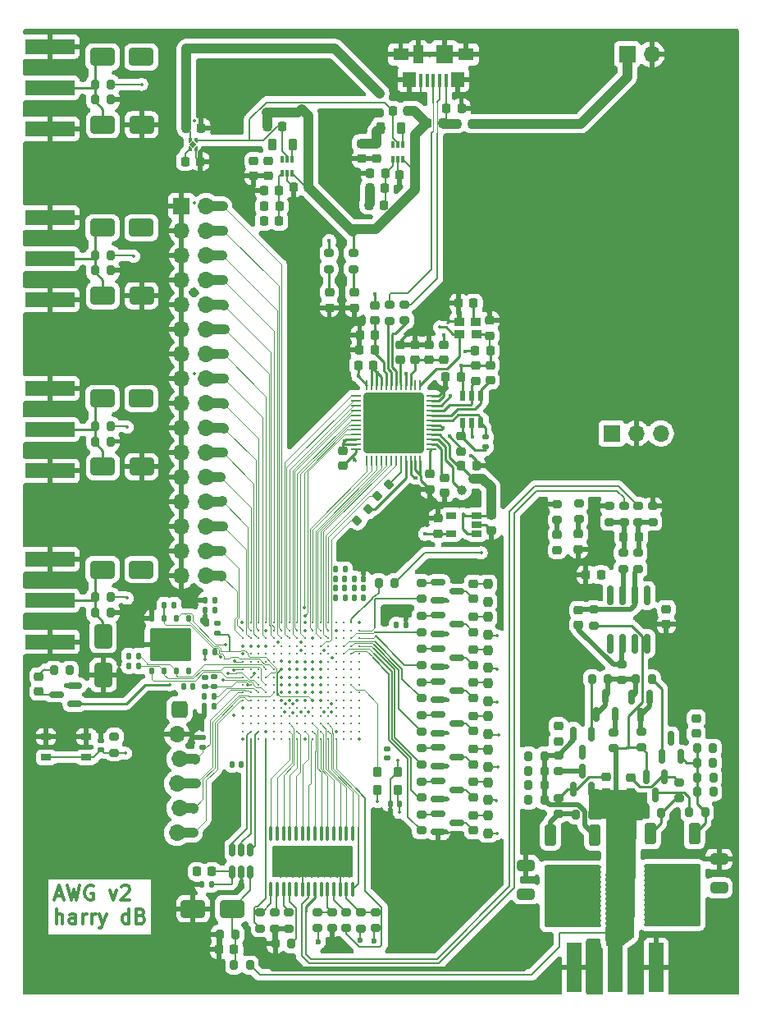
<source format=gbr>
%TF.GenerationSoftware,KiCad,Pcbnew,9.0.0-9.0.0-2~ubuntu22.04.1*%
%TF.CreationDate,2025-03-23T14:07:51-07:00*%
%TF.ProjectId,awg1,61776731-2e6b-4696-9361-645f70636258,rev?*%
%TF.SameCoordinates,Original*%
%TF.FileFunction,Copper,L1,Top*%
%TF.FilePolarity,Positive*%
%FSLAX46Y46*%
G04 Gerber Fmt 4.6, Leading zero omitted, Abs format (unit mm)*
G04 Created by KiCad (PCBNEW 9.0.0-9.0.0-2~ubuntu22.04.1) date 2025-03-23 14:07:51*
%MOMM*%
%LPD*%
G01*
G04 APERTURE LIST*
G04 Aperture macros list*
%AMRoundRect*
0 Rectangle with rounded corners*
0 $1 Rounding radius*
0 $2 $3 $4 $5 $6 $7 $8 $9 X,Y pos of 4 corners*
0 Add a 4 corners polygon primitive as box body*
4,1,4,$2,$3,$4,$5,$6,$7,$8,$9,$2,$3,0*
0 Add four circle primitives for the rounded corners*
1,1,$1+$1,$2,$3*
1,1,$1+$1,$4,$5*
1,1,$1+$1,$6,$7*
1,1,$1+$1,$8,$9*
0 Add four rect primitives between the rounded corners*
20,1,$1+$1,$2,$3,$4,$5,0*
20,1,$1+$1,$4,$5,$6,$7,0*
20,1,$1+$1,$6,$7,$8,$9,0*
20,1,$1+$1,$8,$9,$2,$3,0*%
%AMFreePoly0*
4,1,6,0.230000,-0.155000,-0.020711,-0.155000,-0.230000,0.054289,-0.230000,0.155000,0.230000,0.155000,0.230000,-0.155000,0.230000,-0.155000,$1*%
%AMFreePoly1*
4,1,6,0.230000,-0.155000,-0.230000,-0.155000,-0.230000,-0.054289,-0.020711,0.155000,0.230000,0.155000,0.230000,-0.155000,0.230000,-0.155000,$1*%
%AMFreePoly2*
4,1,6,0.230000,-0.054289,0.230000,-0.155000,-0.230000,-0.155000,-0.230000,0.155000,0.020711,0.155000,0.230000,-0.054289,0.230000,-0.054289,$1*%
%AMFreePoly3*
4,1,6,0.230000,0.054289,0.020711,-0.155000,-0.230000,-0.155000,-0.230000,0.155000,0.230000,0.155000,0.230000,0.054289,0.230000,0.054289,$1*%
G04 Aperture macros list end*
%ADD10C,0.300000*%
%TA.AperFunction,NonConductor*%
%ADD11C,0.300000*%
%TD*%
%TA.AperFunction,SMDPad,CuDef*%
%ADD12C,0.320000*%
%TD*%
%TA.AperFunction,SMDPad,CuDef*%
%ADD13R,0.450000X1.380000*%
%TD*%
%TA.AperFunction,SMDPad,CuDef*%
%ADD14R,1.650000X1.300000*%
%TD*%
%TA.AperFunction,SMDPad,CuDef*%
%ADD15R,1.425000X1.550000*%
%TD*%
%TA.AperFunction,SMDPad,CuDef*%
%ADD16R,1.800000X1.900000*%
%TD*%
%TA.AperFunction,SMDPad,CuDef*%
%ADD17R,1.000000X1.900000*%
%TD*%
%TA.AperFunction,SMDPad,CuDef*%
%ADD18RoundRect,0.200000X-0.275000X0.200000X-0.275000X-0.200000X0.275000X-0.200000X0.275000X0.200000X0*%
%TD*%
%TA.AperFunction,SMDPad,CuDef*%
%ADD19RoundRect,0.218750X0.218750X0.256250X-0.218750X0.256250X-0.218750X-0.256250X0.218750X-0.256250X0*%
%TD*%
%TA.AperFunction,SMDPad,CuDef*%
%ADD20RoundRect,0.225000X0.250000X-0.225000X0.250000X0.225000X-0.250000X0.225000X-0.250000X-0.225000X0*%
%TD*%
%TA.AperFunction,SMDPad,CuDef*%
%ADD21RoundRect,0.225000X-0.250000X0.225000X-0.250000X-0.225000X0.250000X-0.225000X0.250000X0.225000X0*%
%TD*%
%TA.AperFunction,SMDPad,CuDef*%
%ADD22RoundRect,0.135000X-0.185000X0.135000X-0.185000X-0.135000X0.185000X-0.135000X0.185000X0.135000X0*%
%TD*%
%TA.AperFunction,SMDPad,CuDef*%
%ADD23RoundRect,0.140000X-0.140000X-0.170000X0.140000X-0.170000X0.140000X0.170000X-0.140000X0.170000X0*%
%TD*%
%TA.AperFunction,SMDPad,CuDef*%
%ADD24RoundRect,0.140000X-0.170000X0.140000X-0.170000X-0.140000X0.170000X-0.140000X0.170000X0.140000X0*%
%TD*%
%TA.AperFunction,SMDPad,CuDef*%
%ADD25RoundRect,0.140000X0.140000X0.170000X-0.140000X0.170000X-0.140000X-0.170000X0.140000X-0.170000X0*%
%TD*%
%TA.AperFunction,SMDPad,CuDef*%
%ADD26RoundRect,0.200000X0.200000X0.275000X-0.200000X0.275000X-0.200000X-0.275000X0.200000X-0.275000X0*%
%TD*%
%TA.AperFunction,SMDPad,CuDef*%
%ADD27RoundRect,0.250000X1.000000X0.650000X-1.000000X0.650000X-1.000000X-0.650000X1.000000X-0.650000X0*%
%TD*%
%TA.AperFunction,SMDPad,CuDef*%
%ADD28RoundRect,0.225000X0.225000X0.250000X-0.225000X0.250000X-0.225000X-0.250000X0.225000X-0.250000X0*%
%TD*%
%TA.AperFunction,SMDPad,CuDef*%
%ADD29RoundRect,0.150000X0.150000X-0.512500X0.150000X0.512500X-0.150000X0.512500X-0.150000X-0.512500X0*%
%TD*%
%TA.AperFunction,SMDPad,CuDef*%
%ADD30RoundRect,0.150000X0.150000X-0.587500X0.150000X0.587500X-0.150000X0.587500X-0.150000X-0.587500X0*%
%TD*%
%TA.AperFunction,SMDPad,CuDef*%
%ADD31RoundRect,0.200000X0.275000X-0.200000X0.275000X0.200000X-0.275000X0.200000X-0.275000X-0.200000X0*%
%TD*%
%TA.AperFunction,SMDPad,CuDef*%
%ADD32RoundRect,0.150000X-0.150000X0.587500X-0.150000X-0.587500X0.150000X-0.587500X0.150000X0.587500X0*%
%TD*%
%TA.AperFunction,SMDPad,CuDef*%
%ADD33RoundRect,0.218750X0.256250X-0.218750X0.256250X0.218750X-0.256250X0.218750X-0.256250X-0.218750X0*%
%TD*%
%TA.AperFunction,SMDPad,CuDef*%
%ADD34RoundRect,0.225000X-0.225000X-0.250000X0.225000X-0.250000X0.225000X0.250000X-0.225000X0.250000X0*%
%TD*%
%TA.AperFunction,SMDPad,CuDef*%
%ADD35RoundRect,0.250000X-0.350000X0.850000X-0.350000X-0.850000X0.350000X-0.850000X0.350000X0.850000X0*%
%TD*%
%TA.AperFunction,SMDPad,CuDef*%
%ADD36RoundRect,0.250000X-1.125000X1.275000X-1.125000X-1.275000X1.125000X-1.275000X1.125000X1.275000X0*%
%TD*%
%TA.AperFunction,SMDPad,CuDef*%
%ADD37RoundRect,0.249997X-2.650003X2.950003X-2.650003X-2.950003X2.650003X-2.950003X2.650003X2.950003X0*%
%TD*%
%TA.AperFunction,SMDPad,CuDef*%
%ADD38R,1.500000X5.080000*%
%TD*%
%TA.AperFunction,SMDPad,CuDef*%
%ADD39RoundRect,0.250000X-0.650000X0.325000X-0.650000X-0.325000X0.650000X-0.325000X0.650000X0.325000X0*%
%TD*%
%TA.AperFunction,SMDPad,CuDef*%
%ADD40RoundRect,0.250000X0.650000X-0.325000X0.650000X0.325000X-0.650000X0.325000X-0.650000X-0.325000X0*%
%TD*%
%TA.AperFunction,ComponentPad*%
%ADD41O,1.700000X1.700000*%
%TD*%
%TA.AperFunction,ComponentPad*%
%ADD42R,1.700000X1.700000*%
%TD*%
%TA.AperFunction,SMDPad,CuDef*%
%ADD43RoundRect,0.150000X-0.150000X0.825000X-0.150000X-0.825000X0.150000X-0.825000X0.150000X0.825000X0*%
%TD*%
%TA.AperFunction,SMDPad,CuDef*%
%ADD44RoundRect,0.200000X-0.200000X-0.275000X0.200000X-0.275000X0.200000X0.275000X-0.200000X0.275000X0*%
%TD*%
%TA.AperFunction,SMDPad,CuDef*%
%ADD45RoundRect,0.135000X-0.135000X-0.185000X0.135000X-0.185000X0.135000X0.185000X-0.135000X0.185000X0*%
%TD*%
%TA.AperFunction,SMDPad,CuDef*%
%ADD46RoundRect,0.218750X-0.256250X0.218750X-0.256250X-0.218750X0.256250X-0.218750X0.256250X0.218750X0*%
%TD*%
%TA.AperFunction,SMDPad,CuDef*%
%ADD47RoundRect,0.250000X-1.000000X-0.650000X1.000000X-0.650000X1.000000X0.650000X-1.000000X0.650000X0*%
%TD*%
%TA.AperFunction,SMDPad,CuDef*%
%ADD48RoundRect,0.200000X-0.053033X0.335876X-0.335876X0.053033X0.053033X-0.335876X0.335876X-0.053033X0*%
%TD*%
%TA.AperFunction,SMDPad,CuDef*%
%ADD49R,5.080000X1.500000*%
%TD*%
%TA.AperFunction,SMDPad,CuDef*%
%ADD50RoundRect,0.100000X-0.100000X0.637500X-0.100000X-0.637500X0.100000X-0.637500X0.100000X0.637500X0*%
%TD*%
%TA.AperFunction,SMDPad,CuDef*%
%ADD51RoundRect,0.237500X0.237500X-0.250000X0.237500X0.250000X-0.237500X0.250000X-0.237500X-0.250000X0*%
%TD*%
%TA.AperFunction,SMDPad,CuDef*%
%ADD52RoundRect,0.218750X-0.218750X-0.256250X0.218750X-0.256250X0.218750X0.256250X-0.218750X0.256250X0*%
%TD*%
%TA.AperFunction,SMDPad,CuDef*%
%ADD53RoundRect,0.135000X0.135000X0.185000X-0.135000X0.185000X-0.135000X-0.185000X0.135000X-0.185000X0*%
%TD*%
%TA.AperFunction,SMDPad,CuDef*%
%ADD54RoundRect,0.285200X-2.814800X2.814800X-2.814800X-2.814800X2.814800X-2.814800X2.814800X2.814800X0*%
%TD*%
%TA.AperFunction,SMDPad,CuDef*%
%ADD55RoundRect,0.062500X-0.437500X0.062500X-0.437500X-0.062500X0.437500X-0.062500X0.437500X0.062500X0*%
%TD*%
%TA.AperFunction,SMDPad,CuDef*%
%ADD56RoundRect,0.062500X-0.062500X0.437500X-0.062500X-0.437500X0.062500X-0.437500X0.062500X0.437500X0*%
%TD*%
%TA.AperFunction,SMDPad,CuDef*%
%ADD57RoundRect,0.218750X0.218750X0.381250X-0.218750X0.381250X-0.218750X-0.381250X0.218750X-0.381250X0*%
%TD*%
%TA.AperFunction,SMDPad,CuDef*%
%ADD58RoundRect,0.150000X-0.587500X-0.150000X0.587500X-0.150000X0.587500X0.150000X-0.587500X0.150000X0*%
%TD*%
%TA.AperFunction,ComponentPad*%
%ADD59RoundRect,0.340000X-0.510000X-0.510000X0.510000X-0.510000X0.510000X0.510000X-0.510000X0.510000X0*%
%TD*%
%TA.AperFunction,SMDPad,CuDef*%
%ADD60RoundRect,0.135000X0.185000X-0.135000X0.185000X0.135000X-0.185000X0.135000X-0.185000X-0.135000X0*%
%TD*%
%TA.AperFunction,SMDPad,CuDef*%
%ADD61RoundRect,0.085000X0.085000X-0.265000X0.085000X0.265000X-0.085000X0.265000X-0.085000X-0.265000X0*%
%TD*%
%TA.AperFunction,SMDPad,CuDef*%
%ADD62RoundRect,0.180000X0.270000X-0.320000X0.270000X0.320000X-0.270000X0.320000X-0.270000X-0.320000X0*%
%TD*%
%TA.AperFunction,SMDPad,CuDef*%
%ADD63RoundRect,0.140000X0.170000X-0.140000X0.170000X0.140000X-0.170000X0.140000X-0.170000X-0.140000X0*%
%TD*%
%TA.AperFunction,SMDPad,CuDef*%
%ADD64RoundRect,0.150000X0.587500X0.150000X-0.587500X0.150000X-0.587500X-0.150000X0.587500X-0.150000X0*%
%TD*%
%TA.AperFunction,SMDPad,CuDef*%
%ADD65C,1.000000*%
%TD*%
%TA.AperFunction,SMDPad,CuDef*%
%ADD66RoundRect,0.249999X-1.900001X1.450001X-1.900001X-1.450001X1.900001X-1.450001X1.900001X1.450001X0*%
%TD*%
%TA.AperFunction,SMDPad,CuDef*%
%ADD67RoundRect,0.125000X-0.125000X0.250000X-0.125000X-0.250000X0.125000X-0.250000X0.125000X0.250000X0*%
%TD*%
%TA.AperFunction,SMDPad,CuDef*%
%ADD68RoundRect,0.250000X-0.650000X1.000000X-0.650000X-1.000000X0.650000X-1.000000X0.650000X1.000000X0*%
%TD*%
%TA.AperFunction,SMDPad,CuDef*%
%ADD69R,0.600000X1.100000*%
%TD*%
%TA.AperFunction,SMDPad,CuDef*%
%ADD70R,1.100000X0.900000*%
%TD*%
%TA.AperFunction,SMDPad,CuDef*%
%ADD71RoundRect,0.145000X0.205061X0.000000X0.000000X0.205061X-0.205061X0.000000X0.000000X-0.205061X0*%
%TD*%
%TA.AperFunction,SMDPad,CuDef*%
%ADD72FreePoly0,90.000000*%
%TD*%
%TA.AperFunction,SMDPad,CuDef*%
%ADD73FreePoly1,90.000000*%
%TD*%
%TA.AperFunction,SMDPad,CuDef*%
%ADD74FreePoly2,90.000000*%
%TD*%
%TA.AperFunction,SMDPad,CuDef*%
%ADD75FreePoly3,90.000000*%
%TD*%
%TA.AperFunction,SMDPad,CuDef*%
%ADD76R,1.000000X0.700000*%
%TD*%
%TA.AperFunction,SMDPad,CuDef*%
%ADD77R,1.000000X0.650000*%
%TD*%
%TA.AperFunction,SMDPad,CuDef*%
%ADD78R,1.050000X0.650000*%
%TD*%
%TA.AperFunction,ViaPad*%
%ADD79C,0.350000*%
%TD*%
%TA.AperFunction,ViaPad*%
%ADD80C,0.600000*%
%TD*%
%TA.AperFunction,ViaPad*%
%ADD81C,0.450000*%
%TD*%
%TA.AperFunction,Conductor*%
%ADD82C,1.000000*%
%TD*%
%TA.AperFunction,Conductor*%
%ADD83C,0.089000*%
%TD*%
%TA.AperFunction,Conductor*%
%ADD84C,0.200000*%
%TD*%
%TA.AperFunction,Conductor*%
%ADD85C,0.250000*%
%TD*%
%TA.AperFunction,Conductor*%
%ADD86C,0.500000*%
%TD*%
%TA.AperFunction,Conductor*%
%ADD87C,0.100000*%
%TD*%
%TA.AperFunction,Conductor*%
%ADD88C,0.088900*%
%TD*%
G04 APERTURE END LIST*
D10*
D11*
X144196282Y-130231141D02*
X144910568Y-130231141D01*
X144053425Y-130659712D02*
X144553425Y-129159712D01*
X144553425Y-129159712D02*
X145053425Y-130659712D01*
X145410567Y-129159712D02*
X145767710Y-130659712D01*
X145767710Y-130659712D02*
X146053424Y-129588284D01*
X146053424Y-129588284D02*
X146339139Y-130659712D01*
X146339139Y-130659712D02*
X146696282Y-129159712D01*
X148053425Y-129231141D02*
X147910568Y-129159712D01*
X147910568Y-129159712D02*
X147696282Y-129159712D01*
X147696282Y-129159712D02*
X147481996Y-129231141D01*
X147481996Y-129231141D02*
X147339139Y-129373998D01*
X147339139Y-129373998D02*
X147267710Y-129516855D01*
X147267710Y-129516855D02*
X147196282Y-129802569D01*
X147196282Y-129802569D02*
X147196282Y-130016855D01*
X147196282Y-130016855D02*
X147267710Y-130302569D01*
X147267710Y-130302569D02*
X147339139Y-130445426D01*
X147339139Y-130445426D02*
X147481996Y-130588284D01*
X147481996Y-130588284D02*
X147696282Y-130659712D01*
X147696282Y-130659712D02*
X147839139Y-130659712D01*
X147839139Y-130659712D02*
X148053425Y-130588284D01*
X148053425Y-130588284D02*
X148124853Y-130516855D01*
X148124853Y-130516855D02*
X148124853Y-130016855D01*
X148124853Y-130016855D02*
X147839139Y-130016855D01*
X149767710Y-129659712D02*
X150124853Y-130659712D01*
X150124853Y-130659712D02*
X150481996Y-129659712D01*
X150981996Y-129302569D02*
X151053424Y-129231141D01*
X151053424Y-129231141D02*
X151196282Y-129159712D01*
X151196282Y-129159712D02*
X151553424Y-129159712D01*
X151553424Y-129159712D02*
X151696282Y-129231141D01*
X151696282Y-129231141D02*
X151767710Y-129302569D01*
X151767710Y-129302569D02*
X151839139Y-129445426D01*
X151839139Y-129445426D02*
X151839139Y-129588284D01*
X151839139Y-129588284D02*
X151767710Y-129802569D01*
X151767710Y-129802569D02*
X150910567Y-130659712D01*
X150910567Y-130659712D02*
X151839139Y-130659712D01*
X144267710Y-133074628D02*
X144267710Y-131574628D01*
X144910568Y-133074628D02*
X144910568Y-132288914D01*
X144910568Y-132288914D02*
X144839139Y-132146057D01*
X144839139Y-132146057D02*
X144696282Y-132074628D01*
X144696282Y-132074628D02*
X144481996Y-132074628D01*
X144481996Y-132074628D02*
X144339139Y-132146057D01*
X144339139Y-132146057D02*
X144267710Y-132217485D01*
X146267711Y-133074628D02*
X146267711Y-132288914D01*
X146267711Y-132288914D02*
X146196282Y-132146057D01*
X146196282Y-132146057D02*
X146053425Y-132074628D01*
X146053425Y-132074628D02*
X145767711Y-132074628D01*
X145767711Y-132074628D02*
X145624853Y-132146057D01*
X146267711Y-133003200D02*
X146124853Y-133074628D01*
X146124853Y-133074628D02*
X145767711Y-133074628D01*
X145767711Y-133074628D02*
X145624853Y-133003200D01*
X145624853Y-133003200D02*
X145553425Y-132860342D01*
X145553425Y-132860342D02*
X145553425Y-132717485D01*
X145553425Y-132717485D02*
X145624853Y-132574628D01*
X145624853Y-132574628D02*
X145767711Y-132503200D01*
X145767711Y-132503200D02*
X146124853Y-132503200D01*
X146124853Y-132503200D02*
X146267711Y-132431771D01*
X146981996Y-133074628D02*
X146981996Y-132074628D01*
X146981996Y-132360342D02*
X147053425Y-132217485D01*
X147053425Y-132217485D02*
X147124854Y-132146057D01*
X147124854Y-132146057D02*
X147267711Y-132074628D01*
X147267711Y-132074628D02*
X147410568Y-132074628D01*
X147910567Y-133074628D02*
X147910567Y-132074628D01*
X147910567Y-132360342D02*
X147981996Y-132217485D01*
X147981996Y-132217485D02*
X148053425Y-132146057D01*
X148053425Y-132146057D02*
X148196282Y-132074628D01*
X148196282Y-132074628D02*
X148339139Y-132074628D01*
X148696281Y-132074628D02*
X149053424Y-133074628D01*
X149410567Y-132074628D02*
X149053424Y-133074628D01*
X149053424Y-133074628D02*
X148910567Y-133431771D01*
X148910567Y-133431771D02*
X148839138Y-133503200D01*
X148839138Y-133503200D02*
X148696281Y-133574628D01*
X151767710Y-133074628D02*
X151767710Y-131574628D01*
X151767710Y-133003200D02*
X151624852Y-133074628D01*
X151624852Y-133074628D02*
X151339138Y-133074628D01*
X151339138Y-133074628D02*
X151196281Y-133003200D01*
X151196281Y-133003200D02*
X151124852Y-132931771D01*
X151124852Y-132931771D02*
X151053424Y-132788914D01*
X151053424Y-132788914D02*
X151053424Y-132360342D01*
X151053424Y-132360342D02*
X151124852Y-132217485D01*
X151124852Y-132217485D02*
X151196281Y-132146057D01*
X151196281Y-132146057D02*
X151339138Y-132074628D01*
X151339138Y-132074628D02*
X151624852Y-132074628D01*
X151624852Y-132074628D02*
X151767710Y-132146057D01*
X152981995Y-132288914D02*
X153196281Y-132360342D01*
X153196281Y-132360342D02*
X153267710Y-132431771D01*
X153267710Y-132431771D02*
X153339138Y-132574628D01*
X153339138Y-132574628D02*
X153339138Y-132788914D01*
X153339138Y-132788914D02*
X153267710Y-132931771D01*
X153267710Y-132931771D02*
X153196281Y-133003200D01*
X153196281Y-133003200D02*
X153053424Y-133074628D01*
X153053424Y-133074628D02*
X152481995Y-133074628D01*
X152481995Y-133074628D02*
X152481995Y-131574628D01*
X152481995Y-131574628D02*
X152981995Y-131574628D01*
X152981995Y-131574628D02*
X153124853Y-131646057D01*
X153124853Y-131646057D02*
X153196281Y-131717485D01*
X153196281Y-131717485D02*
X153267710Y-131860342D01*
X153267710Y-131860342D02*
X153267710Y-132003200D01*
X153267710Y-132003200D02*
X153196281Y-132146057D01*
X153196281Y-132146057D02*
X153124853Y-132217485D01*
X153124853Y-132217485D02*
X152981995Y-132288914D01*
X152981995Y-132288914D02*
X152481995Y-132288914D01*
D12*
%TO.P,U201,A1,GND[27]*%
%TO.N,GND*%
X175513400Y-102074981D03*
%TO.P,U201,A2,PT4A/+*%
%TO.N,/lED7*%
X175513400Y-102874981D03*
%TO.P,U201,A3,PT6A/+*%
%TO.N,/lED5*%
X175513400Y-103674981D03*
%TO.P,U201,A4,PT6B/-*%
%TO.N,/lED2*%
X175513400Y-104474981D03*
%TO.P,U201,A5,PT18A/+*%
%TO.N,unconnected-(U201B-PT18A{slash}+-PadA5)*%
X175513400Y-105274981D03*
%TO.P,U201,A6,PT18B/-*%
%TO.N,unconnected-(U201B-PT18B{slash}--PadA6)*%
X175513400Y-106074981D03*
%TO.P,U201,A7,PT29A/+/PCLKT0_0*%
%TO.N,unconnected-(U201B-PT29A{slash}+{slash}PCLKT0_0-PadA7)*%
X175513400Y-106874981D03*
%TO.P,U201,A8,PT29B/-/PCLKC0_0*%
%TO.N,unconnected-(U201B-PT29B{slash}-{slash}PCLKC0_0-PadA8)*%
X175513400Y-107674981D03*
%TO.P,U201,A9,PT42A/+*%
%TO.N,unconnected-(U201C-PT42A{slash}+-PadA9)*%
X175513400Y-108474981D03*
%TO.P,U201,A10,PT42B/-*%
%TO.N,unconnected-(U201C-PT42B{slash}--PadA10)*%
X175513400Y-109274981D03*
%TO.P,U201,A11,PT53A/+*%
%TO.N,unconnected-(U201C-PT53A{slash}+-PadA11)*%
X175513400Y-110074981D03*
%TO.P,U201,A12,PT53B/-*%
%TO.N,unconnected-(U201C-PT53B{slash}--PadA12)*%
X175513400Y-110874981D03*
%TO.P,U201,A13,PT65A/+*%
%TO.N,unconnected-(U201C-PT65A{slash}+-PadA13)*%
X175513400Y-111674981D03*
%TO.P,U201,A14,PT65B/-*%
%TO.N,unconnected-(U201C-PT65B{slash}--PadA14)*%
X175513400Y-112474981D03*
%TO.P,U201,A15,PT67B/-*%
%TO.N,unconnected-(U201C-PT67B{slash}--PadA15)*%
X175513400Y-113274981D03*
%TO.P,U201,A16,GND[27]*%
%TO.N,GND*%
X175513400Y-114074981D03*
%TO.P,U201,B1,PL2A/+/HS/LDQ8*%
%TO.N,/fpga/FTDI_CLK*%
X174713400Y-102074981D03*
%TO.P,U201,B2,PL2B/-/HS/LDQ8*%
%TO.N,unconnected-(U201G-PL2B{slash}-{slash}HS{slash}LDQ8-PadB2)*%
X174713400Y-102874981D03*
%TO.P,U201,B3,PT4B/-*%
%TO.N,/lED6*%
X174713400Y-103674981D03*
%TO.P,U201,B4,PT11B/-*%
%TO.N,/lED3*%
X174713400Y-104474981D03*
%TO.P,U201,B5,PT15B/-*%
%TO.N,/lED0*%
X174713400Y-105274981D03*
%TO.P,U201,B6,PT22B/-*%
%TO.N,unconnected-(U201B-PT22B{slash}--PadB6)*%
X174713400Y-106074981D03*
%TO.P,U201,B7,PT27B/-/PCLKC0_1*%
%TO.N,unconnected-(U201B-PT27B{slash}-{slash}PCLKC0_1-PadB7)*%
X174713400Y-106874981D03*
%TO.P,U201,B8,PT35B/-/PCLKC1_0*%
%TO.N,unconnected-(U201C-PT35B{slash}-{slash}PCLKC1_0-PadB8)*%
X174713400Y-107674981D03*
%TO.P,U201,B9,PT38A/+/GR_PCLK1_0*%
%TO.N,/fpga/CLK_16MHZ*%
X174713400Y-108474981D03*
%TO.P,U201,B10,PT44A/+*%
%TO.N,unconnected-(U201C-PT44A{slash}+-PadB10)*%
X174713400Y-109274981D03*
%TO.P,U201,B11,PT49A/+*%
%TO.N,unconnected-(U201C-PT49A{slash}+-PadB11)*%
X174713400Y-110074981D03*
%TO.P,U201,B12,PT56A/+*%
%TO.N,unconnected-(U201C-PT56A{slash}+-PadB12)*%
X174713400Y-110874981D03*
%TO.P,U201,B13,PT60A/+*%
%TO.N,unconnected-(U201C-PT60A{slash}+-PadB13)*%
X174713400Y-111674981D03*
%TO.P,U201,B14,PT67A/+*%
%TO.N,unconnected-(U201C-PT67A{slash}+-PadB14)*%
X174713400Y-112474981D03*
%TO.P,U201,B15,PR2B/-/S0_IN/HS/RDQ8*%
%TO.N,unconnected-(U201D-PR2B{slash}-{slash}S0_IN{slash}HS{slash}RDQ8-PadB15)*%
X174713400Y-113274981D03*
%TO.P,U201,B16,PR2A/+/HS/RDQ8*%
%TO.N,unconnected-(U201D-PR2A{slash}+{slash}HS{slash}RDQ8-PadB16)*%
X174713400Y-114074981D03*
%TO.P,U201,C1,PL5A/+/HS/LDQ8*%
%TO.N,unconnected-(U201G-PL5A{slash}+{slash}HS{slash}LDQ8-PadC1)*%
X173913400Y-102074981D03*
%TO.P,U201,C2,PL5B/-/HS/LDQ8*%
%TO.N,unconnected-(U201G-PL5B{slash}-{slash}HS{slash}LDQ8-PadC2)*%
X173913400Y-102874981D03*
%TO.P,U201,C3,PL2C/+/LDQ8*%
%TO.N,unconnected-(U201G-PL2C{slash}+{slash}LDQ8-PadC3)*%
X173913400Y-103674981D03*
%TO.P,U201,C4,PT11A/+*%
%TO.N,/lED4*%
X173913400Y-104474981D03*
%TO.P,U201,C5,PT15A/+*%
%TO.N,/lED1*%
X173913400Y-105274981D03*
%TO.P,U201,C6,PT22A/+*%
%TO.N,unconnected-(U201B-PT22A{slash}+-PadC6)*%
X173913400Y-106074981D03*
%TO.P,U201,C7,PT27A/+/PCLKT0_1*%
%TO.N,unconnected-(U201B-PT27A{slash}+{slash}PCLKT0_1-PadC7)*%
X173913400Y-106874981D03*
%TO.P,U201,C8,PT35A/+/PCLKT1_0*%
%TO.N,unconnected-(U201C-PT35A{slash}+{slash}PCLKT1_0-PadC8)*%
X173913400Y-107674981D03*
%TO.P,U201,C9,PT38B/-/GR_PCLK1_1*%
%TO.N,unconnected-(U201C-PT38B{slash}-{slash}GR_PCLK1_1-PadC9)*%
X173913400Y-108474981D03*
%TO.P,U201,C10,PT44B/-*%
%TO.N,unconnected-(U201C-PT44B{slash}--PadC10)*%
X173913400Y-109274981D03*
%TO.P,U201,C11,PT49B/-*%
%TO.N,unconnected-(U201C-PT49B{slash}--PadC11)*%
X173913400Y-110074981D03*
%TO.P,U201,C12,PT56B/-*%
%TO.N,unconnected-(U201C-PT56B{slash}--PadC12)*%
X173913400Y-110874981D03*
%TO.P,U201,C13,PT60B/-*%
%TO.N,unconnected-(U201C-PT60B{slash}--PadC13)*%
X173913400Y-111674981D03*
%TO.P,U201,C14,PR2C/+/RDQ8*%
%TO.N,unconnected-(U201D-PR2C{slash}+{slash}RDQ8-PadC14)*%
X173913400Y-112474981D03*
%TO.P,U201,C15,PR5B/-/HS/RDQ8*%
%TO.N,unconnected-(U201D-PR5B{slash}-{slash}HS{slash}RDQ8-PadC15)*%
X173913400Y-113274981D03*
%TO.P,U201,C16,PR5A/+/HS/RDQ8*%
%TO.N,unconnected-(U201D-PR5A{slash}+{slash}HS{slash}RDQ8-PadC16)*%
X173913400Y-114074981D03*
%TO.P,U201,D1,PL8A/+/HS/LDQS8*%
%TO.N,unconnected-(U201G-PL8A{slash}+{slash}HS{slash}LDQS8-PadD1)*%
X173113400Y-102074981D03*
%TO.P,U201,D2,GND[27]*%
%TO.N,GND*%
X173113400Y-102874981D03*
%TO.P,U201,D3,PL2D/-/LDQ8*%
%TO.N,unconnected-(U201G-PL2D{slash}-{slash}LDQ8-PadD3)*%
X173113400Y-103674981D03*
%TO.P,U201,D4,PT9B/-*%
%TO.N,unconnected-(U201B-PT9B{slash}--PadD4)*%
X173113400Y-104474981D03*
%TO.P,U201,D5,PT13B/-*%
%TO.N,unconnected-(U201B-PT13B{slash}--PadD5)*%
X173113400Y-105274981D03*
%TO.P,U201,D6,PT20B/-*%
%TO.N,unconnected-(U201B-PT20B{slash}--PadD6)*%
X173113400Y-106074981D03*
%TO.P,U201,D7,PT24B/-/GR_PCLK0_0*%
%TO.N,unconnected-(U201B-PT24B{slash}-{slash}GR_PCLK0_0-PadD7)*%
X173113400Y-106874981D03*
%TO.P,U201,D8,PT33B/-/PCLKC1_1*%
%TO.N,unconnected-(U201C-PT33B{slash}-{slash}PCLKC1_1-PadD8)*%
X173113400Y-107674981D03*
%TO.P,U201,D9,PT40A/+*%
%TO.N,unconnected-(U201C-PT40A{slash}+-PadD9)*%
X173113400Y-108474981D03*
%TO.P,U201,D10,PT47A/+*%
%TO.N,unconnected-(U201C-PT47A{slash}+-PadD10)*%
X173113400Y-109274981D03*
%TO.P,U201,D11,PT51A/+*%
%TO.N,unconnected-(U201C-PT51A{slash}+-PadD11)*%
X173113400Y-110074981D03*
%TO.P,U201,D12,PT58A/+*%
%TO.N,unconnected-(U201C-PT58A{slash}+-PadD12)*%
X173113400Y-110874981D03*
%TO.P,U201,D13,PT62A/+*%
%TO.N,unconnected-(U201C-PT62A{slash}+-PadD13)*%
X173113400Y-111674981D03*
%TO.P,U201,D14,PR2D/-/RDQ8*%
%TO.N,unconnected-(U201D-PR2D{slash}-{slash}RDQ8-PadD14)*%
X173113400Y-112474981D03*
%TO.P,U201,D15,GND[27]*%
%TO.N,GND*%
X173113400Y-113274981D03*
%TO.P,U201,D16,PR8A/+/HS/RDQS8*%
%TO.N,/AD9744/DAC_MODE*%
X173113400Y-114074981D03*
%TO.P,U201,E1,PL11D/-/LDQ8*%
%TO.N,/fpga/CTRL8*%
X172313400Y-102074981D03*
%TO.P,U201,E2,PL8B/-/HS/LDQSN8*%
%TO.N,/fpga/CTRL7*%
X172313400Y-102874981D03*
%TO.P,U201,E3,PL5C/+/LDQ8*%
%TO.N,/fpga/CTRL6*%
X172313400Y-103674981D03*
%TO.P,U201,E4,PT9A/+*%
%TO.N,unconnected-(U201B-PT9A{slash}+-PadE4)*%
X172313400Y-104474981D03*
%TO.P,U201,E5,PT13A/+*%
%TO.N,unconnected-(U201B-PT13A{slash}+-PadE5)*%
X172313400Y-105274981D03*
%TO.P,U201,E6,PT20A/+*%
%TO.N,unconnected-(U201B-PT20A{slash}+-PadE6)*%
X172313400Y-106074981D03*
%TO.P,U201,E7,PT24A/+/GR_PCLK0_1*%
%TO.N,unconnected-(U201B-PT24A{slash}+{slash}GR_PCLK0_1-PadE7)*%
X172313400Y-106874981D03*
%TO.P,U201,E8,PT33A/+/PCLKT1_1*%
%TO.N,unconnected-(U201C-PT33A{slash}+{slash}PCLKT1_1-PadE8)*%
X172313400Y-107674981D03*
%TO.P,U201,E9,PT40B/-*%
%TO.N,unconnected-(U201C-PT40B{slash}--PadE9)*%
X172313400Y-108474981D03*
%TO.P,U201,E10,PT47B/-*%
%TO.N,unconnected-(U201C-PT47B{slash}--PadE10)*%
X172313400Y-109274981D03*
%TO.P,U201,E11,PT51B/-*%
%TO.N,unconnected-(U201C-PT51B{slash}--PadE11)*%
X172313400Y-110074981D03*
%TO.P,U201,E12,PT58B/-*%
%TO.N,unconnected-(U201C-PT58B{slash}--PadE12)*%
X172313400Y-110874981D03*
%TO.P,U201,E13,PT62B/-*%
%TO.N,unconnected-(U201C-PT62B{slash}--PadE13)*%
X172313400Y-111674981D03*
%TO.P,U201,E14,PR5C/+/RDQ8*%
%TO.N,/AD9744/CLK*%
X172313400Y-112474981D03*
%TO.P,U201,E15,PR8B/-/HS/RDQSN8*%
%TO.N,/AD9744/DAC13*%
X172313400Y-113274981D03*
%TO.P,U201,E16,PR11D/-/RDQ8*%
%TO.N,/AD9744/DAC12*%
X172313400Y-114074981D03*
%TO.P,U201,F1,PL14A/+/HS/LDQ20*%
%TO.N,/fpga/CTRL5*%
X171513400Y-102074981D03*
%TO.P,U201,F2,PL11C/+/LDQ8*%
%TO.N,/fpga/CTRL4*%
X171513400Y-102874981D03*
%TO.P,U201,F3,PL5D/-/LDQ8*%
%TO.N,/fpga/CTRL3*%
X171513400Y-103674981D03*
%TO.P,U201,F4,PL8C/+/LDQ8*%
%TO.N,/fpga/CTRL9*%
X171513400Y-104474981D03*
%TO.P,U201,F5,PL8D/-/LDQ8*%
%TO.N,unconnected-(U201G-PL8D{slash}-{slash}LDQ8-PadF5)*%
X171513400Y-105274981D03*
%TO.P,U201,F6,VCCIO0[2]*%
%TO.N,3.3V*%
X171513400Y-106074981D03*
%TO.P,U201,F7,VCCIO0[2]*%
X171513400Y-106874981D03*
%TO.P,U201,F8,GND[27]*%
%TO.N,GND*%
X171513400Y-107674981D03*
%TO.P,U201,F9,GND[27]*%
X171513400Y-108474981D03*
%TO.P,U201,F10,VCCIO1[2]*%
%TO.N,3.3V*%
X171513400Y-109274981D03*
%TO.P,U201,F11,VCCIO1[2]*%
X171513400Y-110074981D03*
%TO.P,U201,F12,PR8D/-/RDQ8*%
%TO.N,unconnected-(U201D-PR8D{slash}-{slash}RDQ8-PadF12)*%
X171513400Y-110874981D03*
%TO.P,U201,F13,PR8C/+/RDQ8*%
%TO.N,unconnected-(U201D-PR8C{slash}+{slash}RDQ8-PadF13)*%
X171513400Y-111674981D03*
%TO.P,U201,F14,PR5D/-/RDQ8*%
%TO.N,/AD9744/DAC11*%
X171513400Y-112474981D03*
%TO.P,U201,F15,PR11C/+/RDQ8*%
%TO.N,/AD9744/DAC10*%
X171513400Y-113274981D03*
%TO.P,U201,F16,PR14A/+/HS/RDQ20*%
%TO.N,/AD9744/DAC9*%
X171513400Y-114074981D03*
%TO.P,U201,G1,PL20A/+/GR_PCLK7_1/HS/LDQS20*%
%TO.N,/fpga/CTRL2*%
X170713400Y-102074981D03*
%TO.P,U201,G2,PL14B/-/HS/LDQ20*%
%TO.N,/fpga/CTRL1*%
X170713400Y-102874981D03*
%TO.P,U201,G3,PL14C/+/VREF1_7/LDQ20*%
%TO.N,/fpga/CTRL0*%
X170713400Y-103674981D03*
%TO.P,U201,G4,PL11B/-/HS/LDQ8*%
%TO.N,unconnected-(U201G-PL11B{slash}-{slash}HS{slash}LDQ8-PadG4)*%
X170713400Y-104474981D03*
%TO.P,U201,G5,PL11A/+/HS/LDQ8*%
%TO.N,unconnected-(U201G-PL11A{slash}+{slash}HS{slash}LDQ8-PadG5)*%
X170713400Y-105274981D03*
%TO.P,U201,G6,VCC[6]*%
%TO.N,1.1V*%
X170713400Y-106074981D03*
%TO.P,U201,G7,VCC[6]*%
X170713400Y-106874981D03*
%TO.P,U201,G8,GND[27]*%
%TO.N,GND*%
X170713400Y-107674981D03*
%TO.P,U201,G9,VCC[6]*%
%TO.N,1.1V*%
X170713400Y-108474981D03*
%TO.P,U201,G10,GND[27]*%
%TO.N,GND*%
X170713400Y-109274981D03*
%TO.P,U201,G11,VCCAUX[2]*%
%TO.N,2.5V*%
X170713400Y-110074981D03*
%TO.P,U201,G12,PR11A/+/HS/RDQ8*%
%TO.N,unconnected-(U201D-PR11A{slash}+{slash}HS{slash}RDQ8-PadG12)*%
X170713400Y-110874981D03*
%TO.P,U201,G13,PR11B/-/HS/RDQ8*%
%TO.N,unconnected-(U201D-PR11B{slash}-{slash}HS{slash}RDQ8-PadG13)*%
X170713400Y-111674981D03*
%TO.P,U201,G14,PR14C/+/VREF1_2/RDQ20*%
%TO.N,/AD9744/DAC8*%
X170713400Y-112474981D03*
%TO.P,U201,G15,PR14B/-/HS/RDQ20*%
%TO.N,/AD9744/DAC7*%
X170713400Y-113274981D03*
%TO.P,U201,G16,PR20A/+/GR_PCLK2_1/HS/RDQS20*%
%TO.N,/AD9744/DAC6*%
X170713400Y-114074981D03*
%TO.P,U201,H1,GND[27]*%
%TO.N,GND*%
X169913400Y-102074981D03*
%TO.P,U201,H2,PL20B/-/HS/LDQSN20*%
%TO.N,/fpga/DATA7*%
X169913400Y-102874981D03*
%TO.P,U201,H3,PL14D/-/LDQ20*%
%TO.N,/fpga/DATA6*%
X169913400Y-103674981D03*
%TO.P,U201,H4,PL17B/-/HS/LDQ20*%
%TO.N,unconnected-(U201G-PL17B{slash}-{slash}HS{slash}LDQ20-PadH4)*%
X169913400Y-104474981D03*
%TO.P,U201,H5,PL17A/+/HS/LDQ20*%
%TO.N,unconnected-(U201G-PL17A{slash}+{slash}HS{slash}LDQ20-PadH5)*%
X169913400Y-105274981D03*
%TO.P,U201,H6,VCCIO7[2]*%
%TO.N,3.3V*%
X169913400Y-106074981D03*
%TO.P,U201,H7,VCCIO7[2]*%
X169913400Y-106874981D03*
%TO.P,U201,H8,GND[27]*%
%TO.N,GND*%
X169913400Y-107674981D03*
%TO.P,U201,H9,GND[27]*%
X169913400Y-108474981D03*
%TO.P,U201,H10,GND[27]*%
X169913400Y-109274981D03*
%TO.P,U201,H11,VCCIO2[2]*%
%TO.N,3.3V*%
X169913400Y-110074981D03*
%TO.P,U201,H12,PR17A/+/HS/RDQ20*%
%TO.N,unconnected-(U201D-PR17A{slash}+{slash}HS{slash}RDQ20-PadH12)*%
X169913400Y-110874981D03*
%TO.P,U201,H13,PR17B/-/HS/RDQ20*%
%TO.N,unconnected-(U201D-PR17B{slash}-{slash}HS{slash}RDQ20-PadH13)*%
X169913400Y-111674981D03*
%TO.P,U201,H14,PR14D/-/RDQ20*%
%TO.N,unconnected-(U201D-PR14D{slash}-{slash}RDQ20-PadH14)*%
X169913400Y-112474981D03*
%TO.P,U201,H15,PR20B/-/HS/RDQSN20*%
%TO.N,/AD9744/DAC5*%
X169913400Y-113274981D03*
%TO.P,U201,H16,GND[27]*%
%TO.N,GND*%
X169913400Y-114074981D03*
%TO.P,U201,J1,PL23A/+/PCLKT7_1/HS/LDQ20*%
%TO.N,/fpga/DATA5*%
X169113400Y-102074981D03*
%TO.P,U201,J2,PL23B/-/PCLKC7_1/HS/LDQ20*%
%TO.N,/fpga/DATA4*%
X169113400Y-102874981D03*
%TO.P,U201,J3,PL20C/+/GR_PCLK7_0/LDQ20*%
%TO.N,/fpga/DATA3*%
X169113400Y-103674981D03*
%TO.P,U201,J4,PL17C/+/LDQ20*%
%TO.N,unconnected-(U201G-PL17C{slash}+{slash}LDQ20-PadJ4)*%
X169113400Y-104474981D03*
%TO.P,U201,J5,PL17D/-/LDQ20*%
%TO.N,unconnected-(U201G-PL17D{slash}-{slash}LDQ20-PadJ5)*%
X169113400Y-105274981D03*
%TO.P,U201,J6,VCCIO6[2]*%
%TO.N,3.3V*%
X169113400Y-106074981D03*
%TO.P,U201,J7,VCCIO6[2]*%
X169113400Y-106874981D03*
%TO.P,U201,J8,GND[27]*%
%TO.N,GND*%
X169113400Y-107674981D03*
%TO.P,U201,J9,GND[27]*%
X169113400Y-108474981D03*
%TO.P,U201,J10,GND[27]*%
X169113400Y-109274981D03*
%TO.P,U201,J11,VCCIO2[2]*%
%TO.N,3.3V*%
X169113400Y-110074981D03*
%TO.P,U201,J12,PR17D/-/RDQ20*%
%TO.N,unconnected-(U201D-PR17D{slash}-{slash}RDQ20-PadJ12)*%
X169113400Y-110874981D03*
%TO.P,U201,J13,PR17C/+/RDQ20*%
%TO.N,unconnected-(U201D-PR17C{slash}+{slash}RDQ20-PadJ13)*%
X169113400Y-111674981D03*
%TO.P,U201,J14,PR20C/+/GR_PCLK2_0/RDQ20*%
%TO.N,unconnected-(U201D-PR20C{slash}+{slash}GR_PCLK2_0{slash}RDQ20-PadJ14)*%
X169113400Y-112474981D03*
%TO.P,U201,J15,PR23B/-/PCLKC2_1/HS/RDQ20*%
%TO.N,/AD9744/DAC4*%
X169113400Y-113274981D03*
%TO.P,U201,J16,PR23A/+/PCLKT2_1/HS/RDQ20*%
%TO.N,/AD9744/DAC3*%
X169113400Y-114074981D03*
%TO.P,U201,K1,PL23C/+/PCLKT7_0/LDQ20*%
%TO.N,/fpga/DATA2*%
X168313400Y-102074981D03*
%TO.P,U201,K2,PL23D/-/PCLKC7_0/LDQ20*%
%TO.N,/fpga/DATA1*%
X168313400Y-102874981D03*
%TO.P,U201,K3,PL20D/-/LDQ20*%
%TO.N,/fpga/DATA0*%
X168313400Y-103674981D03*
%TO.P,U201,K4,PL29A/+/GR_PCLK6_0/HS/LDQ32*%
%TO.N,unconnected-(U201F-PL29A{slash}+{slash}GR_PCLK6_0{slash}HS{slash}LDQ32-PadK4)*%
X168313400Y-104474981D03*
%TO.P,U201,K5,PL29B/-/HS/LDQ32*%
%TO.N,unconnected-(U201F-PL29B{slash}-{slash}HS{slash}LDQ32-PadK5)*%
X168313400Y-105274981D03*
%TO.P,U201,K6,GND[27]*%
%TO.N,GND*%
X168313400Y-106074981D03*
%TO.P,U201,K7,GND[27]*%
X168313400Y-106874981D03*
%TO.P,U201,K8,GND[27]*%
X168313400Y-107674981D03*
%TO.P,U201,K9,GND[27]*%
X168313400Y-108474981D03*
%TO.P,U201,K10,GND[27]*%
X168313400Y-109274981D03*
%TO.P,U201,K11,VCCIO3[2]*%
%TO.N,3.3V*%
X168313400Y-110074981D03*
%TO.P,U201,K12,PR29B/-/HS/RDQ32*%
%TO.N,unconnected-(U201E-PR29B{slash}-{slash}HS{slash}RDQ32-PadK12)*%
X168313400Y-110874981D03*
%TO.P,U201,K13,PR29A/+/GR_PCLK3_0/HS/RDQ32*%
%TO.N,unconnected-(U201E-PR29A{slash}+{slash}GR_PCLK3_0{slash}HS{slash}RDQ32-PadK13)*%
X168313400Y-111674981D03*
%TO.P,U201,K14,PR20D/-/RDQ20*%
%TO.N,/AD9744/DAC2*%
X168313400Y-112474981D03*
%TO.P,U201,K15,PR23D/-/PCLKC2_0/RDQ20*%
%TO.N,/AD9744/DAC1*%
X168313400Y-113274981D03*
%TO.P,U201,K16,PR23C/+/PCLKT2_0/RDQ20*%
%TO.N,/AD9744/DAC0*%
X168313400Y-114074981D03*
%TO.P,U201,L1,PL26A/+/PCLKT6_1/HS/LDQ32*%
%TO.N,/fpga/DBG0*%
X167513400Y-102074981D03*
%TO.P,U201,L2,PL26B/-/PCLKC6_1/HS/LDQ32*%
%TO.N,/fpga/DBG1*%
X167513400Y-102874981D03*
%TO.P,U201,L3,PL32C/+/LDQ32*%
%TO.N,/fpga/DBG2*%
X167513400Y-103674981D03*
%TO.P,U201,L4,PL29C/+/GR_PCLK6_1/LDQ32*%
%TO.N,unconnected-(U201F-PL29C{slash}+{slash}GR_PCLK6_1{slash}LDQ32-PadL4)*%
X167513400Y-104474981D03*
%TO.P,U201,L5,PL29D/-/LDQ32*%
%TO.N,unconnected-(U201F-PL29D{slash}-{slash}LDQ32-PadL5)*%
X167513400Y-105274981D03*
%TO.P,U201,L6,VCCIO8*%
%TO.N,3.3V*%
X167513400Y-106074981D03*
%TO.P,U201,L7,VCCAUX[2]*%
%TO.N,2.5V*%
X167513400Y-106874981D03*
%TO.P,U201,L8,VCC[6]*%
%TO.N,1.1V*%
X167513400Y-107674981D03*
%TO.P,U201,L9,VCC[6]*%
X167513400Y-108474981D03*
%TO.P,U201,L10,VCC[6]*%
X167513400Y-109274981D03*
%TO.P,U201,L11,VCCIO3[2]*%
%TO.N,3.3V*%
X167513400Y-110074981D03*
%TO.P,U201,L12,PR29D/-/RDQ32*%
%TO.N,unconnected-(U201E-PR29D{slash}-{slash}RDQ32-PadL12)*%
X167513400Y-110874981D03*
%TO.P,U201,L13,PR29C/+/GR_PCLK3_1/RDQ32*%
%TO.N,unconnected-(U201E-PR29C{slash}+{slash}GR_PCLK3_1{slash}RDQ32-PadL13)*%
X167513400Y-111674981D03*
%TO.P,U201,L14,PR32C/+/RDQ32*%
%TO.N,unconnected-(U201E-PR32C{slash}+{slash}RDQ32-PadL14)*%
X167513400Y-112474981D03*
%TO.P,U201,L15,PR26B/-/PCLKC3_1/HS/RDQ32*%
%TO.N,unconnected-(U201E-PR26B{slash}-{slash}PCLKC3_1{slash}HS{slash}RDQ32-PadL15)*%
X167513400Y-113274981D03*
%TO.P,U201,L16,PR26A/+/PCLKT3_1/HS/RDQ32*%
%TO.N,unconnected-(U201E-PR26A{slash}+{slash}PCLKT3_1{slash}HS{slash}RDQ32-PadL16)*%
X167513400Y-114074981D03*
%TO.P,U201,M1,PL26C/+/PCLKT6_0/LDQ32*%
%TO.N,/fpga/DBG3*%
X166713400Y-102074981D03*
%TO.P,U201,M2,PL26D/-/PCLKC6_0/LDQ32*%
%TO.N,/fpga/DBG4*%
X166713400Y-102874981D03*
%TO.P,U201,M3,PL32D/-/LDQ32*%
%TO.N,/fpga/DBG5*%
X166713400Y-103674981D03*
%TO.P,U201,M4,PL35C/+/LDQ32*%
%TO.N,unconnected-(U201F-PL35C{slash}+{slash}LDQ32-PadM4)*%
X166713400Y-104474981D03*
%TO.P,U201,M5,PL44C/+/LDQ44*%
%TO.N,unconnected-(U201F-PL44C{slash}+{slash}LDQ44-PadM5)*%
X166713400Y-105274981D03*
%TO.P,U201,M6,PL47A/+/HS/LDQ44*%
%TO.N,unconnected-(U201F-PL47A{slash}+{slash}HS{slash}LDQ44-PadM6)*%
X166713400Y-106074981D03*
%TO.P,U201,M7,PB9B/-/D2/IO2*%
%TO.N,/fpga/CFG_IO2*%
X166713400Y-106874981D03*
%TO.P,U201,M8,PB15B/-/DOUT/CSON*%
%TO.N,unconnected-(U201H-PB15B{slash}-{slash}DOUT{slash}CSON-PadM8)*%
X166713400Y-107674981D03*
%TO.P,U201,M9,PB18A/WRITEN*%
%TO.N,unconnected-(U201H-PB18A{slash}WRITEN-PadM9)*%
X166713400Y-108474981D03*
%TO.P,U201,M10,TDO*%
%TO.N,/fpga/TDO*%
X166713400Y-109274981D03*
%TO.P,U201,M11,PR47A/+/HS/RDQ44*%
%TO.N,unconnected-(U201E-PR47A{slash}+{slash}HS{slash}RDQ44-PadM11)*%
X166713400Y-110074981D03*
%TO.P,U201,M12,PR44C/+/RDQ44*%
%TO.N,unconnected-(U201E-PR44C{slash}+{slash}RDQ44-PadM12)*%
X166713400Y-110874981D03*
%TO.P,U201,M13,PR35C/+/RDQ32*%
%TO.N,unconnected-(U201E-PR35C{slash}+{slash}RDQ32-PadM13)*%
X166713400Y-111674981D03*
%TO.P,U201,M14,PR32D/-/RDQ32*%
%TO.N,unconnected-(U201E-PR32D{slash}-{slash}RDQ32-PadM14)*%
X166713400Y-112474981D03*
%TO.P,U201,M15,PR26D/-/PCLKC3_0/RDQ32*%
%TO.N,unconnected-(U201E-PR26D{slash}-{slash}PCLKC3_0{slash}RDQ32-PadM15)*%
X166713400Y-113274981D03*
%TO.P,U201,M16,PR26C/+/PCLKT3_0/RDQ32*%
%TO.N,unconnected-(U201E-PR26C{slash}+{slash}PCLKT3_0{slash}RDQ32-PadM16)*%
X166713400Y-114074981D03*
%TO.P,U201,N1,PL32A/+/HS/LDQS32*%
%TO.N,/fpga/DBG6*%
X165913400Y-102074981D03*
%TO.P,U201,N2,GND[27]*%
%TO.N,GND*%
X165913400Y-102874981D03*
%TO.P,U201,N3,PL35D/-/LDQ32*%
%TO.N,/fpga/DBG7*%
X165913400Y-103674981D03*
%TO.P,U201,N4,PL38A/+/HS/LDQ44*%
%TO.N,/fpga/DOUT1*%
X165913400Y-104474981D03*
%TO.P,U201,N5,PL44D/-/LDQ44*%
%TO.N,unconnected-(U201F-PL44D{slash}-{slash}LDQ44-PadN5)*%
X165913400Y-105274981D03*
%TO.P,U201,N6,PL47B/-/HS/LDQ44*%
%TO.N,unconnected-(U201F-PL47B{slash}-{slash}HS{slash}LDQ44-PadN6)*%
X165913400Y-106074981D03*
%TO.P,U201,N7,PB9A/+/D3/IO3*%
%TO.N,/fpga/CFG_IO3*%
X165913400Y-106874981D03*
%TO.P,U201,N8,PB15A/+/HOLDN/DI/BUSY/CSSPIN/CEN*%
%TO.N,/fpga/CFG_CS*%
X165913400Y-107674981D03*
%TO.P,U201,N9,CCLK/MCLK/SCK*%
%TO.N,/fpga/CFG_CLK*%
X165913400Y-108474981D03*
%TO.P,U201,N10,CFG_0*%
%TO.N,/fpga/CFG_0*%
X165913400Y-109274981D03*
%TO.P,U201,N11,PR47B/-/HS/RDQ44*%
%TO.N,unconnected-(U201E-PR47B{slash}-{slash}HS{slash}RDQ44-PadN11)*%
X165913400Y-110074981D03*
%TO.P,U201,N12,PR44D/-/RDQ44*%
%TO.N,unconnected-(U201E-PR44D{slash}-{slash}RDQ44-PadN12)*%
X165913400Y-110874981D03*
%TO.P,U201,N13,PR38A/+/HS/RDQ44*%
%TO.N,unconnected-(U201E-PR38A{slash}+{slash}HS{slash}RDQ44-PadN13)*%
X165913400Y-111674981D03*
%TO.P,U201,N14,PR35D/-/RDQ32*%
%TO.N,unconnected-(U201E-PR35D{slash}-{slash}RDQ32-PadN14)*%
X165913400Y-112474981D03*
%TO.P,U201,N15,GND[27]*%
%TO.N,GND*%
X165913400Y-113274981D03*
%TO.P,U201,N16,PR32A/+/HS/RDQS32*%
%TO.N,/AD9744/DAC_SLEEP*%
X165913400Y-114074981D03*
%TO.P,U201,P1,PL35A/+/HS/LDQ32*%
%TO.N,/fpga/DBG8*%
X165113400Y-102074981D03*
%TO.P,U201,P2,PL32B/-/HS/LDQSN32*%
%TO.N,/fpga/DBG9*%
X165113400Y-102874981D03*
%TO.P,U201,P3,PL38B/-/HS/LDQ44*%
%TO.N,/fpga/DBG10*%
X165113400Y-103674981D03*
%TO.P,U201,P4,PL41A/+/HS/LDQ44*%
%TO.N,/fpga/DOUT0*%
X165113400Y-104474981D03*
%TO.P,U201,P5,PL47D/-/LLC_GPLL0C_IN/LDQ44*%
%TO.N,unconnected-(U201F-PL47D{slash}-{slash}LLC_GPLL0C_IN{slash}LDQ44-PadP5)*%
X165113400Y-105274981D03*
%TO.P,U201,P6,PL47C/+/LLC_GPLL0T_IN/LDQ44*%
%TO.N,unconnected-(U201F-PL47C{slash}+{slash}LLC_GPLL0T_IN{slash}LDQ44-PadP6)*%
X165113400Y-106074981D03*
%TO.P,U201,P7,PB6B/-/D4/MOSI2/IO4*%
%TO.N,unconnected-(U201H-PB6B{slash}-{slash}D4{slash}MOSI2{slash}IO4-PadP7)*%
X165113400Y-106874981D03*
%TO.P,U201,P8,PB13B/-/CS1N*%
%TO.N,unconnected-(U201H-PB13B{slash}-{slash}CS1N-PadP8)*%
X165113400Y-107674981D03*
%TO.P,U201,P9,DONE*%
%TO.N,/fpga/CFG_CDONE*%
X165113400Y-108474981D03*
%TO.P,U201,P10,CFG_1*%
%TO.N,/fpga/CFG_1*%
X165113400Y-109274981D03*
%TO.P,U201,P11,PR47C/+/LRC_GPLL0T_IN/RDQ44*%
%TO.N,unconnected-(U201E-PR47C{slash}+{slash}LRC_GPLL0T_IN{slash}RDQ44-PadP11)*%
X165113400Y-110074981D03*
%TO.P,U201,P12,PR47D/-/LRC_GPLL0C_IN/RDQ44*%
%TO.N,unconnected-(U201E-PR47D{slash}-{slash}LRC_GPLL0C_IN{slash}RDQ44-PadP12)*%
X165113400Y-110874981D03*
%TO.P,U201,P13,PR41A/+/HS/RDQ44*%
%TO.N,unconnected-(U201E-PR41A{slash}+{slash}HS{slash}RDQ44-PadP13)*%
X165113400Y-111674981D03*
%TO.P,U201,P14,PR38B/-/HS/RDQ44*%
%TO.N,unconnected-(U201E-PR38B{slash}-{slash}HS{slash}RDQ44-PadP14)*%
X165113400Y-112474981D03*
%TO.P,U201,P15,PR32B/-/HS/RDQSN32*%
%TO.N,/fpga/ADC_CLK*%
X165113400Y-113274981D03*
%TO.P,U201,P16,PR35A/+/HS/RDQ32*%
%TO.N,unconnected-(U201E-PR35A{slash}+{slash}HS{slash}RDQ32-PadP16)*%
X165113400Y-114074981D03*
%TO.P,U201,R1,PL35B/-/VREF1_6/HS/LDQ32*%
%TO.N,/fpga/DBG11*%
X164313400Y-102074981D03*
%TO.P,U201,R2,PL38C/+/LDQ44*%
%TO.N,/fpga/DBG12*%
X164313400Y-102874981D03*
%TO.P,U201,R3,PL41B/-/HS/LDQ44*%
%TO.N,/fpga/DBG13*%
X164313400Y-103674981D03*
%TO.P,U201,R4,PL41C/+/LDQ44*%
%TO.N,/fpga/TRIG*%
X164313400Y-104474981D03*
%TO.P,U201,R5,PL44A/+/HS/LDQS44*%
%TO.N,unconnected-(U201F-PL44A{slash}+{slash}HS{slash}LDQS44-PadR5)*%
X164313400Y-105274981D03*
%TO.P,U201,R6,PB4B/-/D6/IO6*%
%TO.N,unconnected-(U201H-PB4B{slash}-{slash}D6{slash}IO6-PadR6)*%
X164313400Y-106074981D03*
%TO.P,U201,R7,PB6A/+/D5/MISO2/IO5*%
%TO.N,unconnected-(U201H-PB6A{slash}+{slash}D5{slash}MISO2{slash}IO5-PadR7)*%
X164313400Y-106874981D03*
%TO.P,U201,R8,PB13A/+/SN/CSN*%
%TO.N,Net-(U201H-PB13A{slash}+{slash}SN{slash}CSN)*%
X164313400Y-107674981D03*
%TO.P,U201,R9,PROGRAMN*%
%TO.N,/fpga/nFPGA_RST*%
X164313400Y-108474981D03*
%TO.P,U201,R10,CFG_2*%
%TO.N,/fpga/CFG_2*%
X164313400Y-109274981D03*
%TO.P,U201,R11,TDI*%
%TO.N,/fpga/TDI*%
X164313400Y-110074981D03*
%TO.P,U201,R12,PR44A/+/HS/RDQS44*%
%TO.N,unconnected-(U201E-PR44A{slash}+{slash}HS{slash}RDQS44-PadR12)*%
X164313400Y-110874981D03*
%TO.P,U201,R13,PR41C/+/RDQ44*%
%TO.N,unconnected-(U201E-PR41C{slash}+{slash}RDQ44-PadR13)*%
X164313400Y-111674981D03*
%TO.P,U201,R14,PR41B/-/HS/RDQ44*%
%TO.N,unconnected-(U201E-PR41B{slash}-{slash}HS{slash}RDQ44-PadR14)*%
X164313400Y-112474981D03*
%TO.P,U201,R15,PR38C/+/RDQ44*%
%TO.N,/fpga/ADC_CS*%
X164313400Y-113274981D03*
%TO.P,U201,R16,PR35B/-/VREF1_3/HS/RDQ32*%
%TO.N,/fpga/ADC_SDO*%
X164313400Y-114074981D03*
%TO.P,U201,T1,GND[27]*%
%TO.N,GND*%
X163513400Y-102074981D03*
%TO.P,U201,T2,PL38D/-/LDQ44*%
%TO.N,/fpga/DBG14*%
X163513400Y-102874981D03*
%TO.P,U201,T3,PL41D/-/LDQ44*%
%TO.N,/fpga/DBG15*%
X163513400Y-103674981D03*
%TO.P,U201,T4,PL44B/-/HS/LDQSN44*%
%TO.N,/fpga/REFCLK*%
X163513400Y-104474981D03*
%TO.P,U201,T5,GND[27]*%
%TO.N,GND*%
X163513400Y-105274981D03*
%TO.P,U201,T6,PB4A/+/D7/IO7*%
%TO.N,/fpga/nBTN_USR*%
X163513400Y-106074981D03*
%TO.P,U201,T7,PB11A/+/D1/MISO/IO1*%
%TO.N,/fpga/CFG_IO1*%
X163513400Y-106874981D03*
%TO.P,U201,T8,PB11B/-/D0/MOSI/IO0*%
%TO.N,/fpga/CFG_IO0*%
X163513400Y-107674981D03*
%TO.P,U201,T9,INITN*%
%TO.N,unconnected-(U201H-INITN-PadT9)*%
X163513400Y-108474981D03*
%TO.P,U201,T10,TCK*%
%TO.N,/fpga/TCK*%
X163513400Y-109274981D03*
%TO.P,U201,T11,TMS*%
%TO.N,/fpga/TMS*%
X163513400Y-110074981D03*
%TO.P,U201,T12,GND[27]*%
%TO.N,GND*%
X163513400Y-110874981D03*
%TO.P,U201,T13,PR44B/-/HS/RDQSN44*%
%TO.N,unconnected-(U201E-PR44B{slash}-{slash}HS{slash}RDQSN44-PadT13)*%
X163513400Y-111674981D03*
%TO.P,U201,T14,PR41D/-/RDQ44*%
%TO.N,unconnected-(U201E-PR41D{slash}-{slash}RDQ44-PadT14)*%
X163513400Y-112474981D03*
%TO.P,U201,T15,PR38D/-/RDQ44*%
%TO.N,unconnected-(U201E-PR38D{slash}-{slash}RDQ44-PadT15)*%
X163513400Y-113274981D03*
%TO.P,U201,T16,GND[27]*%
%TO.N,GND*%
X163513400Y-114074981D03*
%TD*%
D13*
%TO.P,J401,1,VBUS*%
%TO.N,/ft232/V_USB*%
X184480200Y-46126400D03*
%TO.P,J401,2,D-*%
%TO.N,/ft232/USB_M*%
X183830200Y-46126400D03*
%TO.P,J401,3,D+*%
%TO.N,/ft232/USB_P*%
X183180200Y-46126400D03*
%TO.P,J401,4,ID*%
%TO.N,unconnected-(J401-ID-Pad4)*%
X182530200Y-46126400D03*
%TO.P,J401,5,GND*%
%TO.N,GND*%
X181880200Y-46126400D03*
D14*
%TO.P,J401,6,Shield*%
X186555200Y-43466400D03*
D15*
X185667700Y-46041400D03*
D16*
X184330200Y-43466400D03*
D17*
X181630200Y-43466400D03*
D15*
X180692700Y-46041400D03*
D14*
X179805200Y-43466400D03*
%TD*%
D18*
%TO.P,R2037,1*%
%TO.N,/ft232/USB_P*%
X178689000Y-69279000D03*
%TO.P,R2037,2*%
%TO.N,Net-(U403-DP)*%
X178689000Y-70929000D03*
%TD*%
%TO.P,R2036,1*%
%TO.N,/ft232/USB_M*%
X180213000Y-69253600D03*
%TO.P,R2036,2*%
%TO.N,Net-(U403-DM)*%
X180213000Y-70903600D03*
%TD*%
D19*
%TO.P,FB405,2*%
%TO.N,/ft232/V_USB*%
X185597800Y-50622200D03*
%TO.P,FB405,1*%
%TO.N,5V_USB*%
X187172800Y-50622200D03*
%TD*%
D20*
%TO.P,C2011,1*%
%TO.N,15V*%
X196062600Y-114300000D03*
%TO.P,C2011,2*%
%TO.N,-15V*%
X196062600Y-112750000D03*
%TD*%
D21*
%TO.P,C2010,1*%
%TO.N,15V*%
X210312000Y-111937800D03*
%TO.P,C2010,2*%
%TO.N,-15V*%
X210312000Y-113487800D03*
%TD*%
D22*
%TO.P,R211,2*%
%TO.N,/fpga/CFG_CS*%
X160858200Y-103149400D03*
%TO.P,R211,1*%
%TO.N,3.3V*%
X160858200Y-102129400D03*
%TD*%
D23*
%TO.P,C234,2*%
%TO.N,GND*%
X163347400Y-116687600D03*
%TO.P,C234,1*%
%TO.N,3.3V*%
X162387400Y-116687600D03*
%TD*%
%TO.P,C233,2*%
%TO.N,GND*%
X180314600Y-102285800D03*
%TO.P,C233,1*%
%TO.N,3.3V*%
X179354600Y-102285800D03*
%TD*%
D24*
%TO.P,C232,2*%
%TO.N,GND*%
X178384200Y-116022000D03*
%TO.P,C232,1*%
%TO.N,3.3V*%
X178384200Y-115062000D03*
%TD*%
D25*
%TO.P,C231,2*%
%TO.N,GND*%
X173106200Y-96545400D03*
%TO.P,C231,1*%
%TO.N,3.3V*%
X174066200Y-96545400D03*
%TD*%
%TO.P,C230,1*%
%TO.N,2.5V*%
X160596400Y-99731600D03*
%TO.P,C230,2*%
%TO.N,GND*%
X159636400Y-99731600D03*
%TD*%
%TO.P,C229,1*%
%TO.N,2.5V*%
X160599000Y-100736400D03*
%TO.P,C229,2*%
%TO.N,GND*%
X159639000Y-100736400D03*
%TD*%
D23*
%TO.P,C228,2*%
%TO.N,GND*%
X175968600Y-99517200D03*
%TO.P,C228,1*%
%TO.N,1.1V*%
X175008600Y-99517200D03*
%TD*%
%TO.P,C227,2*%
%TO.N,GND*%
X175968600Y-98526600D03*
%TO.P,C227,1*%
%TO.N,1.1V*%
X175008600Y-98526600D03*
%TD*%
D25*
%TO.P,C226,2*%
%TO.N,GND*%
X173106200Y-99517200D03*
%TO.P,C226,1*%
%TO.N,1.1V*%
X174066200Y-99517200D03*
%TD*%
D23*
%TO.P,C225,2*%
%TO.N,GND*%
X175968600Y-97536000D03*
%TO.P,C225,1*%
%TO.N,1.1V*%
X175008600Y-97536000D03*
%TD*%
D25*
%TO.P,C224,2*%
%TO.N,GND*%
X173080800Y-97536000D03*
%TO.P,C224,1*%
%TO.N,1.1V*%
X174040800Y-97536000D03*
%TD*%
%TO.P,C223,2*%
%TO.N,GND*%
X173080800Y-98526600D03*
%TO.P,C223,1*%
%TO.N,1.1V*%
X174040800Y-98526600D03*
%TD*%
D19*
%TO.P,FB404,2*%
%TO.N,3.3V*%
X158749900Y-127736600D03*
%TO.P,FB404,1*%
%TO.N,Net-(U502-VDD)*%
X160324900Y-127736600D03*
%TD*%
D26*
%TO.P,R2030,2*%
%TO.N,/awg_amp/OUT_SLOW*%
X162598600Y-137363200D03*
%TO.P,R2030,1*%
%TO.N,/awg_amp/out*%
X164248600Y-137363200D03*
%TD*%
%TO.P,R2029,2*%
%TO.N,GND*%
X161100000Y-134213600D03*
%TO.P,R2029,1*%
%TO.N,/awg_amp/OUT_SLOW*%
X162750000Y-134213600D03*
%TD*%
D27*
%TO.P,D1404,2,A*%
%TO.N,GND*%
X158375600Y-131572000D03*
%TO.P,D1404,1,K*%
%TO.N,/awg_amp/OUT_SLOW*%
X162375600Y-131572000D03*
%TD*%
D28*
%TO.P,C2009,2*%
%TO.N,GND*%
X161048400Y-135763000D03*
%TO.P,C2009,1*%
%TO.N,/awg_amp/OUT_SLOW*%
X162598400Y-135763000D03*
%TD*%
D25*
%TO.P,C222,2*%
%TO.N,GND*%
X159311400Y-129057400D03*
%TO.P,C222,1*%
%TO.N,Net-(U502-VDD)*%
X160271400Y-129057400D03*
%TD*%
D29*
%TO.P,U502,6,~{CS}*%
%TO.N,/fpga/ADC_CS*%
X162407600Y-125487000D03*
%TO.P,U502,5,SDO*%
%TO.N,/fpga/ADC_SDO*%
X163357600Y-125487000D03*
%TO.P,U502,4,SCLK*%
%TO.N,/fpga/ADC_CLK*%
X164307600Y-125487000D03*
%TO.P,U502,3,AIN*%
%TO.N,/awg_amp/OUT_SLOW*%
X164307600Y-127762000D03*
%TO.P,U502,2,GND*%
%TO.N,GND*%
X163357600Y-127762000D03*
%TO.P,U502,1,VDD*%
%TO.N,Net-(U502-VDD)*%
X162407600Y-127762000D03*
%TD*%
D30*
%TO.P,Q2002,1,B*%
%TO.N,Net-(Q2002-B)*%
X206777000Y-115874600D03*
%TO.P,Q2002,2,E*%
%TO.N,Net-(Q2002-E)*%
X208677000Y-115874600D03*
%TO.P,Q2002,3,C*%
%TO.N,-15V*%
X207727000Y-113999600D03*
%TD*%
D26*
%TO.P,R2020,1*%
%TO.N,15V*%
X212044500Y-115022100D03*
%TO.P,R2020,2*%
%TO.N,Net-(Q2002-E)*%
X210394500Y-115022100D03*
%TD*%
%TO.P,R2014,1*%
%TO.N,15V*%
X212054500Y-116512100D03*
%TO.P,R2014,2*%
%TO.N,Net-(Q2002-E)*%
X210404500Y-116512100D03*
%TD*%
%TO.P,R2018,1*%
%TO.N,15V*%
X212064500Y-119512100D03*
%TO.P,R2018,2*%
%TO.N,Net-(Q2002-E)*%
X210414500Y-119512100D03*
%TD*%
%TO.P,R2016,1*%
%TO.N,15V*%
X212064500Y-118012100D03*
%TO.P,R2016,2*%
%TO.N,Net-(Q2002-E)*%
X210414500Y-118012100D03*
%TD*%
D21*
%TO.P,C2007,1*%
%TO.N,Net-(Q2005-B)*%
X203585300Y-118028300D03*
%TO.P,C2007,2*%
%TO.N,/awg_amp/out*%
X203585300Y-119578300D03*
%TD*%
D31*
%TO.P,R2008,2*%
%TO.N,/awg_amp/in_n*%
X202754500Y-94872100D03*
%TO.P,R2008,1*%
%TO.N,Net-(U2001-+)*%
X202754500Y-96522100D03*
%TD*%
D32*
%TO.P,Q2003,3,C*%
%TO.N,15V*%
X198574500Y-115400100D03*
%TO.P,Q2003,2,E*%
%TO.N,Net-(Q2003-E)*%
X197624500Y-113525100D03*
%TO.P,Q2003,1,B*%
%TO.N,Net-(Q2003-B)*%
X199524500Y-113525100D03*
%TD*%
D30*
%TO.P,Q2006,3,C*%
%TO.N,Net-(Q2006-C)*%
X198577700Y-117365100D03*
%TO.P,Q2006,2,E*%
%TO.N,/awg_amp/out*%
X199527700Y-119240100D03*
%TO.P,Q2006,1,B*%
%TO.N,Net-(Q2006-B)*%
X197627700Y-119240100D03*
%TD*%
D33*
%TO.P,D2001,2,A*%
%TO.N,Net-(D2001-A)*%
X198145400Y-92926200D03*
%TO.P,D2001,1,K*%
%TO.N,GND*%
X198145400Y-94501200D03*
%TD*%
D26*
%TO.P,R2013,2*%
%TO.N,-15V*%
X193006600Y-120350633D03*
%TO.P,R2013,1*%
%TO.N,Net-(Q2003-E)*%
X194656600Y-120350633D03*
%TD*%
%TO.P,R2027,2*%
%TO.N,/awg_amp/out*%
X205020900Y-121692100D03*
%TO.P,R2027,1*%
%TO.N,Net-(Q2007-E)*%
X206670900Y-121692100D03*
%TD*%
%TO.P,R2023,2*%
%TO.N,Net-(Q2005-C)*%
X209584800Y-121606900D03*
%TO.P,R2023,1*%
%TO.N,Net-(Q2002-E)*%
X211234800Y-121606900D03*
%TD*%
%TO.P,R2019,1*%
%TO.N,Net-(Q2003-E)*%
X194656700Y-115818500D03*
%TO.P,R2019,2*%
%TO.N,-15V*%
X193006700Y-115818500D03*
%TD*%
D34*
%TO.P,C2004,2*%
%TO.N,-15V*%
X200474100Y-97124100D03*
%TO.P,C2004,1*%
%TO.N,GND*%
X198924100Y-97124100D03*
%TD*%
D35*
%TO.P,Q2008,3,E*%
%TO.N,Net-(Q2008-E)*%
X195266100Y-123971900D03*
D36*
%TO.P,Q2008,2,C*%
%TO.N,-15V*%
X196021100Y-131946900D03*
X199071100Y-131946900D03*
D37*
X197546100Y-130271900D03*
D36*
X196021100Y-128596900D03*
X199071100Y-128596900D03*
D35*
%TO.P,Q2008,1,B*%
%TO.N,Net-(Q2003-E)*%
X199826100Y-123971900D03*
%TD*%
D38*
%TO.P,J2005,1,In*%
%TO.N,/awg_amp/out*%
X201929200Y-137609600D03*
%TO.P,J2005,2,Ext*%
%TO.N,GND*%
X206179200Y-137609600D03*
X197679200Y-137609600D03*
%TD*%
D31*
%TO.P,R2025,2*%
%TO.N,Net-(Q2005-B)*%
X208588300Y-118524100D03*
%TO.P,R2025,1*%
%TO.N,Net-(Q2007-E)*%
X208588300Y-120174100D03*
%TD*%
D39*
%TO.P,C2006,2*%
%TO.N,-15V*%
X192735200Y-130048000D03*
%TO.P,C2006,1*%
%TO.N,GND*%
X192735200Y-127098000D03*
%TD*%
D18*
%TO.P,R2034,2*%
%TO.N,/awg_amp/out*%
X204642000Y-114928100D03*
%TO.P,R2034,1*%
%TO.N,Net-(Q2001-B)*%
X204642000Y-113278100D03*
%TD*%
D40*
%TO.P,C2005,2*%
%TO.N,GND*%
X212665900Y-126452100D03*
%TO.P,C2005,1*%
%TO.N,15V*%
X212665900Y-129402100D03*
%TD*%
D18*
%TO.P,R2035,2*%
%TO.N,/awg_amp/out*%
X201781100Y-115016500D03*
%TO.P,R2035,1*%
%TO.N,Net-(Q2004-E)*%
X201781100Y-113366500D03*
%TD*%
D41*
%TO.P,J1801,3,Pin_3*%
%TO.N,-15V*%
X206654400Y-82550000D03*
%TO.P,J1801,2,Pin_2*%
%TO.N,GND*%
X204114400Y-82550000D03*
D42*
%TO.P,J1801,1,Pin_1*%
%TO.N,15V*%
X201574400Y-82550000D03*
%TD*%
D33*
%TO.P,D2002,2,A*%
%TO.N,Net-(D2002-A)*%
X195961000Y-92996700D03*
%TO.P,D2002,1,K*%
%TO.N,-15V*%
X195961000Y-94571700D03*
%TD*%
D31*
%TO.P,R2026,2*%
%TO.N,Net-(Q2006-B)*%
X196092300Y-120137500D03*
%TO.P,R2026,1*%
%TO.N,Net-(Q2008-E)*%
X196092300Y-121787500D03*
%TD*%
D43*
%TO.P,U2001,8,NC*%
%TO.N,unconnected-(U2001-NC-Pad8)*%
X205259500Y-104217100D03*
%TO.P,U2001,7,V+*%
%TO.N,15V*%
X203989500Y-104217100D03*
%TO.P,U2001,6*%
%TO.N,Net-(C2003-Pad1)*%
X202719500Y-104217100D03*
%TO.P,U2001,5,NC*%
%TO.N,unconnected-(U2001-NC-Pad5)*%
X201449500Y-104217100D03*
%TO.P,U2001,4,V-*%
%TO.N,-15V*%
X201449500Y-99267100D03*
%TO.P,U2001,3,+*%
%TO.N,Net-(U2001-+)*%
X202719500Y-99267100D03*
%TO.P,U2001,2,-*%
%TO.N,Net-(U2001--)*%
X203989500Y-99267100D03*
%TO.P,U2001,1,NC*%
%TO.N,unconnected-(U2001-NC-Pad1)*%
X205259500Y-99267100D03*
%TD*%
D32*
%TO.P,Q2001,3,C*%
%TO.N,Net-(Q2001-B)*%
X204554500Y-111647100D03*
%TO.P,Q2001,2,E*%
%TO.N,Net-(Q2001-E)*%
X203604500Y-109772100D03*
%TO.P,Q2001,1,B*%
%TO.N,Net-(Q2001-B)*%
X205504500Y-109772100D03*
%TD*%
%TO.P,Q2005,3,C*%
%TO.N,Net-(Q2005-C)*%
X206074500Y-119857100D03*
%TO.P,Q2005,2,E*%
%TO.N,/awg_amp/out*%
X205124500Y-117982100D03*
%TO.P,Q2005,1,B*%
%TO.N,Net-(Q2005-B)*%
X207024500Y-117982100D03*
%TD*%
D31*
%TO.P,R2007,2*%
%TO.N,/awg_amp/in_p*%
X204304500Y-94877100D03*
%TO.P,R2007,1*%
%TO.N,Net-(U2001--)*%
X204304500Y-96527100D03*
%TD*%
%TO.P,R2006,2*%
%TO.N,GND*%
X201354500Y-90027100D03*
%TO.P,R2006,1*%
%TO.N,/awg_amp/in_n*%
X201354500Y-91677100D03*
%TD*%
D21*
%TO.P,C2002,2*%
%TO.N,GND*%
X207217500Y-102229500D03*
%TO.P,C2002,1*%
%TO.N,15V*%
X207217500Y-100679500D03*
%TD*%
D30*
%TO.P,Q2004,3,C*%
%TO.N,Net-(Q2001-E)*%
X200955100Y-109664300D03*
%TO.P,Q2004,2,E*%
%TO.N,Net-(Q2004-E)*%
X201905100Y-111539300D03*
%TO.P,Q2004,1,B*%
%TO.N,Net-(Q2001-E)*%
X200005100Y-111539300D03*
%TD*%
D31*
%TO.P,R2004,2*%
%TO.N,/AD9744/OUT_P*%
X204334500Y-90027100D03*
%TO.P,R2004,1*%
%TO.N,/awg_amp/in_p*%
X204334500Y-91677100D03*
%TD*%
%TO.P,R2003,2*%
%TO.N,/AD9744/OUT_N*%
X202844500Y-90027100D03*
%TO.P,R2003,1*%
%TO.N,/awg_amp/in_n*%
X202844500Y-91677100D03*
%TD*%
%TO.P,R2022,2*%
%TO.N,GND*%
X195961000Y-89815400D03*
%TO.P,R2022,1*%
%TO.N,Net-(D2002-A)*%
X195961000Y-91465400D03*
%TD*%
D20*
%TO.P,C2003,2*%
%TO.N,Net-(U2001--)*%
X198164500Y-100762100D03*
%TO.P,C2003,1*%
%TO.N,Net-(C2003-Pad1)*%
X198164500Y-102312100D03*
%TD*%
D31*
%TO.P,R2005,2*%
%TO.N,GND*%
X205824500Y-90027100D03*
%TO.P,R2005,1*%
%TO.N,/awg_amp/in_p*%
X205824500Y-91677100D03*
%TD*%
D35*
%TO.P,Q2007,3,E*%
%TO.N,Net-(Q2007-E)*%
X205558400Y-123842100D03*
D36*
%TO.P,Q2007,2,C*%
%TO.N,15V*%
X206313400Y-131817100D03*
X209363400Y-131817100D03*
D37*
X207838400Y-130142100D03*
D36*
X206313400Y-128467100D03*
X209363400Y-128467100D03*
D35*
%TO.P,Q2007,1,B*%
%TO.N,Net-(Q2002-E)*%
X210118400Y-123842100D03*
%TD*%
D31*
%TO.P,R2024,2*%
%TO.N,Net-(Q2003-E)*%
X196066900Y-115730100D03*
%TO.P,R2024,1*%
%TO.N,Net-(Q2006-C)*%
X196066900Y-117380100D03*
%TD*%
D18*
%TO.P,R2009,2*%
%TO.N,/awg_amp/out*%
X199724500Y-102342100D03*
%TO.P,R2009,1*%
%TO.N,Net-(U2001--)*%
X199724500Y-100692100D03*
%TD*%
D26*
%TO.P,R2015,2*%
%TO.N,-15V*%
X193006600Y-118837300D03*
%TO.P,R2015,1*%
%TO.N,Net-(Q2003-E)*%
X194656600Y-118837300D03*
%TD*%
D28*
%TO.P,C2001,2*%
%TO.N,/awg_amp/in_n*%
X202824500Y-93237100D03*
%TO.P,C2001,1*%
%TO.N,/awg_amp/in_p*%
X204374500Y-93237100D03*
%TD*%
D31*
%TO.P,R2010,2*%
%TO.N,Net-(C2003-Pad1)*%
X202644700Y-106330700D03*
%TO.P,R2010,1*%
%TO.N,Net-(Q2001-E)*%
X202644700Y-107980700D03*
%TD*%
%TO.P,R2021,2*%
%TO.N,15V*%
X198196200Y-89764600D03*
%TO.P,R2021,1*%
%TO.N,Net-(D2001-A)*%
X198196200Y-91414600D03*
%TD*%
D26*
%TO.P,R2017,2*%
%TO.N,-15V*%
X193006700Y-117331834D03*
%TO.P,R2017,1*%
%TO.N,Net-(Q2003-E)*%
X194656700Y-117331834D03*
%TD*%
D44*
%TO.P,R2032,2*%
%TO.N,Net-(Q2002-B)*%
X205742500Y-107880100D03*
%TO.P,R2032,1*%
%TO.N,Net-(Q2001-E)*%
X204092500Y-107880100D03*
%TD*%
D20*
%TO.P,C2008,2*%
%TO.N,Net-(Q2006-B)*%
X201045300Y-117989900D03*
%TO.P,C2008,1*%
%TO.N,/awg_amp/out*%
X201045300Y-119539900D03*
%TD*%
D26*
%TO.P,R2028,2*%
%TO.N,Net-(Q2008-E)*%
X197887600Y-121860900D03*
%TO.P,R2028,1*%
%TO.N,/awg_amp/out*%
X199537600Y-121860900D03*
%TD*%
%TO.P,R2031,2*%
%TO.N,Net-(Q2003-B)*%
X199571300Y-107854700D03*
%TO.P,R2031,1*%
%TO.N,Net-(Q2001-E)*%
X201221300Y-107854700D03*
%TD*%
D41*
%TO.P,J1802,2,Pin_2*%
%TO.N,GND*%
X205729000Y-43459400D03*
D42*
%TO.P,J1802,1,Pin_1*%
%TO.N,5V_USB*%
X203189000Y-43459400D03*
%TD*%
D44*
%TO.P,R212,2*%
%TO.N,3.3V*%
X145645922Y-106969078D03*
%TO.P,R212,1*%
%TO.N,Net-(D201-A)*%
X143995922Y-106969078D03*
%TD*%
D31*
%TO.P,R1001,2*%
%TO.N,Net-(Q1001-G)*%
X181928422Y-108201409D03*
%TO.P,R1001,1*%
%TO.N,/lED4*%
X181928422Y-109851409D03*
%TD*%
D45*
%TO.P,R208,2*%
%TO.N,/fpga/CFG_IO3*%
X152740922Y-105479078D03*
%TO.P,R208,1*%
%TO.N,3.3V*%
X151720922Y-105479078D03*
%TD*%
D46*
%TO.P,R404,2*%
%TO.N,3.3V*%
X186040172Y-84389931D03*
%TO.P,R404,1*%
%TO.N,Net-(U401-DO)*%
X186040172Y-82814931D03*
%TD*%
D47*
%TO.P,D1402,2,A*%
%TO.N,GND*%
X153060922Y-50729078D03*
%TO.P,D1402,1,K*%
%TO.N,Net-(D1401-A)*%
X149060922Y-50729078D03*
%TD*%
D19*
%TO.P,C309,2*%
%TO.N,1.1V*%
X165705000Y-59150000D03*
%TO.P,C309,1*%
%TO.N,Net-(U303-FB)*%
X167280000Y-59150000D03*
%TD*%
D22*
%TO.P,R203,2*%
%TO.N,/fpga/nFPGA_RST*%
X160570000Y-108660000D03*
%TO.P,R203,1*%
%TO.N,3.3V*%
X160570000Y-107640000D03*
%TD*%
D31*
%TO.P,R1301,2*%
%TO.N,Net-(Q1301-G)*%
X181928422Y-97967125D03*
%TO.P,R1301,1*%
%TO.N,/lED7*%
X181928422Y-99617125D03*
%TD*%
D20*
%TO.P,C312,2*%
%TO.N,3.3V*%
X177340000Y-52630000D03*
%TO.P,C312,1*%
%TO.N,GND*%
X177340000Y-54180000D03*
%TD*%
D33*
%TO.P,C402,2*%
%TO.N,GND*%
X189026476Y-70902431D03*
%TO.P,C402,1*%
%TO.N,3.3V*%
X189026476Y-72477431D03*
%TD*%
D31*
%TO.P,R801,2*%
%TO.N,Net-(Q801-G)*%
X181928422Y-115024265D03*
%TO.P,R801,1*%
%TO.N,/lED2*%
X181928422Y-116674265D03*
%TD*%
D48*
%TO.P,R409,2*%
%TO.N,/fpga/CTRL9*%
X175310800Y-91516200D03*
%TO.P,R409,1*%
%TO.N,Net-(U403-ACBUS9)*%
X176477526Y-90349474D03*
%TD*%
D33*
%TO.P,D701,2,A*%
%TO.N,Net-(D701-A)*%
X187318422Y-118498193D03*
%TO.P,D701,1,K*%
%TO.N,Net-(D701-K)*%
X187318422Y-120073193D03*
%TD*%
D19*
%TO.P,C403,2*%
%TO.N,/ft232/V_USB*%
X184495000Y-49010000D03*
%TO.P,C403,1*%
%TO.N,GND*%
X186070000Y-49010000D03*
%TD*%
D49*
%TO.P,J1701,2,Ext*%
%TO.N,GND*%
X143620922Y-60293574D03*
X143620922Y-68793574D03*
%TO.P,J1701,1,In*%
%TO.N,Net-(D1701-A)*%
X143620922Y-64543574D03*
%TD*%
D50*
%TO.P,U501,28,CLK*%
%TO.N,/AD9744/CLK*%
X174855922Y-129552481D03*
%TO.P,U501,27,DVDD*%
%TO.N,Net-(U501-DVDD)*%
X174205922Y-129552481D03*
%TO.P,U501,26,DGND*%
%TO.N,GND*%
X173555922Y-129552481D03*
%TO.P,U501,25,MODE*%
%TO.N,Net-(U501-MODE)*%
X172905922Y-129552481D03*
%TO.P,U501,24,AVDD*%
%TO.N,Net-(U501-AVDD)*%
X172255922Y-129552481D03*
%TO.P,U501,23*%
%TO.N,N/C*%
X171605922Y-129552481D03*
%TO.P,U501,22,IOUTA*%
%TO.N,/AD9744/OUT_P*%
X170955922Y-129552481D03*
%TO.P,U501,21,IOUTB*%
%TO.N,/AD9744/OUT_N*%
X170305922Y-129552481D03*
%TO.P,U501,20,AGND*%
%TO.N,GND*%
X169655922Y-129552481D03*
%TO.P,U501,19*%
%TO.N,N/C*%
X169005922Y-129552481D03*
%TO.P,U501,18,FS_ADJ*%
%TO.N,Net-(U501-FS_ADJ)*%
X168355922Y-129552481D03*
%TO.P,U501,17,REFIO*%
%TO.N,Net-(U501-REFIO)*%
X167705922Y-129552481D03*
%TO.P,U501,16,REFLO*%
%TO.N,Net-(U501-REFLO)*%
X167055922Y-129552481D03*
%TO.P,U501,15,SLEEP*%
%TO.N,Net-(U501-SLEEP)*%
X166405922Y-129552481D03*
%TO.P,U501,14,D0*%
%TO.N,/AD9744/DAC0*%
X166405922Y-123827481D03*
%TO.P,U501,13,D1*%
%TO.N,/AD9744/DAC1*%
X167055922Y-123827481D03*
%TO.P,U501,12,D2*%
%TO.N,/AD9744/DAC2*%
X167705922Y-123827481D03*
%TO.P,U501,11,D3*%
%TO.N,/AD9744/DAC3*%
X168355922Y-123827481D03*
%TO.P,U501,10,D4*%
%TO.N,/AD9744/DAC4*%
X169005922Y-123827481D03*
%TO.P,U501,9,D5*%
%TO.N,/AD9744/DAC5*%
X169655922Y-123827481D03*
%TO.P,U501,8,D6*%
%TO.N,/AD9744/DAC6*%
X170305922Y-123827481D03*
%TO.P,U501,7,D7*%
%TO.N,/AD9744/DAC7*%
X170955922Y-123827481D03*
%TO.P,U501,6,D8*%
%TO.N,/AD9744/DAC8*%
X171605922Y-123827481D03*
%TO.P,U501,5,D9*%
%TO.N,/AD9744/DAC9*%
X172255922Y-123827481D03*
%TO.P,U501,4,D10*%
%TO.N,/AD9744/DAC10*%
X172905922Y-123827481D03*
%TO.P,U501,3,D11*%
%TO.N,/AD9744/DAC11*%
X173555922Y-123827481D03*
%TO.P,U501,2,D12*%
%TO.N,/AD9744/DAC12*%
X174205922Y-123827481D03*
%TO.P,U501,1,D13*%
%TO.N,/AD9744/DAC13*%
X174855922Y-123827481D03*
%TD*%
D51*
%TO.P,R1302,2*%
%TO.N,Net-(D1301-A)*%
X188798422Y-98077125D03*
%TO.P,R1302,1*%
%TO.N,3.3V*%
X188798422Y-99902125D03*
%TD*%
D49*
%TO.P,J1501,2,Ext*%
%TO.N,GND*%
X143620922Y-77915073D03*
X143620922Y-86415073D03*
%TO.P,J1501,1,In*%
%TO.N,Net-(D1501-A)*%
X143620922Y-82165073D03*
%TD*%
D52*
%TO.P,C409,2*%
%TO.N,GND*%
X177001476Y-75502431D03*
%TO.P,C409,1*%
%TO.N,3.3V*%
X175426476Y-75502431D03*
%TD*%
D27*
%TO.P,D1701,2,A*%
%TO.N,Net-(D1701-A)*%
X149028422Y-61345073D03*
%TO.P,D1701,1,K*%
%TO.N,3.3V*%
X153028422Y-61345073D03*
%TD*%
D25*
%TO.P,C220,2*%
%TO.N,GND*%
X178720922Y-120759078D03*
%TO.P,C220,1*%
%TO.N,3.3V*%
X179680922Y-120759078D03*
%TD*%
D51*
%TO.P,R1002,2*%
%TO.N,Net-(D1001-A)*%
X188798422Y-108311409D03*
%TO.P,R1002,1*%
%TO.N,3.3V*%
X188798422Y-110136409D03*
%TD*%
D53*
%TO.P,R209,2*%
%TO.N,/fpga/CFG_IO2*%
X155390000Y-100230000D03*
%TO.P,R209,1*%
%TO.N,3.3V*%
X156410000Y-100230000D03*
%TD*%
D28*
%TO.P,C302,2*%
%TO.N,3.3V*%
X157665000Y-51040000D03*
%TO.P,C302,1*%
%TO.N,GND*%
X159215000Y-51040000D03*
%TD*%
D34*
%TO.P,C308,2*%
%TO.N,5V_USB*%
X181260000Y-55920000D03*
%TO.P,C308,1*%
%TO.N,GND*%
X179710000Y-55920000D03*
%TD*%
D31*
%TO.P,R701,2*%
%TO.N,Net-(Q701-G)*%
X181928422Y-118435693D03*
%TO.P,R701,1*%
%TO.N,/lED1*%
X181928422Y-120085693D03*
%TD*%
D48*
%TO.P,R408,2*%
%TO.N,/fpga/CTRL8*%
X177369037Y-89000763D03*
%TO.P,R408,1*%
%TO.N,Net-(U403-ACBUS8)*%
X178535763Y-87834037D03*
%TD*%
D31*
%TO.P,C501,2*%
%TO.N,Net-(U501-DVDD)*%
X177190000Y-131915000D03*
%TO.P,C501,1*%
%TO.N,GND*%
X177190000Y-133565000D03*
%TD*%
%TO.P,R1101,2*%
%TO.N,Net-(Q1101-G)*%
X181928422Y-104789981D03*
%TO.P,R1101,1*%
%TO.N,/lED5*%
X181928422Y-106439981D03*
%TD*%
D51*
%TO.P,R1202,2*%
%TO.N,Net-(D1201-A)*%
X188798422Y-101488553D03*
%TO.P,R1202,1*%
%TO.N,3.3V*%
X188798422Y-103313553D03*
%TD*%
D33*
%TO.P,C415,2*%
%TO.N,GND*%
X183664476Y-91302931D03*
%TO.P,C415,1*%
%TO.N,3.3V*%
X183664476Y-92877931D03*
%TD*%
D28*
%TO.P,R307,2*%
%TO.N,GND*%
X165712500Y-57520000D03*
%TO.P,R307,1*%
%TO.N,Net-(U303-FB)*%
X167262500Y-57520000D03*
%TD*%
D54*
%TO.P,U403,49*%
%TO.N,N/C*%
X179073372Y-81437531D03*
D55*
%TO.P,U403,48,GND*%
%TO.N,GND*%
X182973372Y-78687531D03*
%TO.P,U403,47,GND*%
X182973372Y-79187531D03*
%TO.P,U403,46,VCCIO*%
%TO.N,3.3V*%
X182973372Y-79687531D03*
%TO.P,U403,45,EECS*%
%TO.N,/ft232/EE_CS*%
X182973372Y-80187531D03*
%TO.P,U403,44,EECLK*%
%TO.N,/ft232/EE_CLK*%
X182973372Y-80687531D03*
%TO.P,U403,43,EEDATA*%
%TO.N,/ft232/EE_DAT*%
X182973372Y-81187531D03*
%TO.P,U403,42,TEST*%
%TO.N,GND*%
X182973372Y-81687531D03*
%TO.P,U403,41,AGND*%
X182973372Y-82187531D03*
%TO.P,U403,40,VREGIN*%
%TO.N,5V_USB*%
X182973372Y-82687531D03*
%TO.P,U403,39,VCCD*%
%TO.N,Net-(U403-VCCD)*%
X182973372Y-83187531D03*
%TO.P,U403,38,VCCCORE*%
%TO.N,/ft232/FT_VCORE*%
X182973372Y-83687531D03*
%TO.P,U403,37,VCCA*%
%TO.N,Net-(U403-VCCA)*%
X182973372Y-84187531D03*
D56*
%TO.P,U403,36,GND*%
%TO.N,GND*%
X181823372Y-85337531D03*
%TO.P,U403,35,GND*%
X181323372Y-85337531D03*
%TO.P,U403,34,~{RESET}*%
%TO.N,3.3V*%
X180823372Y-85337531D03*
%TO.P,U403,33,ACBUS9*%
%TO.N,Net-(U403-ACBUS9)*%
X180323372Y-85337531D03*
%TO.P,U403,32,ACBUS8*%
%TO.N,Net-(U403-ACBUS8)*%
X179823372Y-85337531D03*
%TO.P,U403,31,ACBUS7*%
%TO.N,/fpga/CTRL7*%
X179323372Y-85337531D03*
%TO.P,U403,30,ACBUS6*%
%TO.N,/fpga/CTRL6*%
X178823372Y-85337531D03*
%TO.P,U403,29,ACBUS5*%
%TO.N,/fpga/CTRL5*%
X178323372Y-85337531D03*
%TO.P,U403,28,ACBUS4*%
%TO.N,/fpga/CTRL4*%
X177823372Y-85337531D03*
%TO.P,U403,27,ACBUS3*%
%TO.N,/fpga/CTRL3*%
X177323372Y-85337531D03*
%TO.P,U403,26,ACBUS2*%
%TO.N,/fpga/CTRL2*%
X176823372Y-85337531D03*
%TO.P,U403,25,ACBUS1*%
%TO.N,/fpga/CTRL1*%
X176323372Y-85337531D03*
D55*
%TO.P,U403,24,VCCIO*%
%TO.N,3.3V*%
X175173372Y-84187531D03*
%TO.P,U403,23,GND*%
%TO.N,GND*%
X175173372Y-83687531D03*
%TO.P,U403,22,GND*%
X175173372Y-83187531D03*
%TO.P,U403,21,ACBUS0*%
%TO.N,/fpga/CTRL0*%
X175173372Y-82687531D03*
%TO.P,U403,20,ADBUS7*%
%TO.N,/fpga/DATA7*%
X175173372Y-82187531D03*
%TO.P,U403,19,ADBUS6*%
%TO.N,/fpga/DATA6*%
X175173372Y-81687531D03*
%TO.P,U403,18,ADBUS5*%
%TO.N,/fpga/DATA5*%
X175173372Y-81187531D03*
%TO.P,U403,17,ADBUS4*%
%TO.N,/fpga/DATA4*%
X175173372Y-80687531D03*
%TO.P,U403,16,ADBUS3*%
%TO.N,/fpga/DATA3*%
X175173372Y-80187531D03*
%TO.P,U403,15,ADBUS2*%
%TO.N,/fpga/DATA2*%
X175173372Y-79687531D03*
%TO.P,U403,14,ADBUS1*%
%TO.N,/fpga/DATA1*%
X175173372Y-79187531D03*
%TO.P,U403,13,ADBUS0*%
%TO.N,/fpga/DATA0*%
X175173372Y-78687531D03*
D56*
%TO.P,U403,12,VCCIO*%
%TO.N,3.3V*%
X176323372Y-77537531D03*
%TO.P,U403,11,GND*%
%TO.N,GND*%
X176823372Y-77537531D03*
%TO.P,U403,10,GND*%
X177323372Y-77537531D03*
%TO.P,U403,9,AGND*%
X177823372Y-77537531D03*
%TO.P,U403,8,VPLL*%
%TO.N,/ft232/V_PLL*%
X178323372Y-77537531D03*
%TO.P,U403,7,DP*%
%TO.N,Net-(U403-DP)*%
X178823372Y-77537531D03*
%TO.P,U403,6,DM*%
%TO.N,Net-(U403-DM)*%
X179323372Y-77537531D03*
%TO.P,U403,5,REF*%
%TO.N,Net-(U403-REF)*%
X179823372Y-77537531D03*
%TO.P,U403,4,AGND*%
%TO.N,GND*%
X180323372Y-77537531D03*
%TO.P,U403,3,VPHY*%
%TO.N,/ft232/V_PHY*%
X180823372Y-77537531D03*
%TO.P,U403,2,XCSO*%
%TO.N,unconnected-(U403-XCSO-Pad2)*%
X181323372Y-77537531D03*
%TO.P,U403,1,XCSI*%
%TO.N,/ft232/CLK_12M_FT*%
X181823372Y-77537531D03*
%TD*%
D52*
%TO.P,FB401,2*%
%TO.N,/ft232/V_USB*%
X184130000Y-50540000D03*
%TO.P,FB401,1*%
%TO.N,5V_USB*%
X182555000Y-50540000D03*
%TD*%
D57*
%TO.P,L302,2*%
%TO.N,1.1V*%
X166517500Y-52800000D03*
%TO.P,L302,1*%
%TO.N,Net-(U303-SW)*%
X168642500Y-52800000D03*
%TD*%
D31*
%TO.P,R410,2*%
%TO.N,3.3V*%
X172396476Y-63954931D03*
%TO.P,R410,1*%
%TO.N,Net-(D401-A)*%
X172396476Y-65604931D03*
%TD*%
D33*
%TO.P,FB402,2*%
%TO.N,3.3V*%
X184252172Y-73414931D03*
%TO.P,FB402,1*%
%TO.N,/ft232/V_PHY*%
X184252172Y-74989931D03*
%TD*%
D58*
%TO.P,Q1101,3,D*%
%TO.N,Net-(D1101-K)*%
X185565922Y-105659981D03*
%TO.P,Q1101,2,S*%
%TO.N,GND*%
X183690922Y-106609981D03*
%TO.P,Q1101,1,G*%
%TO.N,Net-(Q1101-G)*%
X183690922Y-104709981D03*
%TD*%
D27*
%TO.P,D1501,2,A*%
%TO.N,Net-(D1501-A)*%
X149028422Y-78966572D03*
%TO.P,D1501,1,K*%
%TO.N,3.3V*%
X153028422Y-78966572D03*
%TD*%
D33*
%TO.P,D801,2,A*%
%TO.N,Net-(D801-A)*%
X187318422Y-115086765D03*
%TO.P,D801,1,K*%
%TO.N,Net-(D801-K)*%
X187318422Y-116661765D03*
%TD*%
D34*
%TO.P,R305,2*%
%TO.N,5V_USB*%
X180535000Y-49280000D03*
%TO.P,R305,1*%
%TO.N,EN*%
X178985000Y-49280000D03*
%TD*%
D51*
%TO.P,R1102,2*%
%TO.N,Net-(D1101-A)*%
X188798422Y-104899981D03*
%TO.P,R1102,1*%
%TO.N,3.3V*%
X188798422Y-106724981D03*
%TD*%
D33*
%TO.P,D1201,2,A*%
%TO.N,Net-(D1201-A)*%
X187318422Y-101441053D03*
%TO.P,D1201,1,K*%
%TO.N,Net-(D1201-K)*%
X187318422Y-103016053D03*
%TD*%
D45*
%TO.P,R204,2*%
%TO.N,/fpga/CFG_0*%
X160630922Y-105119078D03*
%TO.P,R204,1*%
%TO.N,GND*%
X159610922Y-105119078D03*
%TD*%
D44*
%TO.P,R1904,2*%
%TO.N,/fpga/REFCLK*%
X149878422Y-99438071D03*
%TO.P,R1904,1*%
%TO.N,Net-(D1601-A)*%
X148228422Y-99438071D03*
%TD*%
D31*
%TO.P,R601,2*%
%TO.N,Net-(Q601-G)*%
X181928422Y-121847121D03*
%TO.P,R601,1*%
%TO.N,/lED0*%
X181928422Y-123497121D03*
%TD*%
D51*
%TO.P,R802,2*%
%TO.N,Net-(D801-A)*%
X188798422Y-115134265D03*
%TO.P,R802,1*%
%TO.N,3.3V*%
X188798422Y-116959265D03*
%TD*%
D47*
%TO.P,D1702,2,A*%
%TO.N,GND*%
X153060922Y-68350577D03*
%TO.P,D1702,1,K*%
%TO.N,Net-(D1701-A)*%
X149060922Y-68350577D03*
%TD*%
D41*
%TO.P,J202,6,Pin_6*%
%TO.N,/fpga/TMS*%
X156703922Y-123729981D03*
%TO.P,J202,5,Pin_5*%
%TO.N,/fpga/TDI*%
X156957922Y-121189981D03*
%TO.P,J202,4,Pin_4*%
%TO.N,/fpga/TDO*%
X156703922Y-118649981D03*
%TO.P,J202,3,Pin_3*%
%TO.N,/fpga/TCK*%
X156957922Y-116109981D03*
%TO.P,J202,2,Pin_2*%
%TO.N,GND*%
X156703922Y-113569981D03*
D59*
%TO.P,J202,1,Pin_1*%
%TO.N,3.3V*%
X156957922Y-111029981D03*
%TD*%
D51*
%TO.P,R902,2*%
%TO.N,Net-(D901-A)*%
X188798422Y-111722837D03*
%TO.P,R902,1*%
%TO.N,3.3V*%
X188798422Y-113547837D03*
%TD*%
D33*
%TO.P,D1301,2,A*%
%TO.N,Net-(D1301-A)*%
X187318422Y-98029625D03*
%TO.P,D1301,1,K*%
%TO.N,Net-(D1301-K)*%
X187318422Y-99604625D03*
%TD*%
D45*
%TO.P,R210,2*%
%TO.N,/fpga/CFG_CLK*%
X152780922Y-106559078D03*
%TO.P,R210,1*%
%TO.N,3.3V*%
X151760922Y-106559078D03*
%TD*%
D18*
%TO.P,R505,2*%
%TO.N,/AD9744/DAC_MODE*%
X174170000Y-133565000D03*
%TO.P,R505,1*%
%TO.N,Net-(U501-MODE)*%
X174170000Y-131915000D03*
%TD*%
D28*
%TO.P,R306,2*%
%TO.N,1.1V*%
X165700000Y-60680000D03*
%TO.P,R306,1*%
%TO.N,Net-(U303-FB)*%
X167250000Y-60680000D03*
%TD*%
D33*
%TO.P,R403,2*%
%TO.N,3.3V*%
X189040172Y-75514931D03*
%TO.P,R403,1*%
%TO.N,/ft232/EE_CLK*%
X189040172Y-77089931D03*
%TD*%
D19*
%TO.P,C411,2*%
%TO.N,GND*%
X175559672Y-73910931D03*
%TO.P,C411,1*%
%TO.N,/ft232/V_PLL*%
X177134672Y-73910931D03*
%TD*%
D60*
%TO.P,R201,2*%
%TO.N,GND*%
X159320922Y-113919078D03*
%TO.P,R201,1*%
%TO.N,/fpga/TCK*%
X159320922Y-114939078D03*
%TD*%
D33*
%TO.P,D1001,2,A*%
%TO.N,Net-(D1001-A)*%
X187318422Y-108263909D03*
%TO.P,D1001,1,K*%
%TO.N,Net-(D1001-K)*%
X187318422Y-109838909D03*
%TD*%
D44*
%TO.P,R1903,2*%
%TO.N,/fpga/TRIG*%
X149878422Y-81816572D03*
%TO.P,R1903,1*%
%TO.N,Net-(D1501-A)*%
X148228422Y-81816572D03*
%TD*%
D58*
%TO.P,Q1301,3,D*%
%TO.N,Net-(D1301-K)*%
X185565922Y-98837125D03*
%TO.P,Q1301,2,S*%
%TO.N,GND*%
X183690922Y-99787125D03*
%TO.P,Q1301,1,G*%
%TO.N,Net-(Q1301-G)*%
X183690922Y-97887125D03*
%TD*%
D25*
%TO.P,C221,2*%
%TO.N,GND*%
X157400922Y-108659078D03*
%TO.P,C221,1*%
%TO.N,3.3V*%
X158360922Y-108659078D03*
%TD*%
D33*
%TO.P,D1101,2,A*%
%TO.N,Net-(D1101-A)*%
X187318422Y-104852481D03*
%TO.P,D1101,1,K*%
%TO.N,Net-(D1101-K)*%
X187318422Y-106427481D03*
%TD*%
D61*
%TO.P,U303,6,NC*%
%TO.N,unconnected-(U303-NC-Pad6)*%
X167560000Y-54270000D03*
%TO.P,U303,5,EN*%
%TO.N,EN*%
X168060000Y-54270000D03*
%TO.P,U303,4,SW*%
%TO.N,Net-(U303-SW)*%
X168560000Y-54270000D03*
%TO.P,U303,3,VIN*%
%TO.N,5V_USB*%
X168560000Y-55770000D03*
%TO.P,U303,2,GND*%
%TO.N,GND*%
X168060000Y-55770000D03*
%TO.P,U303,1,FB*%
%TO.N,Net-(U303-FB)*%
X167560000Y-55770000D03*
%TD*%
D33*
%TO.P,C410,2*%
%TO.N,GND*%
X181252172Y-73414931D03*
%TO.P,C410,1*%
%TO.N,/ft232/V_PHY*%
X181252172Y-74989931D03*
%TD*%
D26*
%TO.P,R506,2*%
%TO.N,GND*%
X166865922Y-135159981D03*
%TO.P,R506,1*%
%TO.N,Net-(U501-FS_ADJ)*%
X168515922Y-135159981D03*
%TD*%
D19*
%TO.P,C408,2*%
%TO.N,GND*%
X184452672Y-76702431D03*
%TO.P,C408,1*%
%TO.N,3.3V*%
X186027672Y-76702431D03*
%TD*%
D41*
%TO.P,J201,32,Pin_32*%
%TO.N,/fpga/DBG15*%
X159720922Y-97219981D03*
%TO.P,J201,31,Pin_31*%
%TO.N,GND*%
X157180922Y-97219981D03*
%TO.P,J201,30,Pin_30*%
%TO.N,/fpga/DBG14*%
X159720922Y-94679981D03*
%TO.P,J201,29,Pin_29*%
%TO.N,GND*%
X157180922Y-94679981D03*
%TO.P,J201,28,Pin_28*%
%TO.N,/fpga/DBG13*%
X159720922Y-92139981D03*
%TO.P,J201,27,Pin_27*%
%TO.N,GND*%
X157180922Y-92139981D03*
%TO.P,J201,26,Pin_26*%
%TO.N,/fpga/DBG12*%
X159720922Y-89599981D03*
%TO.P,J201,25,Pin_25*%
%TO.N,GND*%
X157180922Y-89599981D03*
%TO.P,J201,24,Pin_24*%
%TO.N,/fpga/DBG11*%
X159720922Y-87059981D03*
%TO.P,J201,23,Pin_23*%
%TO.N,GND*%
X157180922Y-87059981D03*
%TO.P,J201,22,Pin_22*%
%TO.N,/fpga/DBG10*%
X159720922Y-84519981D03*
%TO.P,J201,21,Pin_21*%
%TO.N,GND*%
X157180922Y-84519981D03*
%TO.P,J201,20,Pin_20*%
%TO.N,/fpga/DBG9*%
X159720922Y-81979981D03*
%TO.P,J201,19,Pin_19*%
%TO.N,GND*%
X157180922Y-81979981D03*
%TO.P,J201,18,Pin_18*%
%TO.N,/fpga/DBG8*%
X159720922Y-79439981D03*
%TO.P,J201,17,Pin_17*%
%TO.N,GND*%
X157180922Y-79439981D03*
%TO.P,J201,16,Pin_16*%
%TO.N,/fpga/DBG7*%
X159720922Y-76899981D03*
%TO.P,J201,15,Pin_15*%
%TO.N,GND*%
X157180922Y-76899981D03*
%TO.P,J201,14,Pin_14*%
%TO.N,/fpga/DBG6*%
X159720922Y-74359981D03*
%TO.P,J201,13,Pin_13*%
%TO.N,GND*%
X157180922Y-74359981D03*
%TO.P,J201,12,Pin_12*%
%TO.N,/fpga/DBG5*%
X159720922Y-71819981D03*
%TO.P,J201,11,Pin_11*%
%TO.N,GND*%
X157180922Y-71819981D03*
%TO.P,J201,10,Pin_10*%
%TO.N,/fpga/DBG4*%
X159720922Y-69279981D03*
%TO.P,J201,9,Pin_9*%
%TO.N,GND*%
X157180922Y-69279981D03*
%TO.P,J201,8,Pin_8*%
%TO.N,/fpga/DBG3*%
X159720922Y-66739981D03*
%TO.P,J201,7,Pin_7*%
%TO.N,GND*%
X157180922Y-66739981D03*
%TO.P,J201,6,Pin_6*%
%TO.N,/fpga/DBG2*%
X159720922Y-64199981D03*
%TO.P,J201,5,Pin_5*%
%TO.N,GND*%
X157180922Y-64199981D03*
%TO.P,J201,4,Pin_4*%
%TO.N,/fpga/DBG1*%
X159720922Y-61659981D03*
%TO.P,J201,3,Pin_3*%
%TO.N,GND*%
X157180922Y-61659981D03*
%TO.P,J201,2,Pin_2*%
%TO.N,/fpga/DBG0*%
X159720922Y-59119981D03*
D42*
%TO.P,J201,1,Pin_1*%
%TO.N,GND*%
X157180922Y-59119981D03*
%TD*%
D62*
%TO.P,X201,4,VDD*%
%TO.N,3.3V*%
X177410922Y-119309078D03*
%TO.P,X201,3,OUT*%
%TO.N,/fpga/CLK_16MHZ*%
X177410922Y-117409078D03*
%TO.P,X201,2,GND*%
%TO.N,GND*%
X179510922Y-117409078D03*
%TO.P,X201,1,OE/STBY*%
%TO.N,3.3V*%
X179510922Y-119309078D03*
%TD*%
D63*
%TO.P,C209,2*%
%TO.N,GND*%
X148892600Y-114224200D03*
%TO.P,C209,1*%
%TO.N,/fpga/nBTN_USR*%
X148892600Y-115184200D03*
%TD*%
D27*
%TO.P,D1401,2,A*%
%TO.N,Net-(D1401-A)*%
X149028422Y-43723574D03*
%TO.P,D1401,1,K*%
%TO.N,3.3V*%
X153028422Y-43723574D03*
%TD*%
D28*
%TO.P,R304,2*%
%TO.N,5V_USB*%
X166020000Y-50920000D03*
%TO.P,R304,1*%
%TO.N,EN*%
X167570000Y-50920000D03*
%TD*%
D46*
%TO.P,C414,2*%
%TO.N,GND*%
X189126476Y-92539931D03*
%TO.P,C414,1*%
%TO.N,5V_USB*%
X189126476Y-90964931D03*
%TD*%
D64*
%TO.P,Q201,3,D*%
%TO.N,Net-(D201-K)*%
X144280922Y-109489078D03*
%TO.P,Q201,2,S*%
%TO.N,GND*%
X146155922Y-108539078D03*
%TO.P,Q201,1,G*%
%TO.N,/fpga/CFG_CDONE*%
X146155922Y-110439078D03*
%TD*%
D27*
%TO.P,D1601,2,A*%
%TO.N,Net-(D1601-A)*%
X149028422Y-96588071D03*
%TO.P,D1601,1,K*%
%TO.N,3.3V*%
X153028422Y-96588071D03*
%TD*%
D58*
%TO.P,Q801,3,D*%
%TO.N,Net-(D801-K)*%
X185565922Y-115894265D03*
%TO.P,Q801,2,S*%
%TO.N,GND*%
X183690922Y-116844265D03*
%TO.P,Q801,1,G*%
%TO.N,Net-(Q801-G)*%
X183690922Y-114944265D03*
%TD*%
D26*
%TO.P,R407,2*%
%TO.N,/fpga/FTDI_CLK*%
X177525000Y-97960000D03*
%TO.P,R407,1*%
%TO.N,/ft232/CLK_12M_FT*%
X179175000Y-97960000D03*
%TD*%
D31*
%TO.P,R501,2*%
%TO.N,Net-(U501-DVDD)*%
X175670000Y-131935000D03*
%TO.P,R501,1*%
%TO.N,3.3V*%
X175670000Y-133585000D03*
%TD*%
D33*
%TO.P,D601,2,A*%
%TO.N,Net-(D601-A)*%
X187318422Y-121909621D03*
%TO.P,D601,1,K*%
%TO.N,Net-(D601-K)*%
X187318422Y-123484621D03*
%TD*%
D49*
%TO.P,J1601,2,Ext*%
%TO.N,GND*%
X143620922Y-95536572D03*
X143620922Y-104036572D03*
%TO.P,J1601,1,In*%
%TO.N,Net-(D1601-A)*%
X143620922Y-99786572D03*
%TD*%
D33*
%TO.P,D901,2,A*%
%TO.N,Net-(D901-A)*%
X187318422Y-111675337D03*
%TO.P,D901,1,K*%
%TO.N,Net-(D901-K)*%
X187318422Y-113250337D03*
%TD*%
D53*
%TO.P,R205,2*%
%TO.N,GND*%
X159520922Y-110709078D03*
%TO.P,R205,1*%
%TO.N,/fpga/CFG_2*%
X160540922Y-110709078D03*
%TD*%
D52*
%TO.P,C404,2*%
%TO.N,GND*%
X187627672Y-85902431D03*
%TO.P,C404,1*%
%TO.N,5V_USB*%
X186052672Y-85902431D03*
%TD*%
D58*
%TO.P,Q1001,3,D*%
%TO.N,Net-(D1001-K)*%
X185565922Y-109071409D03*
%TO.P,Q1001,2,S*%
%TO.N,GND*%
X183690922Y-110021409D03*
%TO.P,Q1001,1,G*%
%TO.N,Net-(Q1001-G)*%
X183690922Y-108121409D03*
%TD*%
D33*
%TO.P,D401,2,A*%
%TO.N,Net-(D401-A)*%
X172436476Y-68002431D03*
%TO.P,D401,1,K*%
%TO.N,GND*%
X172436476Y-69577431D03*
%TD*%
D31*
%TO.P,R1201,2*%
%TO.N,Net-(Q1201-G)*%
X181928422Y-101378553D03*
%TO.P,R1201,1*%
%TO.N,/lED6*%
X181928422Y-103028553D03*
%TD*%
D52*
%TO.P,R402,2*%
%TO.N,Net-(U402-Standby)*%
X187332476Y-69109431D03*
%TO.P,R402,1*%
%TO.N,GND*%
X185757476Y-69109431D03*
%TD*%
D65*
%TO.P,TP401,1,1*%
%TO.N,Net-(U403-VCCD)*%
X186126476Y-88402431D03*
%TD*%
D49*
%TO.P,J1401,2,Ext*%
%TO.N,GND*%
X143620922Y-42672075D03*
X143620922Y-51172075D03*
%TO.P,J1401,1,In*%
%TO.N,Net-(D1401-A)*%
X143620922Y-46922075D03*
%TD*%
D46*
%TO.P,C405,2*%
%TO.N,GND*%
X184326476Y-88689931D03*
%TO.P,C405,1*%
%TO.N,/ft232/FT_VCORE*%
X184326476Y-87114931D03*
%TD*%
D58*
%TO.P,Q1201,3,D*%
%TO.N,Net-(D1201-K)*%
X185565922Y-102248553D03*
%TO.P,Q1201,2,S*%
%TO.N,GND*%
X183690922Y-103198553D03*
%TO.P,Q1201,1,G*%
%TO.N,Net-(Q1201-G)*%
X183690922Y-101298553D03*
%TD*%
D19*
%TO.P,C401,2*%
%TO.N,GND*%
X187465172Y-74002431D03*
%TO.P,C401,1*%
%TO.N,3.3V*%
X189040172Y-74002431D03*
%TD*%
D20*
%TO.P,C311,2*%
%TO.N,1.1V*%
X164630000Y-54465000D03*
%TO.P,C311,1*%
%TO.N,GND*%
X164630000Y-56015000D03*
%TD*%
D66*
%TO.P,U202,9,GND*%
%TO.N,GND*%
X156025922Y-104339078D03*
D67*
%TO.P,U202,8,VCC*%
%TO.N,3.3V*%
X157930922Y-107039078D03*
%TO.P,U202,7,IO3*%
%TO.N,/fpga/CFG_IO3*%
X156660922Y-107039078D03*
%TO.P,U202,6,CLK*%
%TO.N,/fpga/CFG_CLK*%
X155390922Y-107039078D03*
%TO.P,U202,5,DI(IO0)*%
%TO.N,/fpga/CFG_IO0*%
X154120922Y-107039078D03*
%TO.P,U202,4,GND*%
%TO.N,GND*%
X154120922Y-101639078D03*
%TO.P,U202,3,IO2*%
%TO.N,/fpga/CFG_IO2*%
X155390922Y-101639078D03*
%TO.P,U202,2,DO(IO1)*%
%TO.N,/fpga/CFG_IO1*%
X156660922Y-101639078D03*
%TO.P,U202,1,~{CS}*%
%TO.N,/fpga/CFG_CS*%
X157930922Y-101639078D03*
%TD*%
D44*
%TO.P,R1901,2*%
%TO.N,/fpga/DOUT1*%
X149878422Y-46573574D03*
%TO.P,R1901,1*%
%TO.N,Net-(D1401-A)*%
X148228422Y-46573574D03*
%TD*%
D31*
%TO.P,R502,2*%
%TO.N,Net-(U501-AVDD)*%
X171200000Y-131909981D03*
%TO.P,R502,1*%
%TO.N,3.3V*%
X171200000Y-133559981D03*
%TD*%
D68*
%TO.P,D1602,2,A*%
%TO.N,GND*%
X149098000Y-107460800D03*
%TO.P,D1602,1,K*%
%TO.N,Net-(D1601-A)*%
X149098000Y-103460800D03*
%TD*%
D51*
%TO.P,R602,2*%
%TO.N,Net-(D601-A)*%
X188798422Y-121957121D03*
%TO.P,R602,1*%
%TO.N,3.3V*%
X188798422Y-123782121D03*
%TD*%
D31*
%TO.P,R202,2*%
%TO.N,3.3V*%
X150242600Y-113814200D03*
%TO.P,R202,1*%
%TO.N,/fpga/nBTN_USR*%
X150242600Y-115464200D03*
%TD*%
D26*
%TO.P,R1602,2*%
%TO.N,Net-(D1601-A)*%
X148223422Y-100998071D03*
%TO.P,R1602,1*%
%TO.N,GND*%
X149873422Y-100998071D03*
%TD*%
D63*
%TO.P,C214,2*%
%TO.N,GND*%
X159590922Y-107679078D03*
%TO.P,C214,1*%
%TO.N,/fpga/nFPGA_RST*%
X159590922Y-108639078D03*
%TD*%
D69*
%TO.P,U401,6,VCC*%
%TO.N,3.3V*%
X186190172Y-78702431D03*
%TO.P,U401,5,CS*%
%TO.N,/ft232/EE_CS*%
X187140172Y-78702431D03*
%TO.P,U401,4,CLK*%
%TO.N,/ft232/EE_CLK*%
X188090172Y-78702431D03*
%TO.P,U401,3,DI*%
%TO.N,/ft232/EE_DAT*%
X188090172Y-81502431D03*
%TO.P,U401,2,GND*%
%TO.N,GND*%
X187140172Y-81502431D03*
%TO.P,U401,1,DO*%
%TO.N,Net-(U401-DO)*%
X186190172Y-81502431D03*
%TD*%
D58*
%TO.P,Q901,3,D*%
%TO.N,Net-(D901-K)*%
X185565922Y-112482837D03*
%TO.P,Q901,2,S*%
%TO.N,GND*%
X183690922Y-113432837D03*
%TO.P,Q901,1,G*%
%TO.N,Net-(Q901-G)*%
X183690922Y-111532837D03*
%TD*%
D57*
%TO.P,L303,2*%
%TO.N,3.3V*%
X177727500Y-51040000D03*
%TO.P,L303,1*%
%TO.N,Net-(U304-SW)*%
X179852500Y-51040000D03*
%TD*%
D33*
%TO.P,R406,2*%
%TO.N,GND*%
X179740172Y-73414931D03*
%TO.P,R406,1*%
%TO.N,Net-(U403-REF)*%
X179740172Y-74989931D03*
%TD*%
D70*
%TO.P,U402,4,VDD*%
%TO.N,3.3V*%
X187606476Y-72339931D03*
%TO.P,U402,3,Out*%
%TO.N,/ft232/CLK_12M_FT*%
X185876476Y-72339931D03*
%TO.P,U402,2,GND*%
%TO.N,GND*%
X185876476Y-71039931D03*
%TO.P,U402,1,Standby*%
%TO.N,Net-(U402-Standby)*%
X187576476Y-71039931D03*
%TD*%
D33*
%TO.P,D201,2,A*%
%TO.N,Net-(D201-A)*%
X142460922Y-107601578D03*
%TO.P,D201,1,K*%
%TO.N,Net-(D201-K)*%
X142460922Y-109176578D03*
%TD*%
D61*
%TO.P,U304,6,NC*%
%TO.N,unconnected-(U304-NC-Pad6)*%
X178980000Y-52800000D03*
%TO.P,U304,5,EN*%
%TO.N,EN*%
X179480000Y-52800000D03*
%TO.P,U304,4,SW*%
%TO.N,Net-(U304-SW)*%
X179980000Y-52800000D03*
%TO.P,U304,3,VIN*%
%TO.N,5V_USB*%
X179980000Y-54300000D03*
%TO.P,U304,2,GND*%
%TO.N,GND*%
X179480000Y-54300000D03*
%TO.P,U304,1,FB*%
%TO.N,Net-(U304-FB)*%
X178980000Y-54300000D03*
%TD*%
D31*
%TO.P,C503,2*%
%TO.N,Net-(U501-REFIO)*%
X168270000Y-131970019D03*
%TO.P,C503,1*%
%TO.N,GND*%
X168270000Y-133620019D03*
%TD*%
D26*
%TO.P,R1502,2*%
%TO.N,Net-(D1501-A)*%
X148223422Y-83376572D03*
%TO.P,R1502,1*%
%TO.N,GND*%
X149873422Y-83376572D03*
%TD*%
D18*
%TO.P,R504,2*%
%TO.N,/AD9744/DAC_SLEEP*%
X165320000Y-133595000D03*
%TO.P,R504,1*%
%TO.N,Net-(U501-SLEEP)*%
X165320000Y-131945000D03*
%TD*%
D31*
%TO.P,R411,2*%
%TO.N,5V_USB*%
X174906476Y-63954931D03*
%TO.P,R411,1*%
%TO.N,Net-(D402-A)*%
X174906476Y-65604931D03*
%TD*%
D46*
%TO.P,C406,2*%
%TO.N,GND*%
X182826476Y-88289931D03*
%TO.P,C406,1*%
%TO.N,Net-(U403-VCCA)*%
X182826476Y-86714931D03*
%TD*%
D28*
%TO.P,R308,2*%
%TO.N,3.3V*%
X176595000Y-57280000D03*
%TO.P,R308,1*%
%TO.N,Net-(U304-FB)*%
X178145000Y-57280000D03*
%TD*%
D20*
%TO.P,C313,2*%
%TO.N,1.1V*%
X166130000Y-54435000D03*
%TO.P,C313,1*%
%TO.N,GND*%
X166130000Y-55985000D03*
%TD*%
D28*
%TO.P,R309,2*%
%TO.N,GND*%
X176650000Y-55720000D03*
%TO.P,R309,1*%
%TO.N,Net-(U304-FB)*%
X178200000Y-55720000D03*
%TD*%
D44*
%TO.P,R1905,2*%
%TO.N,/fpga/DOUT0*%
X149878422Y-64195073D03*
%TO.P,R1905,1*%
%TO.N,Net-(D1701-A)*%
X148228422Y-64195073D03*
%TD*%
D58*
%TO.P,Q601,3,D*%
%TO.N,Net-(D601-K)*%
X185565922Y-122717121D03*
%TO.P,Q601,2,S*%
%TO.N,GND*%
X183690922Y-123667121D03*
%TO.P,Q601,1,G*%
%TO.N,Net-(Q601-G)*%
X183690922Y-121767121D03*
%TD*%
D60*
%TO.P,R405,2*%
%TO.N,/ft232/EE_DAT*%
X188553200Y-82922541D03*
%TO.P,R405,1*%
%TO.N,Net-(U401-DO)*%
X188553200Y-83942541D03*
%TD*%
D33*
%TO.P,C407,2*%
%TO.N,GND*%
X173840172Y-84314931D03*
%TO.P,C407,1*%
%TO.N,3.3V*%
X173840172Y-85889931D03*
%TD*%
D34*
%TO.P,C307,2*%
%TO.N,5V_USB*%
X170315000Y-57210000D03*
%TO.P,C307,1*%
%TO.N,GND*%
X168765000Y-57210000D03*
%TD*%
D26*
%TO.P,R1702,2*%
%TO.N,Net-(D1701-A)*%
X148223422Y-65755073D03*
%TO.P,R1702,1*%
%TO.N,GND*%
X149873422Y-65755073D03*
%TD*%
D31*
%TO.P,R901,2*%
%TO.N,Net-(Q901-G)*%
X181928422Y-111612837D03*
%TO.P,R901,1*%
%TO.N,/lED3*%
X181928422Y-113262837D03*
%TD*%
D19*
%TO.P,C310,2*%
%TO.N,3.3V*%
X176507500Y-58990000D03*
%TO.P,C310,1*%
%TO.N,Net-(U304-FB)*%
X178082500Y-58990000D03*
%TD*%
%TO.P,C413,2*%
%TO.N,GND*%
X175572172Y-72410931D03*
%TO.P,C413,1*%
%TO.N,/ft232/V_PLL*%
X177147172Y-72410931D03*
%TD*%
D46*
%TO.P,R401,2*%
%TO.N,/ft232/EE_CS*%
X187574172Y-77153431D03*
%TO.P,R401,1*%
%TO.N,3.3V*%
X187574172Y-75578431D03*
%TD*%
D71*
%TO.P,U302,5*%
%TO.N,N/C*%
X158375000Y-52775000D03*
D72*
%TO.P,U302,4,IN*%
%TO.N,3.3V*%
X158050000Y-52345000D03*
D73*
%TO.P,U302,3,EN*%
%TO.N,EN*%
X158700000Y-52345000D03*
D74*
%TO.P,U302,2,GND*%
%TO.N,GND*%
X158700000Y-53205000D03*
D75*
%TO.P,U302,1,OUT*%
%TO.N,2.5V*%
X158050000Y-53205000D03*
%TD*%
D76*
%TO.P,U404,5,VOUT*%
%TO.N,3.3V*%
X185026476Y-92902431D03*
%TO.P,U404,4,NC*%
%TO.N,unconnected-(U404-NC-Pad4)*%
X185026476Y-91002431D03*
D77*
%TO.P,U404,3,EN*%
%TO.N,5V_USB*%
X187626476Y-91002431D03*
%TO.P,U404,2,GND*%
%TO.N,GND*%
X187626476Y-91952431D03*
%TO.P,U404,1,VIN*%
%TO.N,5V_USB*%
X187626476Y-92902431D03*
%TD*%
D45*
%TO.P,R206,2*%
%TO.N,/fpga/CFG_1*%
X160540922Y-109669078D03*
%TO.P,R206,1*%
%TO.N,3.3V*%
X159520922Y-109669078D03*
%TD*%
D78*
%TO.P,SW201,2,2*%
%TO.N,/fpga/nBTN_USR*%
X147337600Y-115959200D03*
X143187600Y-115959200D03*
%TO.P,SW201,1,1*%
%TO.N,GND*%
X147337600Y-113809200D03*
X143187600Y-113809200D03*
%TD*%
D58*
%TO.P,Q701,3,D*%
%TO.N,Net-(D701-K)*%
X185565922Y-119305693D03*
%TO.P,Q701,2,S*%
%TO.N,GND*%
X183690922Y-120255693D03*
%TO.P,Q701,1,G*%
%TO.N,Net-(Q701-G)*%
X183690922Y-118355693D03*
%TD*%
D31*
%TO.P,C502,2*%
%TO.N,Net-(U501-AVDD)*%
X172707172Y-131909981D03*
%TO.P,C502,1*%
%TO.N,GND*%
X172707172Y-133559981D03*
%TD*%
D51*
%TO.P,R702,2*%
%TO.N,Net-(D701-A)*%
X188798422Y-118545693D03*
%TO.P,R702,1*%
%TO.N,3.3V*%
X188798422Y-120370693D03*
%TD*%
D47*
%TO.P,D1502,2,A*%
%TO.N,GND*%
X153060922Y-85972076D03*
%TO.P,D1502,1,K*%
%TO.N,Net-(D1501-A)*%
X149060922Y-85972076D03*
%TD*%
D33*
%TO.P,C412,2*%
%TO.N,GND*%
X182740172Y-73414931D03*
%TO.P,C412,1*%
%TO.N,/ft232/V_PHY*%
X182740172Y-74989931D03*
%TD*%
%TO.P,D402,2,A*%
%TO.N,Net-(D402-A)*%
X175026476Y-68002431D03*
%TO.P,D402,1,K*%
%TO.N,GND*%
X175026476Y-69577431D03*
%TD*%
%TO.P,FB403,2*%
%TO.N,3.3V*%
X177140172Y-69327431D03*
%TO.P,FB403,1*%
%TO.N,/ft232/V_PLL*%
X177140172Y-70902431D03*
%TD*%
D18*
%TO.P,R503,2*%
%TO.N,GND*%
X166802172Y-133595000D03*
%TO.P,R503,1*%
%TO.N,Net-(U501-REFLO)*%
X166802172Y-131945000D03*
%TD*%
D26*
%TO.P,R1402,2*%
%TO.N,Net-(D1401-A)*%
X148223422Y-48133574D03*
%TO.P,R1402,1*%
%TO.N,GND*%
X149873422Y-48133574D03*
%TD*%
D28*
%TO.P,C306,2*%
%TO.N,2.5V*%
X157560000Y-54520000D03*
%TO.P,C306,1*%
%TO.N,GND*%
X159110000Y-54520000D03*
%TD*%
D20*
%TO.P,C314,2*%
%TO.N,3.3V*%
X175740000Y-52665000D03*
%TO.P,C314,1*%
%TO.N,GND*%
X175740000Y-54215000D03*
%TD*%
D79*
%TO.N,3.3V*%
X157665000Y-49377600D03*
%TO.N,GND*%
X143620922Y-51172075D03*
X143620922Y-42672075D03*
X143620922Y-60293574D03*
X143620922Y-68793574D03*
X143620922Y-77915073D03*
X143620922Y-86415073D03*
X143620922Y-95536572D03*
X143620922Y-104036572D03*
%TO.N,/fpga/nBTN_USR*%
X151384000Y-115519200D03*
%TO.N,3.3V*%
X145645922Y-106969078D03*
X151760922Y-106559078D03*
X151720922Y-105479078D03*
%TO.N,GND*%
X180330671Y-43801425D03*
X179276103Y-43868738D03*
X179264884Y-43128297D03*
X180319452Y-43083422D03*
X187073170Y-43846300D03*
X186063478Y-43184391D03*
X186164447Y-43857519D03*
X187073170Y-43128297D03*
X180369772Y-45568083D03*
X181094752Y-45578904D03*
X180245335Y-46514886D03*
X181094752Y-46455373D03*
X181864000Y-47828200D03*
X180692700Y-46041400D03*
X179805200Y-43466400D03*
X181630200Y-43466400D03*
X184330200Y-43466400D03*
X186555200Y-43466400D03*
X185667700Y-46041400D03*
X153941155Y-50813381D03*
X154017816Y-68378265D03*
%TO.N,3.3V*%
X153959658Y-61476817D03*
%TO.N,GND*%
X149098000Y-107460800D03*
X146155922Y-108539078D03*
%TO.N,3.3V*%
X153776033Y-78910219D03*
%TO.N,GND*%
X153911736Y-86024913D03*
%TO.N,3.3V*%
X153810627Y-96723306D03*
X153028422Y-43723574D03*
%TO.N,/fpga/DOUT1*%
X153060400Y-46558200D03*
%TO.N,/fpga/DOUT0*%
X152247600Y-64287400D03*
%TO.N,/fpga/REFCLK*%
X151561800Y-99542600D03*
%TO.N,/fpga/TRIG*%
X151587200Y-81915000D03*
%TO.N,GND*%
X150012400Y-83419701D03*
X150012400Y-48176703D03*
X150012400Y-65798202D03*
X150012400Y-101041200D03*
%TO.N,15V*%
X196062600Y-114350800D03*
%TO.N,-15V*%
X196062600Y-112699800D03*
%TO.N,15V*%
X210339966Y-111949487D03*
%TO.N,-15V*%
X210337400Y-113487200D03*
%TO.N,15V*%
X198196200Y-89764600D03*
%TO.N,GND*%
X195961000Y-89815400D03*
%TO.N,-15V*%
X195961000Y-94571700D03*
%TO.N,GND*%
X198145400Y-94501200D03*
%TO.N,3.3V*%
X162387400Y-116687600D03*
%TO.N,GND*%
X163347400Y-116687600D03*
X192557400Y-137795000D03*
X191557400Y-137795000D03*
X190533800Y-137795000D03*
X189533800Y-137795000D03*
X188533800Y-137795000D03*
X187533800Y-137795000D03*
X186533800Y-137795000D03*
X185533800Y-137795000D03*
X184533800Y-137795000D03*
X183533800Y-137795000D03*
X182533800Y-137795000D03*
X181533800Y-137795000D03*
X180533800Y-137795000D03*
X179533800Y-137795000D03*
X178533800Y-137795000D03*
X177533800Y-137795000D03*
X176533800Y-137795000D03*
X175533800Y-137795000D03*
X174533800Y-137795000D03*
X173533800Y-137795000D03*
X172533800Y-137795000D03*
X171533800Y-137795000D03*
X170533800Y-137795000D03*
X169533800Y-137795000D03*
X168533800Y-137795000D03*
X167533800Y-137795000D03*
X166533800Y-137795000D03*
X161048400Y-135763000D03*
X161061400Y-134010400D03*
X158375600Y-131572000D03*
X163357600Y-127762000D03*
X159311400Y-129057400D03*
%TO.N,3.3V*%
X158826200Y-127812800D03*
X178384200Y-115062000D03*
%TO.N,GND*%
X178384200Y-116022000D03*
X180314600Y-102285800D03*
%TO.N,3.3V*%
X179349400Y-102336600D03*
%TO.N,GND*%
X173106200Y-96545400D03*
X173080800Y-97536000D03*
X173080800Y-98526600D03*
X173106200Y-99517200D03*
X175968600Y-97536000D03*
X175968600Y-98526600D03*
X175968600Y-99517200D03*
%TO.N,1.1V*%
X175008600Y-99517200D03*
X175008600Y-98526600D03*
X175008600Y-97536000D03*
%TO.N,3.3V*%
X174066200Y-96545400D03*
%TO.N,1.1V*%
X174040800Y-97536000D03*
X174040800Y-98526600D03*
X174066200Y-99517200D03*
%TO.N,2.5V*%
X157560000Y-54520000D03*
%TO.N,GND*%
X159636400Y-99731600D03*
X159639000Y-100736400D03*
%TO.N,2.5V*%
X160599000Y-100736400D03*
X160596400Y-99731600D03*
%TO.N,3.3V*%
X160858200Y-102221022D03*
%TO.N,15V*%
X212665900Y-129402100D03*
%TO.N,GND*%
X212665900Y-126452100D03*
%TO.N,-15V*%
X192735200Y-130048000D03*
%TO.N,GND*%
X192735200Y-127098000D03*
%TO.N,15V*%
X198574500Y-115400100D03*
%TO.N,-15V*%
X207727000Y-113999600D03*
%TO.N,GND*%
X197698959Y-136200935D03*
X206198758Y-136200935D03*
X206179200Y-137609600D03*
X197679200Y-137609600D03*
%TO.N,15V*%
X210097100Y-129660100D03*
X205097100Y-133160100D03*
X205097100Y-132660100D03*
X205097100Y-132160100D03*
X205097100Y-131660100D03*
X205097100Y-131160100D03*
X205097100Y-130660100D03*
X205097100Y-130160100D03*
X205097100Y-129660100D03*
X205097100Y-129160100D03*
X205097100Y-128660100D03*
X205097100Y-128160100D03*
X205097100Y-127660100D03*
X205097100Y-127160100D03*
X205597100Y-133160100D03*
X205597100Y-132660100D03*
X205597100Y-132160100D03*
X205597100Y-131660100D03*
X205597100Y-131160100D03*
X205597100Y-130660100D03*
X205597100Y-130160100D03*
X205597100Y-129660100D03*
X205597100Y-129160100D03*
X205597100Y-128660100D03*
X205597100Y-128160100D03*
X205597100Y-127660100D03*
X205597100Y-127160100D03*
X206097100Y-133160100D03*
X206097100Y-132660100D03*
X206097100Y-132160100D03*
X206097100Y-131660100D03*
X206097100Y-131160100D03*
X206097100Y-130660100D03*
X206097100Y-130160100D03*
X206097100Y-129660100D03*
X206097100Y-129160100D03*
X206097100Y-128660100D03*
X206097100Y-128160100D03*
X206097100Y-127660100D03*
X206097100Y-127160100D03*
X206597100Y-133160100D03*
X206597100Y-132660100D03*
X206597100Y-132160100D03*
X206597100Y-131660100D03*
X206597100Y-131160100D03*
X206597100Y-130660100D03*
X206597100Y-130160100D03*
X206597100Y-129660100D03*
X206597100Y-129160100D03*
X206597100Y-128660100D03*
X206597100Y-128160100D03*
X206597100Y-127660100D03*
X206597100Y-127160100D03*
X207097100Y-133160100D03*
X207097100Y-132660100D03*
X207097100Y-132160100D03*
X207097100Y-131660100D03*
X207097100Y-131160100D03*
X207097100Y-130660100D03*
X207097100Y-130160100D03*
X207097100Y-129660100D03*
X207097100Y-129160100D03*
X207097100Y-128660100D03*
X207097100Y-128160100D03*
X207097100Y-127660100D03*
X207097100Y-127160100D03*
X207597100Y-133160100D03*
X207597100Y-132660100D03*
X207597100Y-132160100D03*
X207597100Y-131660100D03*
X207597100Y-131160100D03*
X207597100Y-130660100D03*
X207597100Y-130160100D03*
X207597100Y-129660100D03*
X207597100Y-129160100D03*
X207597100Y-128660100D03*
X207597100Y-128160100D03*
X210597100Y-131660100D03*
X210097100Y-128660100D03*
X209097100Y-133160100D03*
X209097100Y-132660100D03*
X209097100Y-132160100D03*
X209097100Y-131660100D03*
X209097100Y-131160100D03*
X209097100Y-130660100D03*
X209097100Y-130160100D03*
X209097100Y-129660100D03*
X209097100Y-129160100D03*
X209097100Y-128660100D03*
X209097100Y-128160100D03*
X209097100Y-127660100D03*
X209097100Y-127160100D03*
X209597100Y-133160100D03*
X210097100Y-132160100D03*
X210097100Y-131660100D03*
X207597100Y-127660100D03*
X207597100Y-127160100D03*
X208097100Y-133160100D03*
X208097100Y-132660100D03*
X208097100Y-132160100D03*
X208097100Y-131660100D03*
X208097100Y-131160100D03*
X208097100Y-130660100D03*
X208097100Y-130160100D03*
X208097100Y-129660100D03*
X208097100Y-129160100D03*
X208097100Y-128660100D03*
X208097100Y-128160100D03*
X208097100Y-127660100D03*
X208097100Y-127160100D03*
X208597100Y-133160100D03*
X208597100Y-132660100D03*
X208597100Y-131160100D03*
X208597100Y-130660100D03*
X208597100Y-130160100D03*
X208597100Y-129660100D03*
X208597100Y-129160100D03*
X208597100Y-128660100D03*
X208597100Y-128160100D03*
X208597100Y-127660100D03*
X208597100Y-127160100D03*
X209597100Y-128160100D03*
X209597100Y-127660100D03*
X209597100Y-127160100D03*
X210097100Y-129160100D03*
X209597100Y-131160100D03*
X209597100Y-130660100D03*
X208597100Y-132160100D03*
X208597100Y-131660100D03*
X210097100Y-131160100D03*
X210097100Y-130660100D03*
X209597100Y-132660100D03*
X209597100Y-132160100D03*
X209597100Y-131660100D03*
X209597100Y-130160100D03*
X209597100Y-129160100D03*
X209597100Y-128660100D03*
X210097100Y-127660100D03*
X210097100Y-128160100D03*
X210597100Y-132160100D03*
X210597100Y-128660100D03*
X210597100Y-127160100D03*
X210597100Y-127660100D03*
X210597100Y-129660100D03*
X210597100Y-128160100D03*
X210097100Y-133160100D03*
X210097100Y-132660100D03*
X210597100Y-130660100D03*
X210597100Y-131160100D03*
X210597100Y-129160100D03*
X210597100Y-130160100D03*
X210597100Y-132660100D03*
X209597100Y-129660100D03*
X210097100Y-130160100D03*
X210097100Y-127160100D03*
X210597100Y-133160100D03*
%TO.N,-15V*%
X199802100Y-129780500D03*
X194802100Y-133280500D03*
X194802100Y-132780500D03*
X194802100Y-132280500D03*
X194802100Y-131780500D03*
X194802100Y-131280500D03*
X194802100Y-130780500D03*
X194802100Y-130280500D03*
X194802100Y-129780500D03*
X194802100Y-129280500D03*
X194802100Y-128780500D03*
X194802100Y-128280500D03*
X194802100Y-127780500D03*
X194802100Y-127280500D03*
X195302100Y-133280500D03*
X195302100Y-132780500D03*
X195302100Y-132280500D03*
X195302100Y-131780500D03*
X195302100Y-131280500D03*
X195302100Y-130780500D03*
X195302100Y-130280500D03*
X195302100Y-129780500D03*
X195302100Y-129280500D03*
X195302100Y-128780500D03*
X195302100Y-128280500D03*
X195302100Y-127780500D03*
X195302100Y-127280500D03*
X195802100Y-133280500D03*
X195802100Y-132780500D03*
X195802100Y-132280500D03*
X195802100Y-131780500D03*
X195802100Y-131280500D03*
X195802100Y-130780500D03*
X195802100Y-130280500D03*
X195802100Y-129780500D03*
X195802100Y-129280500D03*
X195802100Y-128780500D03*
X195802100Y-128280500D03*
X195802100Y-127780500D03*
X195802100Y-127280500D03*
X196302100Y-133280500D03*
X196302100Y-132780500D03*
X196302100Y-132280500D03*
X196302100Y-131780500D03*
X196302100Y-131280500D03*
X196302100Y-130780500D03*
X196302100Y-130280500D03*
X196302100Y-129780500D03*
X196302100Y-129280500D03*
X196302100Y-128780500D03*
X196302100Y-128280500D03*
X196302100Y-127780500D03*
X196302100Y-127280500D03*
X196802100Y-133280500D03*
X196802100Y-132780500D03*
X196802100Y-132280500D03*
X196802100Y-131780500D03*
X196802100Y-131280500D03*
X196802100Y-130780500D03*
X196802100Y-130280500D03*
X196802100Y-129780500D03*
X196802100Y-129280500D03*
X196802100Y-128780500D03*
X196802100Y-128280500D03*
X196802100Y-127780500D03*
X196802100Y-127280500D03*
X197302100Y-133280500D03*
X197302100Y-132780500D03*
X197302100Y-132280500D03*
X197302100Y-131780500D03*
X197302100Y-131280500D03*
X197302100Y-130780500D03*
X197302100Y-130280500D03*
X197302100Y-129780500D03*
X197302100Y-129280500D03*
X197302100Y-128780500D03*
X197302100Y-128280500D03*
X200302100Y-131780500D03*
X199802100Y-128780500D03*
X198802100Y-133280500D03*
X198802100Y-132780500D03*
X198802100Y-132280500D03*
X198802100Y-131780500D03*
X198802100Y-131280500D03*
X198802100Y-130780500D03*
X198802100Y-130280500D03*
X198802100Y-129780500D03*
X198802100Y-129280500D03*
X198802100Y-128780500D03*
X198802100Y-128280500D03*
X198802100Y-127780500D03*
X198802100Y-127280500D03*
X199302100Y-133280500D03*
X199802100Y-132280500D03*
X199802100Y-131780500D03*
X197302100Y-127780500D03*
X197302100Y-127280500D03*
X197802100Y-133280500D03*
X197802100Y-132780500D03*
X197802100Y-132280500D03*
X197802100Y-131780500D03*
X197802100Y-131280500D03*
X197802100Y-130780500D03*
X197802100Y-130280500D03*
X197802100Y-129780500D03*
X197802100Y-129280500D03*
X197802100Y-128780500D03*
X197802100Y-128280500D03*
X197802100Y-127780500D03*
X197802100Y-127280500D03*
X198302100Y-133280500D03*
X198302100Y-132780500D03*
X198302100Y-131280500D03*
X198302100Y-130780500D03*
X198302100Y-130280500D03*
X198302100Y-129780500D03*
X198302100Y-129280500D03*
X198302100Y-128780500D03*
X198302100Y-128280500D03*
X198302100Y-127780500D03*
X198302100Y-127280500D03*
X199302100Y-128280500D03*
X199302100Y-127780500D03*
X199302100Y-127280500D03*
X199802100Y-129280500D03*
X199302100Y-131280500D03*
X199302100Y-130780500D03*
X198302100Y-132280500D03*
X198302100Y-131780500D03*
X199802100Y-131280500D03*
X199802100Y-130780500D03*
X199302100Y-132780500D03*
X199302100Y-132280500D03*
X199302100Y-131780500D03*
X199302100Y-130280500D03*
X199302100Y-129280500D03*
X199302100Y-128780500D03*
X199802100Y-127780500D03*
X199802100Y-128280500D03*
X200302100Y-132280500D03*
X200302100Y-128780500D03*
X200302100Y-127280500D03*
X200302100Y-127780500D03*
X200302100Y-129780500D03*
X200302100Y-128280500D03*
X199802100Y-133280500D03*
X199802100Y-132780500D03*
X200302100Y-130780500D03*
X200302100Y-131280500D03*
X200302100Y-129280500D03*
X200302100Y-130280500D03*
X200302100Y-132780500D03*
X199302100Y-129780500D03*
X199802100Y-130280500D03*
X199802100Y-127280500D03*
X200302100Y-133280500D03*
X193006600Y-120350633D03*
X193006600Y-118837300D03*
X193006700Y-117331834D03*
X193006700Y-115818500D03*
%TO.N,GND*%
X198924100Y-97124100D03*
%TO.N,-15V*%
X200474100Y-97124100D03*
%TO.N,GND*%
X207217500Y-102229500D03*
%TO.N,15V*%
X207217500Y-100679500D03*
%TO.N,-15V*%
X201427888Y-98626417D03*
X201421395Y-99256176D03*
X201427888Y-99950859D03*
%TO.N,15V*%
X203990657Y-103448889D03*
X203986900Y-104260435D03*
X203983143Y-104917936D03*
X212064500Y-119512100D03*
X212064500Y-118012100D03*
X212054500Y-116512100D03*
X212044500Y-115022100D03*
%TO.N,GND*%
X183678364Y-113438093D03*
X173113400Y-113274981D03*
D80*
X172700922Y-134769981D03*
D81*
X187056510Y-84833034D03*
X182426476Y-91302431D03*
X182740172Y-72414931D03*
D79*
X163513400Y-110874981D03*
X171513400Y-107674981D03*
X175513400Y-114074981D03*
X171513400Y-108474981D03*
D81*
X188526476Y-69802431D03*
X177426476Y-76302431D03*
D79*
X163513400Y-114074981D03*
X183678364Y-116849521D03*
X169913400Y-114074981D03*
X159590922Y-107679078D03*
D81*
X180340172Y-72414931D03*
D79*
X159600000Y-105870000D03*
X168313400Y-106074981D03*
D81*
X183326476Y-89402431D03*
X186426476Y-74102431D03*
D79*
X168691318Y-111313202D03*
X166942172Y-133559981D03*
X165913400Y-113274981D03*
X148892600Y-114224200D03*
X183678364Y-123672377D03*
X175513400Y-102074981D03*
X156025922Y-104339078D03*
X170713400Y-109274981D03*
X168383422Y-133559981D03*
X147352600Y-112814200D03*
X159215000Y-51040000D03*
X163450000Y-102060000D03*
X165712500Y-57520000D03*
X183678364Y-110026665D03*
D81*
X184326476Y-89602431D03*
D79*
X169913400Y-102074981D03*
X169476711Y-104896173D03*
X157400922Y-108659078D03*
X159520922Y-110709078D03*
X169113400Y-109274981D03*
D80*
X169650922Y-127709981D03*
D79*
X172686679Y-110410535D03*
D81*
X181240172Y-72414931D03*
D79*
X177340000Y-54180000D03*
X172686679Y-111264737D03*
X164630000Y-56015000D03*
X173113400Y-102874981D03*
X179710000Y-55920000D03*
X176650000Y-55720000D03*
X168313400Y-107674981D03*
X168313400Y-106874981D03*
D80*
X177059114Y-134927729D03*
D79*
X166130000Y-55985000D03*
X183678364Y-120260949D03*
X169913400Y-108474981D03*
X167840000Y-111310000D03*
D81*
X184240172Y-78202431D03*
D79*
X183678364Y-103203809D03*
X183678364Y-99792381D03*
D81*
X172426476Y-70802431D03*
X174526476Y-72402431D03*
X180340172Y-76402431D03*
D79*
X165913400Y-102874981D03*
X169113400Y-107674981D03*
X169542490Y-111231417D03*
D81*
X174526476Y-73902431D03*
D79*
X159085000Y-54495000D03*
D80*
X173550922Y-127749981D03*
D79*
X143187600Y-112659200D03*
X179510922Y-116229078D03*
D81*
X187240172Y-82902431D03*
D79*
X168313400Y-109274981D03*
X169913400Y-107674981D03*
X169113400Y-108474981D03*
X175740000Y-54215000D03*
X163513400Y-105274981D03*
X183678364Y-106615237D03*
D81*
X174040172Y-83302431D03*
D79*
X168765000Y-57210000D03*
D81*
X184726476Y-71002431D03*
D79*
X159320922Y-113919078D03*
D81*
X184140172Y-82002431D03*
X189126476Y-93602431D03*
D79*
X169913400Y-109274981D03*
X168313400Y-108474981D03*
D81*
X175023995Y-70832921D03*
D79*
X172717648Y-105673183D03*
X170713400Y-107674981D03*
X170310000Y-111260000D03*
%TO.N,3.3V*%
X176595000Y-57280000D03*
X171877914Y-111267766D03*
X177650000Y-47510000D03*
X189752500Y-106826957D03*
D81*
X181340172Y-87102431D03*
D79*
X171513400Y-106074981D03*
X169913400Y-106874981D03*
X167513400Y-110074981D03*
X171513400Y-110074981D03*
D81*
X184840172Y-82802431D03*
D79*
X156410000Y-100230000D03*
X177340000Y-52630000D03*
X169913400Y-110074981D03*
X189872500Y-116966957D03*
X188798422Y-99902125D03*
X171513400Y-109274981D03*
X169113400Y-106874981D03*
D81*
X184240172Y-72414931D03*
D79*
X176507500Y-58990000D03*
X177727500Y-51040000D03*
X167513400Y-106020000D03*
D81*
X186040172Y-75502431D03*
D79*
X169500000Y-104060000D03*
X189702500Y-120386957D03*
D81*
X172426476Y-62702431D03*
X184940172Y-78702431D03*
D79*
X169113400Y-106074981D03*
X168313400Y-110074981D03*
X177420922Y-120519078D03*
D81*
X175426476Y-76602431D03*
D79*
X171513400Y-106874981D03*
X175740000Y-52665000D03*
D80*
X175605922Y-134814981D03*
D79*
X168710000Y-110410000D03*
X159520922Y-109669078D03*
D81*
X177126476Y-68202431D03*
D79*
X189882500Y-113626957D03*
X179680922Y-121639078D03*
X189752500Y-110236957D03*
D81*
X182326476Y-92902431D03*
D80*
X171270922Y-134969981D03*
D79*
X171900000Y-104890000D03*
X150242600Y-113814200D03*
D81*
X175040172Y-85302431D03*
D79*
X167918901Y-110440826D03*
X158360922Y-108659078D03*
X189732500Y-103416957D03*
X160590922Y-107651577D03*
X157930922Y-107039078D03*
X189710922Y-123799078D03*
X157665000Y-51040000D03*
X169913400Y-106074981D03*
X167110000Y-104090000D03*
X169113400Y-110074981D03*
%TO.N,1.1V*%
X166130000Y-54435000D03*
X166517500Y-52800000D03*
X164630000Y-54465000D03*
X165700000Y-60680000D03*
X165705000Y-59150000D03*
%TO.N,5V_USB*%
X181160000Y-57490000D03*
X189117022Y-88092978D03*
%TO.N,/ft232/CLK_12M_FT*%
X183800000Y-71590000D03*
X188110000Y-94870000D03*
%TO.N,/fpga/nBTN_USR*%
X162600000Y-111570000D03*
X162630922Y-106029078D03*
%TO.N,/fpga/nFPGA_RST*%
X163980000Y-108470000D03*
%TO.N,1.1V*%
X170713400Y-106874981D03*
X167513400Y-109274981D03*
X170713400Y-108474981D03*
X167513400Y-108474981D03*
X167513400Y-107674981D03*
X170713400Y-106074981D03*
%TO.N,2.5V*%
X167513400Y-106874981D03*
X170713400Y-110074981D03*
%TO.N,/fpga/CFG_CDONE*%
X155990000Y-108447350D03*
X161940922Y-107279078D03*
%TO.N,Net-(U201H-PB13A{slash}+{slash}SN{slash}CSN)*%
X164730922Y-107279078D03*
%TO.N,/fpga/CFG_IO1*%
X161720922Y-104359078D03*
X162580922Y-106939078D03*
%TO.N,/fpga/DATA7*%
X169913400Y-102874981D03*
X169820922Y-100479078D03*
%TO.N,/fpga/CTRL0*%
X170713400Y-103674981D03*
X169910922Y-101339078D03*
%TO.N,/fpga/DOUT0*%
X165113400Y-104474981D03*
%TO.N,/fpga/DOUT1*%
X165913400Y-104474981D03*
%TO.N,/fpga/TRIG*%
X164313400Y-104474981D03*
%TO.N,/fpga/REFCLK*%
X163513400Y-104474981D03*
%TO.N,/fpga/CFG_0*%
X161230922Y-105629078D03*
X161500922Y-107969078D03*
%TO.N,GND*%
X157287925Y-98659078D03*
X158500922Y-50286081D03*
X158500922Y-58786081D03*
X158500922Y-67907580D03*
X158500922Y-76407580D03*
%TD*%
D82*
%TO.N,5V_USB*%
X187172800Y-50622200D02*
X198348600Y-50622200D01*
X198348600Y-50622200D02*
X203189000Y-45781800D01*
X203189000Y-45781800D02*
X203189000Y-43459400D01*
%TO.N,3.3V*%
X157665000Y-49377600D02*
X157665000Y-51040000D01*
D83*
%TO.N,/AD9744/DAC2*%
X167705922Y-123827481D02*
X167705922Y-117764689D01*
X167705922Y-117764689D02*
X168784700Y-116685911D01*
X168784700Y-116685911D02*
X168784700Y-112946281D01*
X168784700Y-112946281D02*
X168313400Y-112474981D01*
%TO.N,/AD9744/CLK*%
X172784700Y-113494692D02*
X172767900Y-113477892D01*
X172767900Y-113477892D02*
X172767900Y-112929481D01*
X172767900Y-112929481D02*
X172313400Y-112474981D01*
D84*
%TO.N,/fpga/nBTN_USR*%
X151384000Y-115519200D02*
X150297600Y-115519200D01*
X150297600Y-115519200D02*
X150242600Y-115464200D01*
D83*
%TO.N,/fpga/CFG_IO3*%
X156660922Y-107039078D02*
X155974622Y-106352778D01*
X155974622Y-106352778D02*
X153574622Y-106352778D01*
X153574622Y-106352778D02*
X153574622Y-106152822D01*
X153574622Y-106152822D02*
X152900878Y-105479078D01*
X152900878Y-105479078D02*
X152740922Y-105479078D01*
%TO.N,/fpga/CFG_IO0*%
X161850922Y-107674981D02*
X161775237Y-107674981D01*
X161775237Y-107674981D02*
X161240256Y-107140000D01*
X161240256Y-107140000D02*
X159430000Y-107140000D01*
X159430000Y-107140000D02*
X158550922Y-108019078D01*
X158550922Y-108019078D02*
X154247078Y-108019078D01*
X154247078Y-108019078D02*
X154120922Y-107892922D01*
X154120922Y-107892922D02*
X154120922Y-107039078D01*
D84*
%TO.N,GND*%
X181880200Y-47812000D02*
X181864000Y-47828200D01*
X181880200Y-46126400D02*
X181880200Y-47812000D01*
%TO.N,/ft232/V_USB*%
X184495000Y-47795000D02*
X184480200Y-47780200D01*
X184480200Y-47780200D02*
X184480200Y-46126400D01*
%TO.N,/ft232/USB_M*%
X183830200Y-46126400D02*
X183830200Y-48128900D01*
X183830200Y-48128900D02*
X183559100Y-48400000D01*
%TO.N,/ft232/USB_P*%
X183180200Y-46126400D02*
X183180200Y-48395700D01*
X183180200Y-48395700D02*
X183125900Y-48450000D01*
X183140000Y-51410000D02*
X182943027Y-51606973D01*
X182943027Y-51606973D02*
X182943027Y-65646773D01*
X180492400Y-68097400D02*
X178790600Y-68097400D01*
X182943027Y-65646773D02*
X180492400Y-68097400D01*
X178790600Y-68097400D02*
X178689000Y-68199000D01*
X178689000Y-68199000D02*
X178689000Y-69279000D01*
%TO.N,/ft232/USB_M*%
X183593026Y-66549577D02*
X180889003Y-69253600D01*
X180213000Y-69253600D02*
X180889004Y-69253600D01*
X180889003Y-69253600D02*
X180213000Y-69253600D01*
X180889004Y-69253600D02*
X183600000Y-66542604D01*
X183600000Y-66542604D02*
X183600000Y-51540000D01*
%TO.N,/awg_amp/out*%
X164248600Y-137363200D02*
X165264600Y-138379200D01*
X193319400Y-138379200D02*
X196189600Y-135509000D01*
X165264600Y-138379200D02*
X193319400Y-138379200D01*
X196189600Y-135509000D02*
X196189600Y-134061200D01*
X196189600Y-134061200D02*
X201929200Y-134061200D01*
%TO.N,/AD9744/OUT_N*%
X170305922Y-129552481D02*
X170305922Y-130364078D01*
%TO.N,/AD9744/OUT_P*%
X202322000Y-88014600D02*
X204334500Y-90027100D01*
X194648602Y-88014600D02*
X202322000Y-88014600D01*
X183548802Y-136757200D02*
X191062400Y-129243602D01*
X191062400Y-90584802D02*
X193620272Y-88026930D01*
%TO.N,/AD9744/OUT_N*%
X170305922Y-130364078D02*
X169578621Y-131091379D01*
%TO.N,/AD9744/OUT_P*%
X191062400Y-129243602D02*
X191062400Y-90584802D01*
X170551485Y-136757200D02*
X183548802Y-136757200D01*
%TO.N,/AD9744/OUT_N*%
X193806668Y-88476930D02*
X194822668Y-88476930D01*
%TO.N,/AD9744/OUT_P*%
X170028621Y-136234336D02*
X170551485Y-136757200D01*
%TO.N,/AD9744/OUT_N*%
X169578621Y-131091379D02*
X169578621Y-136420732D01*
%TO.N,/AD9744/OUT_P*%
X170028621Y-131874382D02*
X170028621Y-136234336D01*
X194636272Y-88026930D02*
X194648602Y-88014600D01*
X193620272Y-88026930D02*
X194636272Y-88026930D01*
%TO.N,/AD9744/OUT_N*%
X170365089Y-137207200D02*
X183735198Y-137207200D01*
X169578621Y-136420732D02*
X170365089Y-137207200D01*
X183735198Y-137207200D02*
X191512400Y-129429998D01*
X191512400Y-129429998D02*
X191512400Y-90771198D01*
X191512400Y-90771198D02*
X193806668Y-88476930D01*
X194822668Y-88476930D02*
X194834998Y-88464600D01*
X194834998Y-88464600D02*
X202135603Y-88464600D01*
X202135603Y-88464600D02*
X202844500Y-89173497D01*
X202844500Y-89173497D02*
X202844500Y-90027100D01*
%TO.N,Net-(D201-K)*%
X144280922Y-109489078D02*
X142773422Y-109489078D01*
X142773422Y-109489078D02*
X142460922Y-109176578D01*
%TO.N,Net-(D201-A)*%
X142460922Y-107449678D02*
X143027400Y-106883200D01*
X142460922Y-107601578D02*
X142460922Y-107449678D01*
X143027400Y-106883200D02*
X143113278Y-106969078D01*
X143113278Y-106969078D02*
X143995922Y-106969078D01*
%TO.N,/fpga/DOUT1*%
X153045026Y-46573574D02*
X153060400Y-46558200D01*
X149878422Y-46573574D02*
X153045026Y-46573574D01*
%TO.N,/fpga/DOUT0*%
X152155273Y-64195073D02*
X152247600Y-64287400D01*
X149878422Y-64195073D02*
X152155273Y-64195073D01*
%TO.N,/fpga/REFCLK*%
X151457271Y-99438071D02*
X151561800Y-99542600D01*
X149878422Y-99438071D02*
X151457271Y-99438071D01*
%TO.N,/fpga/TRIG*%
X151488772Y-81816572D02*
X151587200Y-81915000D01*
X149878422Y-81816572D02*
X151488772Y-81816572D01*
D85*
%TO.N,Net-(D1501-A)*%
X147879921Y-82165073D02*
X148228422Y-81816572D01*
X143620922Y-82165073D02*
X147879921Y-82165073D01*
X148228422Y-83371572D02*
X148223422Y-83376572D01*
X148228422Y-81816572D02*
X148228422Y-83371572D01*
X148228422Y-79766572D02*
X149028422Y-78966572D01*
X148228422Y-81816572D02*
X148228422Y-79766572D01*
X149060922Y-84347823D02*
X149060922Y-85972076D01*
X148223422Y-83510323D02*
X149060922Y-84347823D01*
X148223422Y-83376572D02*
X148223422Y-83510323D01*
%TO.N,Net-(D1401-A)*%
X147879921Y-46922075D02*
X148228422Y-46573574D01*
X143620922Y-46922075D02*
X147879921Y-46922075D01*
X148228422Y-48128574D02*
X148223422Y-48133574D01*
X148228422Y-46573574D02*
X148228422Y-48128574D01*
X148228422Y-44523574D02*
X149028422Y-43723574D01*
X148228422Y-46573574D02*
X148228422Y-44523574D01*
X149060922Y-49104825D02*
X149060922Y-50729078D01*
X148223422Y-48267325D02*
X149060922Y-49104825D01*
X148223422Y-48133574D02*
X148223422Y-48267325D01*
%TO.N,Net-(D1701-A)*%
X147879921Y-64543574D02*
X148228422Y-64195073D01*
X143620922Y-64543574D02*
X147879921Y-64543574D01*
X148228422Y-65750073D02*
X148223422Y-65755073D01*
X148228422Y-64195073D02*
X148228422Y-65750073D01*
X148228422Y-62145073D02*
X149028422Y-61345073D01*
X148228422Y-64195073D02*
X148228422Y-62145073D01*
X149060922Y-66726324D02*
X149060922Y-68350577D01*
X148223422Y-65888824D02*
X149060922Y-66726324D01*
X148223422Y-65755073D02*
X148223422Y-65888824D01*
%TO.N,Net-(D1601-A)*%
X148223422Y-100998071D02*
X148223422Y-101131822D01*
X148223422Y-101131822D02*
X149060922Y-101969322D01*
X149060922Y-101969322D02*
X149060922Y-103593575D01*
X148228422Y-99438071D02*
X148228422Y-97388071D01*
X148228422Y-97388071D02*
X149028422Y-96588071D01*
X148228422Y-99438071D02*
X148228422Y-100993071D01*
X148228422Y-100993071D02*
X148223422Y-100998071D01*
X143620922Y-99786572D02*
X147879921Y-99786572D01*
X147879921Y-99786572D02*
X148228422Y-99438071D01*
D82*
%TO.N,/ft232/V_USB*%
X185597800Y-50622200D02*
X184275700Y-50622200D01*
X184275700Y-50622200D02*
X184193500Y-50540000D01*
D86*
%TO.N,/awg_amp/out*%
X202844400Y-120751600D02*
X202895200Y-120802400D01*
X201091800Y-120751600D02*
X202844400Y-120751600D01*
X201045300Y-119539900D02*
X201045300Y-120705100D01*
X201045300Y-120705100D02*
X201091800Y-120751600D01*
X199537600Y-121860900D02*
X202216500Y-121860900D01*
X202216500Y-121860900D02*
X202385300Y-121692100D01*
%TO.N,Net-(D2001-A)*%
X198145400Y-92926200D02*
X198145400Y-91465400D01*
X198145400Y-91465400D02*
X198196200Y-91414600D01*
%TO.N,Net-(D2002-A)*%
X195961000Y-91465400D02*
X195961000Y-92996700D01*
%TO.N,GND*%
X166533800Y-137795000D02*
X192533800Y-137795000D01*
%TO.N,/awg_amp/out*%
X201929200Y-123037800D02*
X201929200Y-134061200D01*
D84*
%TO.N,/awg_amp/OUT_SLOW*%
X162750000Y-134213600D02*
X162750000Y-137211800D01*
X162750000Y-137211800D02*
X162598600Y-137363200D01*
X162375600Y-131572000D02*
X162375600Y-133839200D01*
X162375600Y-133839200D02*
X162750000Y-134213600D01*
X164307600Y-127762000D02*
X164307600Y-129640000D01*
X164307600Y-129640000D02*
X162375600Y-131572000D01*
%TO.N,Net-(U502-VDD)*%
X160271400Y-129057400D02*
X162280600Y-129057400D01*
X162280600Y-129057400D02*
X162407600Y-128930400D01*
X162407600Y-128930400D02*
X162407600Y-127762000D01*
X160324900Y-127736600D02*
X162382200Y-127736600D01*
X162382200Y-127736600D02*
X162407600Y-127762000D01*
%TO.N,/fpga/ADC_CS*%
X164313400Y-113274981D02*
X163963500Y-113624881D01*
X162407600Y-124824501D02*
X162407600Y-125487000D01*
X163963500Y-113624881D02*
X163963500Y-123268601D01*
X163963500Y-123268601D02*
X162407600Y-124824501D01*
%TO.N,/fpga/ADC_SDO*%
X164313400Y-114074981D02*
X164313400Y-123798800D01*
X164313400Y-123798800D02*
X163357600Y-124754600D01*
X163357600Y-124754600D02*
X163357600Y-125487000D01*
%TO.N,/fpga/ADC_CLK*%
X165113400Y-113274981D02*
X164763500Y-113624881D01*
X164763500Y-113624881D02*
X164763500Y-125031100D01*
X164763500Y-125031100D02*
X164307600Y-125487000D01*
D83*
%TO.N,/fpga/CTRL9*%
X174574200Y-91516200D02*
X175310800Y-91516200D01*
D84*
%TO.N,/fpga/CFG_CS*%
X162170922Y-103530922D02*
X161941800Y-103301800D01*
X161941800Y-103301800D02*
X160832800Y-103301800D01*
D83*
%TO.N,/fpga/CFG_IO1*%
X156660922Y-101639078D02*
X157169322Y-101130678D01*
X158315322Y-101901922D02*
X160720278Y-104306878D01*
X157169322Y-101130678D02*
X157544078Y-101130678D01*
X157544078Y-101130678D02*
X157619045Y-101205645D01*
X158315322Y-101278168D02*
X158315322Y-101901922D01*
X160720278Y-104306878D02*
X160881253Y-104306877D01*
X161081662Y-104359078D02*
X161720922Y-104359078D01*
X157619045Y-101205645D02*
X157695012Y-101129678D01*
X157695012Y-101129678D02*
X158166832Y-101129678D01*
X158166832Y-101129678D02*
X158315322Y-101278168D01*
X160881253Y-104306877D02*
X161029461Y-104306877D01*
X161029461Y-104306877D02*
X161081662Y-104359078D01*
%TO.N,/fpga/CFG_CS*%
X160807152Y-104485778D02*
X160568978Y-104485778D01*
X160955357Y-104485778D02*
X160955356Y-104485778D01*
X161109424Y-104639846D02*
X161060154Y-104590575D01*
X161060154Y-104590575D02*
X160955357Y-104485778D01*
X161060154Y-104590575D02*
X161060154Y-104590576D01*
X161214222Y-104744643D02*
X161109425Y-104639846D01*
X161109425Y-104639846D02*
X161109424Y-104639846D01*
X161214222Y-104744643D02*
X161214222Y-104744644D01*
X161214222Y-105019078D02*
X161214222Y-104892848D01*
X160568978Y-104485778D02*
X157930922Y-101847722D01*
X160955356Y-104485778D02*
X160807152Y-104485778D01*
X161214222Y-104892848D02*
X161214222Y-104744643D01*
X162140000Y-105019078D02*
X161214222Y-105019078D01*
X157930922Y-101847722D02*
X157930922Y-101639078D01*
%TO.N,/fpga/CFG_IO2*%
X161576422Y-105485967D02*
X161374033Y-105283578D01*
X161576422Y-105772189D02*
X161576422Y-105485967D01*
X161035322Y-104818746D02*
X160881254Y-104664678D01*
X162960000Y-105570000D02*
X162290000Y-105570000D01*
X161569533Y-105779078D02*
X161576422Y-105772189D01*
X163169078Y-105779078D02*
X162960000Y-105570000D01*
X155530922Y-102299078D02*
X155530922Y-102289078D01*
X165406800Y-105953450D02*
X165232428Y-105779078D01*
X162290000Y-105570000D02*
X162080922Y-105779078D01*
X165232428Y-105779078D02*
X163169078Y-105779078D01*
X165406800Y-105984956D02*
X165406800Y-105953450D01*
X165790225Y-106368381D02*
X165406800Y-105984956D01*
X160881254Y-104664678D02*
X160443078Y-104664678D01*
X166206800Y-106368381D02*
X165790225Y-106368381D01*
X161374033Y-105283578D02*
X161138424Y-105283578D01*
X162080922Y-105779078D02*
X161569533Y-105779078D01*
X166713400Y-106874981D02*
X166206800Y-106368381D01*
X161138424Y-105283578D02*
X161035322Y-105180476D01*
X158077478Y-102299078D02*
X155530922Y-102299078D01*
X161035322Y-105180476D02*
X161035322Y-104818746D01*
X160443078Y-104664678D02*
X158077478Y-102299078D01*
X155530922Y-102289078D02*
X155390922Y-102149078D01*
X155390922Y-102149078D02*
X155390922Y-101639078D01*
D84*
%TO.N,/fpga/FTDI_CLK*%
X174713400Y-102074981D02*
X174713400Y-101727500D01*
X174713400Y-101727500D02*
X176861022Y-99579878D01*
X176861022Y-99579878D02*
X176861022Y-99497044D01*
X177030841Y-99327225D02*
X177177175Y-99327225D01*
X177525000Y-98979400D02*
X177525000Y-97960000D01*
X176861022Y-99497044D02*
X177030841Y-99327225D01*
X177177175Y-99327225D02*
X177525000Y-98979400D01*
D85*
%TO.N,Net-(U403-ACBUS9)*%
X180323372Y-85337531D02*
X180323372Y-87138628D01*
X177112526Y-90349474D02*
X176477526Y-90349474D01*
X180323372Y-87138628D02*
X177112526Y-90349474D01*
D84*
%TO.N,Net-(U403-ACBUS8)*%
X179823372Y-85337531D02*
X179823372Y-86546428D01*
X179823372Y-86546428D02*
X178535763Y-87834037D01*
D83*
%TO.N,/fpga/CTRL9*%
X171513400Y-104474981D02*
X172020000Y-103968381D01*
X172610922Y-103792390D02*
X172610922Y-93479478D01*
X172020000Y-103968381D02*
X172434931Y-103968381D01*
X172434931Y-103968381D02*
X172610922Y-103792390D01*
X172610922Y-93479478D02*
X174574200Y-91516200D01*
%TO.N,/fpga/CTRL8*%
X172313400Y-102074981D02*
X172313400Y-93269000D01*
X172313400Y-93269000D02*
X176581637Y-89000763D01*
X176581637Y-89000763D02*
X177369037Y-89000763D01*
D84*
%TO.N,/lED7*%
X181928422Y-99617125D02*
X177150922Y-99617125D01*
X177150922Y-99617125D02*
X177150922Y-102539981D01*
D85*
%TO.N,/AD9744/OUT_P*%
X170955922Y-129552481D02*
X170955922Y-130404078D01*
X170955922Y-130404078D02*
X170028621Y-131331379D01*
X170028621Y-131331379D02*
X170028621Y-131874382D01*
D86*
%TO.N,/awg_amp/out*%
X202328300Y-119539900D02*
X202328300Y-121635100D01*
X205020900Y-121692100D02*
X202385300Y-121692100D01*
X202385300Y-121692100D02*
X202328300Y-121635100D01*
X202328300Y-121635100D02*
X202328300Y-122638700D01*
X202328300Y-122638700D02*
X201929200Y-123037800D01*
X201929200Y-134061200D02*
X201929200Y-137609600D01*
X201045300Y-119539900D02*
X199827500Y-119539900D01*
X199827500Y-119539900D02*
X199527700Y-119240100D01*
X202035900Y-119539900D02*
X201045300Y-119539900D01*
X202035900Y-119539900D02*
X202035900Y-115271300D01*
X202035900Y-115271300D02*
X201781100Y-115016500D01*
X203585300Y-119578300D02*
X202366700Y-119578300D01*
X202328300Y-119539900D02*
X202035900Y-119539900D01*
X202366700Y-119578300D02*
X202328300Y-119539900D01*
D85*
X204642000Y-114928100D02*
X204642000Y-114970200D01*
X204642000Y-114970200D02*
X205124500Y-115452700D01*
X205124500Y-115452700D02*
X205124500Y-117982100D01*
X203307300Y-114928100D02*
X203104100Y-114928100D01*
X203104100Y-114928100D02*
X203015700Y-115016500D01*
X203015700Y-115016500D02*
X201781100Y-115016500D01*
X203280500Y-111663396D02*
X203280500Y-114954900D01*
X203280500Y-114954900D02*
X203307300Y-114928100D01*
X203307300Y-114928100D02*
X204642000Y-114928100D01*
X204707400Y-110236496D02*
X203280500Y-111663396D01*
X204707400Y-103439796D02*
X204707400Y-110236496D01*
X203609704Y-102342100D02*
X204707400Y-103439796D01*
X199724500Y-102342100D02*
X203609704Y-102342100D01*
D86*
%TO.N,Net-(C2003-Pad1)*%
X202644700Y-106330700D02*
X201733100Y-106330700D01*
X201733100Y-106330700D02*
X198164500Y-102762100D01*
X198164500Y-102762100D02*
X198164500Y-102312100D01*
%TO.N,Net-(Q2003-E)*%
X194656600Y-120350633D02*
X195183367Y-120877400D01*
X195183367Y-120877400D02*
X198148176Y-120877400D01*
X198148176Y-120877400D02*
X198797700Y-121526924D01*
X198797700Y-121526924D02*
X198797700Y-122943500D01*
X198797700Y-122943500D02*
X199826100Y-123971900D01*
D85*
%TO.N,Net-(Q2006-B)*%
X197627700Y-119240100D02*
X196989700Y-119240100D01*
X196989700Y-119240100D02*
X196092300Y-120137500D01*
X201045300Y-117989900D02*
X199210604Y-117989900D01*
X199210604Y-117989900D02*
X197960404Y-119240100D01*
X197960404Y-119240100D02*
X197627700Y-119240100D01*
D86*
%TO.N,Net-(Q2006-C)*%
X198577700Y-117365100D02*
X196081900Y-117365100D01*
X196081900Y-117365100D02*
X196066900Y-117380100D01*
%TO.N,/awg_amp/out*%
X199527700Y-119240100D02*
X199527700Y-121851000D01*
X199527700Y-121851000D02*
X199537600Y-121860900D01*
%TO.N,Net-(Q2008-E)*%
X196092300Y-121787500D02*
X197814200Y-121787500D01*
X197814200Y-121787500D02*
X197887600Y-121860900D01*
X195266100Y-123971900D02*
X195266100Y-122613700D01*
X195266100Y-122613700D02*
X196092300Y-121787500D01*
%TO.N,Net-(Q2003-E)*%
X194656700Y-117331834D02*
X194656700Y-120350533D01*
X194656700Y-120350533D02*
X194656600Y-120350633D01*
X194656700Y-115818500D02*
X194656700Y-117331834D01*
X196066900Y-115730100D02*
X194745100Y-115730100D01*
X194745100Y-115730100D02*
X194656700Y-115818500D01*
X197624500Y-113525100D02*
X197624500Y-114172500D01*
X197624500Y-114172500D02*
X196066900Y-115730100D01*
D85*
%TO.N,Net-(Q2003-B)*%
X199524500Y-113525100D02*
X199470500Y-113471100D01*
X199470500Y-113471100D02*
X199470500Y-107955500D01*
X199470500Y-107955500D02*
X199571300Y-107854700D01*
%TO.N,Net-(Q2002-B)*%
X206777000Y-115874600D02*
X206777000Y-108914600D01*
X206777000Y-108914600D02*
X205742500Y-107880100D01*
%TO.N,Net-(Q2002-E)*%
X210404500Y-116512100D02*
X209314500Y-116512100D01*
X209314500Y-116512100D02*
X208677000Y-115874600D01*
X211234800Y-121606900D02*
X211234800Y-122725700D01*
X211234800Y-122725700D02*
X210118400Y-123842100D01*
X210414500Y-119512100D02*
X210414500Y-120786600D01*
X210414500Y-120786600D02*
X211234800Y-121606900D01*
X210394500Y-115022100D02*
X210394500Y-119492100D01*
X210394500Y-119492100D02*
X210414500Y-119512100D01*
%TO.N,Net-(Q2005-C)*%
X206074500Y-119857100D02*
X206372400Y-119559200D01*
X206372400Y-119559200D02*
X209040700Y-119559200D01*
X209040700Y-119559200D02*
X209584800Y-120103300D01*
X209584800Y-120103300D02*
X209584800Y-121606900D01*
%TO.N,Net-(Q2007-E)*%
X206670900Y-121692100D02*
X206670900Y-122729600D01*
X206670900Y-122729600D02*
X205558400Y-123842100D01*
X208588300Y-120174100D02*
X208188900Y-120174100D01*
X208188900Y-120174100D02*
X206670900Y-121692100D01*
%TO.N,Net-(Q2005-B)*%
X207024500Y-117982100D02*
X208046300Y-117982100D01*
X208046300Y-117982100D02*
X208588300Y-118524100D01*
X203585300Y-118028300D02*
X204491500Y-118934500D01*
X204491500Y-118934500D02*
X205701700Y-118934500D01*
X205701700Y-118934500D02*
X206654100Y-117982100D01*
X206654100Y-117982100D02*
X207024500Y-117982100D01*
D86*
%TO.N,Net-(Q2001-B)*%
X204554500Y-111647100D02*
X204554500Y-113190600D01*
X204554500Y-113190600D02*
X204642000Y-113278100D01*
X205504500Y-109772100D02*
X205504500Y-110697100D01*
X205504500Y-110697100D02*
X204554500Y-111647100D01*
%TO.N,Net-(Q2004-E)*%
X201905100Y-111539300D02*
X201905100Y-113242500D01*
X201905100Y-113242500D02*
X201781100Y-113366500D01*
%TO.N,Net-(Q2001-E)*%
X200955100Y-109664300D02*
X200955100Y-110589300D01*
X200955100Y-110589300D02*
X200005100Y-111539300D01*
X201221300Y-107854700D02*
X201221300Y-109398100D01*
X201221300Y-109398100D02*
X200955100Y-109664300D01*
X204092500Y-107880100D02*
X204092500Y-109284100D01*
X204092500Y-109284100D02*
X203604500Y-109772100D01*
X204092500Y-107880100D02*
X201246700Y-107880100D01*
X201246700Y-107880100D02*
X201221300Y-107854700D01*
%TO.N,Net-(C2003-Pad1)*%
X202644700Y-106330700D02*
X202644700Y-104291900D01*
X202644700Y-104291900D02*
X202719500Y-104217100D01*
%TO.N,Net-(U2001--)*%
X199724500Y-100692100D02*
X198234500Y-100692100D01*
X198234500Y-100692100D02*
X198164500Y-100762100D01*
X199724500Y-100692100D02*
X203539499Y-100692100D01*
X203539499Y-100692100D02*
X203989500Y-100242099D01*
X203989500Y-100242099D02*
X203989500Y-99267100D01*
X203989500Y-99267100D02*
X203989500Y-96842100D01*
X203989500Y-96842100D02*
X204304500Y-96527100D01*
%TO.N,Net-(U2001-+)*%
X202754500Y-96522100D02*
X202754500Y-99232100D01*
X202754500Y-99232100D02*
X202719500Y-99267100D01*
%TO.N,/awg_amp/in_n*%
X202844500Y-91677100D02*
X202844500Y-94782100D01*
X202844500Y-94782100D02*
X202754500Y-94872100D01*
X201354500Y-91677100D02*
X202844500Y-91677100D01*
%TO.N,/awg_amp/in_p*%
X204374500Y-93237100D02*
X204374500Y-94807100D01*
X204374500Y-94807100D02*
X204304500Y-94877100D01*
X204334500Y-91677100D02*
X204334500Y-93197100D01*
X204334500Y-93197100D02*
X204374500Y-93237100D01*
X205824500Y-91677100D02*
X204334500Y-91677100D01*
D84*
%TO.N,GND*%
X159610922Y-105119078D02*
X159610922Y-105859078D01*
D85*
X175559672Y-72423431D02*
X175572172Y-72410931D01*
D84*
X178720922Y-118199078D02*
X178720922Y-120759078D01*
D85*
X187465172Y-74002431D02*
X186526476Y-74002431D01*
X189126476Y-92539931D02*
X189126476Y-93602431D01*
X175572172Y-72410931D02*
X174526476Y-72402431D01*
X182426476Y-91302431D02*
X182425976Y-91302931D01*
X182326976Y-91302931D02*
X182326476Y-91302431D01*
D84*
X173555922Y-129552481D02*
X173555922Y-127754981D01*
D85*
X184140172Y-82002431D02*
X184040172Y-82102431D01*
X173840172Y-84314931D02*
X173840172Y-83702431D01*
X182973372Y-82187531D02*
X183955072Y-82187531D01*
X179740172Y-73014931D02*
X180340172Y-72414931D01*
X172436476Y-69577431D02*
X172436476Y-70792431D01*
X182426976Y-91302931D02*
X182426476Y-91302431D01*
X183755072Y-79187531D02*
X184240172Y-78702431D01*
X174517976Y-72410931D02*
X174426476Y-72502431D01*
X175559672Y-73910931D02*
X174526476Y-73902431D01*
D84*
X177030922Y-134889981D02*
X177070922Y-134929981D01*
X179510922Y-116159078D02*
X179500922Y-116149078D01*
X159610922Y-105859078D02*
X159600000Y-105870000D01*
D85*
X181890172Y-87353627D02*
X182826476Y-88289931D01*
D84*
X147337600Y-112829200D02*
X147352600Y-112814200D01*
D85*
X187140172Y-81502431D02*
X187140172Y-82802431D01*
X172436476Y-70792431D02*
X172426476Y-70802431D01*
X177426476Y-76314931D02*
X177426476Y-76302431D01*
X182740172Y-72414931D02*
X182640172Y-72414931D01*
X187627672Y-85802431D02*
X187627672Y-85403627D01*
X181823372Y-85337531D02*
X181823372Y-86719231D01*
D84*
X158700000Y-53205000D02*
X158700000Y-54110000D01*
D85*
X181252172Y-73414931D02*
X181252172Y-72426931D01*
D84*
X169655922Y-127714981D02*
X169650922Y-127709981D01*
D85*
X180240172Y-76402431D02*
X180240172Y-76402431D01*
D84*
X169655922Y-129552481D02*
X169655922Y-127714981D01*
D85*
X180340172Y-76502431D02*
X180340172Y-76402431D01*
X175559672Y-73910931D02*
X175559672Y-72423431D01*
X173840172Y-83502431D02*
X174040172Y-83302431D01*
X182640172Y-72414931D02*
X182640172Y-72414931D01*
X182740172Y-72514931D02*
X182740172Y-72414931D01*
D84*
X173555922Y-127754981D02*
X173550922Y-127749981D01*
X179510922Y-117409078D02*
X178720922Y-118199078D01*
D85*
X181252172Y-72402931D02*
X181252172Y-72326931D01*
X174155072Y-83187531D02*
X174040172Y-83302431D01*
X180323372Y-76485631D02*
X180340172Y-76502431D01*
X182973372Y-81687531D02*
X183825272Y-81687531D01*
D84*
X168060000Y-56505000D02*
X168765000Y-57210000D01*
X168060000Y-55770000D02*
X168060000Y-56505000D01*
D85*
X176823372Y-75893035D02*
X176913976Y-75802431D01*
X184688976Y-71039931D02*
X184626476Y-71102431D01*
X182425976Y-91302931D02*
X182326976Y-91302931D01*
X185757476Y-69109431D02*
X185757476Y-70920931D01*
D84*
X172707172Y-134763731D02*
X172700922Y-134769981D01*
D85*
X184452672Y-77989931D02*
X184240172Y-78202431D01*
X183825272Y-81687531D02*
X184140172Y-82002431D01*
X179740172Y-73414931D02*
X182740172Y-73414931D01*
X184726476Y-71002431D02*
X184688976Y-71039931D01*
X182973372Y-79187531D02*
X183755072Y-79187531D01*
X182740172Y-72514931D02*
X182740172Y-72514931D01*
X181890172Y-86874613D02*
X181890172Y-87353627D01*
X189026476Y-70302431D02*
X188526476Y-69802431D01*
X181252172Y-72426931D02*
X181240172Y-72414931D01*
X184240172Y-78702431D02*
X184240172Y-78202431D01*
X189026476Y-70902431D02*
X189026476Y-70302431D01*
X177426476Y-76302431D02*
X177413976Y-76302431D01*
D84*
X147337600Y-113809200D02*
X147337600Y-112829200D01*
D85*
X185757476Y-70920931D02*
X185876476Y-71039931D01*
X182740172Y-73414931D02*
X182740172Y-72514931D01*
X181240172Y-72414931D02*
X181252172Y-72402931D01*
D84*
X147352600Y-112814200D02*
X147362600Y-112804200D01*
D85*
X177823372Y-76711827D02*
X177426476Y-76314931D01*
X177323372Y-77537531D02*
X177323372Y-76211827D01*
X187140172Y-82802431D02*
X187240172Y-82902431D01*
X174526476Y-72402431D02*
X174517976Y-72410931D01*
X181779081Y-86763522D02*
X181890172Y-86874613D01*
X182973372Y-78687531D02*
X183755072Y-78687531D01*
X183955072Y-82187531D02*
X184140172Y-82002431D01*
X182826476Y-88902431D02*
X183326476Y-89402431D01*
D84*
X158700000Y-54110000D02*
X159085000Y-54495000D01*
D85*
X177323372Y-76211827D02*
X176913976Y-75802431D01*
X182826476Y-88289931D02*
X182826476Y-88902431D01*
D84*
X179510922Y-116229078D02*
X179510922Y-116159078D01*
D85*
X189126476Y-93602431D02*
X189126476Y-93702431D01*
X175026476Y-69577431D02*
X175026476Y-70902431D01*
X184452672Y-76702431D02*
X184452672Y-77989931D01*
X181323372Y-86307813D02*
X181779081Y-86763522D01*
D84*
X179480000Y-55690000D02*
X179710000Y-55920000D01*
X179510922Y-117409078D02*
X179510922Y-116229078D01*
D85*
X172436476Y-70892431D02*
X172426476Y-70902431D01*
X186526476Y-74002431D02*
X186426476Y-74102431D01*
D84*
X172707172Y-133559981D02*
X172707172Y-134763731D01*
D85*
X181323372Y-85337531D02*
X181323372Y-86307813D01*
X181823372Y-86719231D02*
X181779081Y-86763522D01*
X180323372Y-77537531D02*
X180323372Y-76485631D01*
D84*
X159085000Y-54495000D02*
X159110000Y-54520000D01*
D85*
X184326476Y-88689931D02*
X184326476Y-89602431D01*
X183664476Y-91302931D02*
X182426976Y-91302931D01*
D84*
X177030922Y-133559981D02*
X177030922Y-134889981D01*
D85*
X183755072Y-78687531D02*
X184240172Y-78202431D01*
X179740172Y-73414931D02*
X179740172Y-73014931D01*
X180340172Y-76402431D02*
X180240172Y-76402431D01*
X172436476Y-70812431D02*
X172436476Y-70892431D01*
X175173372Y-83687531D02*
X173855072Y-83687531D01*
X177823372Y-77537531D02*
X177823372Y-76711827D01*
X172426476Y-70802431D02*
X172436476Y-70812431D01*
X175173372Y-83187531D02*
X174155072Y-83187531D01*
X187626476Y-91952431D02*
X188538976Y-91952431D01*
X173840172Y-83702431D02*
X173840172Y-83502431D01*
X176823372Y-77537531D02*
X176823372Y-75893035D01*
X185876476Y-71039931D02*
X184726476Y-71002431D01*
X177413976Y-76302431D02*
X176913976Y-75802431D01*
X173855072Y-83687531D02*
X173840172Y-83702431D01*
X187627672Y-85403627D02*
X187026476Y-84802431D01*
X174526476Y-73902431D02*
X174534976Y-73910931D01*
D84*
X179480000Y-54300000D02*
X179480000Y-55690000D01*
D85*
X188538976Y-91952431D02*
X189126476Y-92539931D01*
D84*
%TO.N,3.3V*%
X158050000Y-52345000D02*
X158050000Y-51425000D01*
X189865543Y-113610000D02*
X189882500Y-113626957D01*
D85*
X174783922Y-84946181D02*
X175040172Y-85202431D01*
D84*
X175589672Y-133559981D02*
X175589672Y-134798731D01*
D82*
X157665000Y-42875000D02*
X173015000Y-42875000D01*
D85*
X172426476Y-62702431D02*
X172396476Y-62732431D01*
X186040172Y-84064971D02*
X184840172Y-82864971D01*
X175140172Y-85302431D02*
X175140172Y-85302431D01*
X174783922Y-84946181D02*
X173840172Y-85889931D01*
X176323372Y-77537531D02*
X175426476Y-76640635D01*
X186052672Y-75514931D02*
X186040172Y-75502431D01*
D84*
X177410922Y-120509078D02*
X177420922Y-120519078D01*
D85*
X184840172Y-82864971D02*
X184840172Y-82802431D01*
D84*
X188820000Y-103400000D02*
X189715543Y-103400000D01*
D85*
X175426476Y-76602431D02*
X175388272Y-76602431D01*
D84*
X188840000Y-110220000D02*
X189735543Y-110220000D01*
D85*
X175326476Y-76540635D02*
X175326476Y-76402431D01*
X189040172Y-74002431D02*
X189040172Y-75514931D01*
D84*
X175605922Y-134814981D02*
X175610922Y-134819981D01*
D82*
X177305000Y-52665000D02*
X177340000Y-52630000D01*
D85*
X182350976Y-92877931D02*
X182326476Y-92902431D01*
D82*
X175740000Y-52665000D02*
X177305000Y-52665000D01*
D84*
X189026476Y-72477431D02*
X189026476Y-73988735D01*
D85*
X172396476Y-63954931D02*
X172426476Y-62702431D01*
X186040172Y-84389931D02*
X186027672Y-84389931D01*
X186190172Y-78702431D02*
X186190172Y-76864931D01*
D84*
X189715543Y-103400000D02*
X189732500Y-103416957D01*
X189026476Y-73988735D02*
X189040172Y-74002431D01*
X189693965Y-123782121D02*
X189710922Y-123799078D01*
X175589672Y-134798731D02*
X175605922Y-134814981D01*
D85*
X175173372Y-84187531D02*
X175173372Y-84556731D01*
X183664476Y-92877931D02*
X182350976Y-92877931D01*
D84*
X171265922Y-134964981D02*
X171270922Y-134969981D01*
X188790000Y-120370000D02*
X189685543Y-120370000D01*
X179680922Y-120759078D02*
X179680922Y-121639078D01*
D85*
X182973372Y-79687531D02*
X183955072Y-79687531D01*
X184252172Y-72426931D02*
X184240172Y-72414931D01*
X177140172Y-68188735D02*
X177140172Y-68116127D01*
X186027672Y-76702431D02*
X186040172Y-75502431D01*
D84*
X189735543Y-110220000D02*
X189752500Y-110236957D01*
D85*
X177140172Y-68216127D02*
X177126476Y-68202431D01*
D84*
X177410922Y-119309078D02*
X177410922Y-120509078D01*
D85*
X181212964Y-87102431D02*
X181340172Y-87102431D01*
X175326476Y-76402431D02*
X175426476Y-76302431D01*
X189040172Y-75514931D02*
X186052672Y-75514931D01*
D84*
X188960000Y-116950000D02*
X189855543Y-116950000D01*
D82*
X177340000Y-51427500D02*
X177727500Y-51040000D01*
D85*
X175040172Y-85202431D02*
X175040172Y-85302431D01*
D82*
X176595000Y-57280000D02*
X176595000Y-58902500D01*
D84*
X171265922Y-133559981D02*
X171265922Y-134964981D01*
X179510922Y-120589078D02*
X179680922Y-120759078D01*
D85*
X186190172Y-76864931D02*
X186027672Y-76702431D01*
D84*
X189735543Y-106810000D02*
X189752500Y-106826957D01*
D85*
X175426476Y-76302431D02*
X175426476Y-75502431D01*
X175388272Y-76602431D02*
X175326476Y-76540635D01*
D84*
X188798422Y-123782121D02*
X189693965Y-123782121D01*
D85*
X175173372Y-84556731D02*
X174783922Y-84946181D01*
D82*
X157665000Y-42875000D02*
X157665000Y-49377600D01*
D85*
X183688976Y-92902431D02*
X183664476Y-92877931D01*
D84*
X158050000Y-51425000D02*
X157665000Y-51040000D01*
D85*
X187606476Y-72339931D02*
X188888976Y-72339931D01*
X183955072Y-79687531D02*
X184940172Y-78702431D01*
X180823372Y-85337531D02*
X180823372Y-86712839D01*
X175140172Y-85302431D02*
X175140172Y-85402431D01*
D82*
X176595000Y-58902500D02*
X176507500Y-58990000D01*
D85*
X184252172Y-73414931D02*
X184252172Y-72426931D01*
D84*
X189685543Y-120370000D02*
X189702500Y-120386957D01*
X188970000Y-113610000D02*
X189865543Y-113610000D01*
X189855543Y-116950000D02*
X189872500Y-116966957D01*
D85*
X186040172Y-75502431D02*
X186027672Y-75514931D01*
X177140172Y-69327431D02*
X177140172Y-68216127D01*
X175040172Y-85302431D02*
X175140172Y-85302431D01*
D84*
X188840000Y-106810000D02*
X189735543Y-106810000D01*
D85*
X177126476Y-68202431D02*
X177140172Y-68188735D01*
D82*
X177340000Y-52630000D02*
X177340000Y-51427500D01*
D85*
X180823372Y-86712839D02*
X181212964Y-87102431D01*
D84*
X179510922Y-119309078D02*
X179510922Y-120589078D01*
D85*
X186040172Y-84389931D02*
X186040172Y-84064971D01*
D82*
X173015000Y-42875000D02*
X177650000Y-47510000D01*
D85*
X185026476Y-92902431D02*
X183688976Y-92902431D01*
X175426476Y-76640635D02*
X175426476Y-76602431D01*
D84*
%TO.N,2.5V*%
X157560000Y-53695000D02*
X158050000Y-53205000D01*
X157560000Y-54520000D02*
X157560000Y-53695000D01*
%TO.N,5V_USB*%
X168560000Y-55770000D02*
X170000000Y-57210000D01*
D82*
X189126476Y-88102431D02*
X189117023Y-88092978D01*
D84*
X181260000Y-55580000D02*
X181260000Y-55920000D01*
D85*
X189088976Y-91002431D02*
X189126476Y-90964931D01*
X185615173Y-85802431D02*
X184872172Y-85059430D01*
X186426476Y-91002431D02*
X187626476Y-91002431D01*
X186726476Y-92902431D02*
X186226476Y-92402431D01*
X174906476Y-63954931D02*
X174906476Y-61730000D01*
D82*
X169210000Y-49490000D02*
X165960000Y-49490000D01*
X188226476Y-87202431D02*
X187326476Y-87202431D01*
X189117022Y-88092978D02*
X189117022Y-88092977D01*
D85*
X186052672Y-85802431D02*
X186052672Y-85928627D01*
X184872172Y-83763799D02*
X183795904Y-82687531D01*
D82*
X170315000Y-49815000D02*
X169600000Y-49100000D01*
X189117022Y-88092977D02*
X188226476Y-87202431D01*
X169600000Y-49100000D02*
X169210000Y-49490000D01*
D85*
X187626476Y-92902431D02*
X186726476Y-92902431D01*
X186226476Y-90802431D02*
X186426476Y-91002431D01*
D82*
X170315000Y-57210000D02*
X170315000Y-49815000D01*
D85*
X186052672Y-85928627D02*
X187326476Y-87202431D01*
D82*
X181232500Y-49280000D02*
X182492500Y-50540000D01*
X166020000Y-49550000D02*
X166020000Y-50920000D01*
D85*
X183795904Y-82687531D02*
X182973372Y-82687531D01*
D82*
X174835000Y-61730000D02*
X170315000Y-57210000D01*
D85*
X184872172Y-85059430D02*
X184872172Y-83763799D01*
D82*
X181260000Y-55920000D02*
X181260000Y-57435752D01*
X181260000Y-57435752D02*
X177193321Y-61502431D01*
X189117023Y-88092978D02*
X189117022Y-88092978D01*
D85*
X186226476Y-92402431D02*
X186226476Y-90802431D01*
X186052672Y-85802431D02*
X185615173Y-85802431D01*
D82*
X181260000Y-55920000D02*
X181260000Y-51772500D01*
D84*
X179980000Y-54300000D02*
X181260000Y-55580000D01*
D82*
X165960000Y-49490000D02*
X166020000Y-49550000D01*
X189126476Y-90964931D02*
X189126476Y-88102431D01*
D85*
X187626476Y-91002431D02*
X189088976Y-91002431D01*
D82*
X181260000Y-51772500D02*
X182492500Y-50540000D01*
X177193321Y-61502431D02*
X174926476Y-61502431D01*
D84*
%TO.N,EN*%
X167570000Y-50920000D02*
X167570000Y-53430000D01*
X165958900Y-48411100D02*
X164200000Y-50170000D01*
X165661578Y-52345000D02*
X164200000Y-52345000D01*
X164200000Y-52345000D02*
X158700000Y-52345000D01*
X166658900Y-51347678D02*
X165661578Y-52345000D01*
X178985000Y-52065292D02*
X179480000Y-52560292D01*
X164200000Y-50170000D02*
X164200000Y-52345000D01*
X167080000Y-50870000D02*
X166658900Y-51291100D01*
X166658900Y-51291100D02*
X166658900Y-51347678D01*
X167570000Y-53430000D02*
X168060000Y-53920000D01*
X178116100Y-48411100D02*
X165958900Y-48411100D01*
X167130000Y-50920000D02*
X167080000Y-50870000D01*
X167570000Y-50920000D02*
X167130000Y-50920000D01*
X178985000Y-49280000D02*
X178985000Y-52065292D01*
X168060000Y-53920000D02*
X168060000Y-54270000D01*
X179480000Y-52560292D02*
X179480000Y-52800000D01*
X178985000Y-49280000D02*
X178116100Y-48411100D01*
%TO.N,/ft232/V_USB*%
X184495000Y-49010000D02*
X184495000Y-50175000D01*
X184495000Y-49010000D02*
X184495000Y-47795000D01*
X184495000Y-50175000D02*
X184130000Y-50540000D01*
D85*
%TO.N,/ft232/FT_VCORE*%
X183972172Y-84136591D02*
X183523112Y-83687531D01*
X183972172Y-86760627D02*
X183972172Y-84136591D01*
X184326476Y-87114931D02*
X183972172Y-86760627D01*
X183523112Y-83687531D02*
X182973372Y-83687531D01*
%TO.N,/ft232/V_PHY*%
X180823372Y-76697049D02*
X180823372Y-77537531D01*
X181252172Y-76040431D02*
X180890172Y-76402431D01*
X181252172Y-76040431D02*
X181252172Y-74989931D01*
X184252172Y-74989931D02*
X181252172Y-74989931D01*
X180890172Y-76402431D02*
X180890172Y-76630249D01*
X180890172Y-76630249D02*
X180823372Y-76697049D01*
%TO.N,/ft232/V_PLL*%
X177140172Y-70902431D02*
X177140172Y-74302431D01*
X177140172Y-74302431D02*
X178040172Y-75202431D01*
X178040172Y-76075223D02*
X178040172Y-75202431D01*
X178323372Y-77537531D02*
X178323372Y-76358423D01*
X178323372Y-76358423D02*
X178040172Y-76075223D01*
D83*
%TO.N,/ft232/USB_M*%
X183559100Y-48400000D02*
X183559100Y-51499100D01*
%TO.N,/ft232/USB_P*%
X183125900Y-51395900D02*
X183125900Y-48450000D01*
X183140000Y-51410000D02*
X183125900Y-51395900D01*
D85*
%TO.N,/ft232/EE_CS*%
X187140172Y-79502431D02*
X187140172Y-78702431D01*
X184255072Y-80187531D02*
X184840172Y-79602431D01*
X187574172Y-77153431D02*
X187140172Y-77587431D01*
X184840172Y-79602431D02*
X187040172Y-79602431D01*
X182973372Y-80187531D02*
X184255072Y-80187531D01*
X187140172Y-77587431D02*
X187140172Y-78702431D01*
X187040172Y-79602431D02*
X187140172Y-79502431D01*
%TO.N,/ft232/EE_CLK*%
X188090172Y-78039931D02*
X189040172Y-77089931D01*
X182973372Y-80687531D02*
X185018676Y-80687531D01*
X185653776Y-80052431D02*
X187490172Y-80052431D01*
X188090172Y-78702431D02*
X188090172Y-78039931D01*
X188090172Y-79452431D02*
X188090172Y-78702431D01*
X185018676Y-80687531D02*
X185653776Y-80052431D01*
X187490172Y-80052431D02*
X188090172Y-79452431D01*
%TO.N,/ft232/EE_DAT*%
X188540172Y-81952431D02*
X188090172Y-81502431D01*
X185140172Y-81202431D02*
X185125272Y-81187531D01*
X185125272Y-81187531D02*
X182973372Y-81187531D01*
X185715172Y-80627431D02*
X185140172Y-81202431D01*
X187765172Y-80627431D02*
X185715172Y-80627431D01*
X188090172Y-81502431D02*
X188090172Y-80952431D01*
X188540172Y-82698931D02*
X188540172Y-81952431D01*
X188090172Y-80952431D02*
X187765172Y-80627431D01*
%TO.N,/ft232/CLK_12M_FT*%
X185876476Y-74615667D02*
X184589712Y-75902431D01*
X185876476Y-72339931D02*
X185219931Y-72339931D01*
X183458472Y-75902431D02*
X181823372Y-77537531D01*
D84*
X179175000Y-97960000D02*
X182265000Y-94870000D01*
D85*
X185876476Y-72339931D02*
X185876476Y-74615667D01*
X184470000Y-71590000D02*
X183800000Y-71590000D01*
X184589712Y-75902431D02*
X183458472Y-75902431D01*
D84*
X182265000Y-94870000D02*
X188110000Y-94870000D01*
D85*
X185219931Y-72339931D02*
X184470000Y-71590000D01*
%TO.N,Net-(U403-VCCA)*%
X182826476Y-86714931D02*
X182826476Y-84334427D01*
X182826476Y-84334427D02*
X182973372Y-84187531D01*
%TO.N,Net-(D401-A)*%
X172396476Y-67962431D02*
X172436476Y-68002431D01*
X172396476Y-65604931D02*
X172396476Y-67962431D01*
%TO.N,Net-(D402-A)*%
X174906476Y-67882431D02*
X175026476Y-68002431D01*
X174906476Y-65604931D02*
X174906476Y-67882431D01*
%TO.N,Net-(U402-Standby)*%
X187332476Y-69109431D02*
X187332476Y-70795931D01*
X187332476Y-70795931D02*
X187576476Y-71039931D01*
%TO.N,Net-(U401-DO)*%
X186040172Y-82814931D02*
X187499172Y-84273931D01*
X187499172Y-84273931D02*
X188540172Y-84273931D01*
X186190172Y-82664931D02*
X186040172Y-82814931D01*
X186190172Y-81502431D02*
X186190172Y-82664931D01*
%TO.N,Net-(U403-REF)*%
X179823372Y-77537531D02*
X179790172Y-77504331D01*
X179790172Y-75039931D02*
X179740172Y-74989931D01*
X179790172Y-77316831D02*
X179790172Y-75039931D01*
%TO.N,Net-(U403-DM)*%
X178940172Y-75702431D02*
X178940172Y-72288735D01*
X179323372Y-76119231D02*
X179340172Y-76102431D01*
X179026476Y-72202431D02*
X179240172Y-72202431D01*
X178940172Y-72288735D02*
X179026476Y-72202431D01*
X179323372Y-77537531D02*
X179323372Y-76119231D01*
X179240172Y-72202431D02*
X180340172Y-71102431D01*
X179340172Y-76102431D02*
X178940172Y-75702431D01*
%TO.N,Net-(U403-DP)*%
X178490172Y-75888827D02*
X178823372Y-76222027D01*
X178672172Y-71110931D02*
X178490172Y-71292931D01*
X178823372Y-76222027D02*
X178823372Y-77537531D01*
X178490172Y-71292931D02*
X178490172Y-75888827D01*
%TO.N,Net-(U403-VCCD)*%
X184422172Y-85245826D02*
X185202627Y-86026281D01*
X182973372Y-83187531D02*
X183659508Y-83187531D01*
X185202627Y-87564886D02*
X185840172Y-88202431D01*
X183659508Y-83187531D02*
X184422172Y-83950195D01*
X185202627Y-86026281D02*
X185202627Y-87564886D01*
X184422172Y-83950195D02*
X184422172Y-85245826D01*
D84*
%TO.N,Net-(U501-DVDD)*%
X174205922Y-129552481D02*
X174205922Y-130526231D01*
X174205922Y-130526231D02*
X175589672Y-131909981D01*
X175589672Y-131909981D02*
X177030922Y-131909981D01*
%TO.N,Net-(U501-AVDD)*%
X172707172Y-131909981D02*
X171265922Y-131909981D01*
X172255922Y-131458731D02*
X172707172Y-131909981D01*
X172255922Y-129552481D02*
X172255922Y-131458731D01*
%TO.N,Net-(U501-REFIO)*%
X167705922Y-131232481D02*
X168383422Y-131909981D01*
X167705922Y-129552481D02*
X167705922Y-131232481D01*
%TO.N,Net-(U501-REFLO)*%
X166942172Y-129666231D02*
X167055922Y-129552481D01*
X166942172Y-131909981D02*
X166942172Y-129666231D01*
%TO.N,Net-(U501-SLEEP)*%
X166405922Y-131004981D02*
X165500922Y-131909981D01*
X166405922Y-129552481D02*
X166405922Y-131004981D01*
%TO.N,Net-(U501-MODE)*%
X172905922Y-129552481D02*
X172905922Y-130667481D01*
X172905922Y-130667481D02*
X174148422Y-131909981D01*
%TO.N,Net-(U501-FS_ADJ)*%
X169047322Y-131543351D02*
X169047322Y-134628581D01*
X169047322Y-134628581D02*
X168515922Y-135159981D01*
X168355922Y-129552481D02*
X168355922Y-130851951D01*
X168355922Y-130851951D02*
X169047322Y-131543351D01*
D83*
%TO.N,/AD9744/CLK*%
X172784700Y-117113759D02*
X175470922Y-119799981D01*
X172784700Y-113494692D02*
X172784700Y-117113759D01*
D84*
X174855922Y-129552481D02*
X175470922Y-128937481D01*
X175470922Y-128937481D02*
X175470922Y-123159981D01*
D83*
X175470922Y-119799981D02*
X175470922Y-123159981D01*
D84*
%TO.N,/fpga/nBTN_USR*%
X147337600Y-115959200D02*
X148117600Y-115959200D01*
X150242600Y-115464200D02*
X149172600Y-115464200D01*
D83*
X162630922Y-106029078D02*
X162660922Y-106059078D01*
X162676825Y-106074981D02*
X163513400Y-106074981D01*
D84*
X147337600Y-115959200D02*
X143187600Y-115959200D01*
X149172600Y-115464200D02*
X148892600Y-115184200D01*
X148117600Y-115959200D02*
X148892600Y-115184200D01*
X162600000Y-111570000D02*
X162600000Y-111520000D01*
D83*
X162630922Y-106029078D02*
X162676825Y-106074981D01*
%TO.N,/fpga/nFPGA_RST*%
X160558423Y-108639078D02*
X160590922Y-108671577D01*
X163974981Y-108474981D02*
X163970000Y-108470000D01*
X162822100Y-108157900D02*
X163878212Y-108157900D01*
X164195293Y-108474981D02*
X164313400Y-108474981D01*
X162354219Y-108625781D02*
X162822100Y-108157900D01*
X163878212Y-108157900D02*
X164195293Y-108474981D01*
X160590922Y-108671577D02*
X161538423Y-108671577D01*
X164313400Y-108474981D02*
X163974981Y-108474981D01*
X161538423Y-108671577D02*
X161584219Y-108625781D01*
X159590922Y-108639078D02*
X160558423Y-108639078D01*
X161584219Y-108625781D02*
X162354219Y-108625781D01*
D84*
%TO.N,2.5V*%
X167513400Y-106874981D02*
X167063400Y-107324981D01*
D87*
X167347714Y-109674981D02*
X167113400Y-109440667D01*
X170313400Y-109674981D02*
X167347714Y-109674981D01*
D84*
X167063400Y-107324981D02*
X167063400Y-109461378D01*
D87*
X170713400Y-110074981D02*
X170313400Y-109674981D01*
X167113400Y-109440667D02*
X167113400Y-109290000D01*
D84*
X167063400Y-109461378D02*
X167146011Y-109543989D01*
D83*
%TO.N,/fpga/CFG_CDONE*%
X161940922Y-107279078D02*
X162363014Y-107279078D01*
X164020000Y-107796512D02*
X164191869Y-107968381D01*
X162744330Y-107333578D02*
X162908830Y-107169078D01*
X162908830Y-107169078D02*
X163422428Y-107169078D01*
X162363014Y-107279078D02*
X162417514Y-107333578D01*
X161960922Y-107259078D02*
X161960922Y-107169078D01*
X162417514Y-107333578D02*
X162744330Y-107333578D01*
X164444234Y-107959078D02*
X164434931Y-107968381D01*
X164020000Y-107766650D02*
X164020000Y-107796512D01*
X164597497Y-107959078D02*
X164444234Y-107959078D01*
D85*
X155990000Y-108447350D02*
X153432650Y-108447350D01*
D83*
X165113400Y-108474981D02*
X164597497Y-107959078D01*
D85*
X151440922Y-110439078D02*
X146155922Y-110439078D01*
D83*
X164191869Y-107968381D02*
X164588194Y-107968381D01*
X161940922Y-107279078D02*
X161960922Y-107259078D01*
X163422428Y-107169078D02*
X164020000Y-107766650D01*
D85*
X153432650Y-108447350D02*
X151440922Y-110439078D01*
D83*
X164588194Y-107968381D02*
X164597497Y-107959078D01*
D84*
%TO.N,Net-(U303-FB)*%
X167250000Y-57532500D02*
X167262500Y-57520000D01*
X167250000Y-60680000D02*
X167250000Y-57532500D01*
X167262500Y-57520000D02*
X167262500Y-56067500D01*
X167262500Y-56067500D02*
X167560000Y-55770000D01*
D83*
%TO.N,/fpga/CFG_IO3*%
X156780922Y-107629078D02*
X156660922Y-107509078D01*
X165437497Y-106399078D02*
X159520922Y-106399078D01*
X156660922Y-107509078D02*
X156660922Y-107039078D01*
X158290922Y-107629078D02*
X156780922Y-107629078D01*
X165913400Y-106874981D02*
X165437497Y-106399078D01*
X159520922Y-106399078D02*
X158290922Y-107629078D01*
D84*
%TO.N,/fpga/CFG_IO2*%
X155390000Y-100230000D02*
X155390000Y-101638156D01*
X155390000Y-101638156D02*
X155390922Y-101639078D01*
D83*
%TO.N,/fpga/CFG_CLK*%
X165234931Y-106581581D02*
X165406800Y-106753450D01*
X161550922Y-106629078D02*
X162140922Y-106629078D01*
X165406800Y-107968381D02*
X165913400Y-108474981D01*
X161220000Y-106960000D02*
X161550922Y-106629078D01*
X152699322Y-106530678D02*
X154882522Y-106530678D01*
X162140922Y-106629078D02*
X162188419Y-106581581D01*
X158380922Y-107841178D02*
X159262100Y-106960000D01*
X165406800Y-106753450D02*
X165406800Y-107968381D01*
X155390922Y-107439078D02*
X155793022Y-107841178D01*
X155793022Y-107841178D02*
X158380922Y-107841178D01*
X162188419Y-106581581D02*
X165234931Y-106581581D01*
X159262100Y-106960000D02*
X161220000Y-106960000D01*
X154882522Y-106530678D02*
X155390922Y-107039078D01*
X155390922Y-107039078D02*
X155390922Y-107439078D01*
%TO.N,/fpga/CFG_CS*%
X166420000Y-107168381D02*
X166841619Y-107168381D01*
X163990922Y-105194595D02*
X163676808Y-104880481D01*
X166610922Y-106419078D02*
X166420000Y-106228156D01*
X167006800Y-107003200D02*
X167006800Y-106753450D01*
X166841619Y-107168381D02*
X167006800Y-107003200D01*
X167006800Y-106753450D02*
X166672428Y-106419078D01*
D84*
X162140000Y-105019078D02*
X162170922Y-104988156D01*
D83*
X166420000Y-106228156D02*
X166420000Y-106158156D01*
X164222566Y-105599078D02*
X163990922Y-105367434D01*
X163676808Y-104880481D02*
X163349992Y-104880481D01*
X163211395Y-105019078D02*
X162140000Y-105019078D01*
X166672428Y-106419078D02*
X166610922Y-106419078D01*
X163349992Y-104880481D02*
X163211395Y-105019078D01*
X166420000Y-106158156D02*
X165860922Y-105599078D01*
X163990922Y-105367434D02*
X163990922Y-105194595D01*
D84*
X162170922Y-104988156D02*
X162170922Y-103530922D01*
D83*
X165913400Y-107674981D02*
X166420000Y-107168381D01*
X165860922Y-105599078D02*
X164222566Y-105599078D01*
D84*
%TO.N,Net-(U304-FB)*%
X178200000Y-55720000D02*
X178200000Y-58872500D01*
X178200000Y-58872500D02*
X178082500Y-58990000D01*
X178980000Y-54300000D02*
X178980000Y-54940000D01*
X178980000Y-54940000D02*
X178200000Y-55720000D01*
%TO.N,Net-(U303-SW)*%
X168560000Y-52882500D02*
X168642500Y-52800000D01*
X168560000Y-54270000D02*
X168560000Y-52882500D01*
%TO.N,Net-(U304-SW)*%
X179980000Y-52800000D02*
X179980000Y-51167500D01*
X179980000Y-51167500D02*
X179852500Y-51040000D01*
D83*
%TO.N,Net-(U201H-PB13A{slash}+{slash}SN{slash}CSN)*%
X164313400Y-107674981D02*
X164709303Y-107279078D01*
X164709303Y-107279078D02*
X164730922Y-107279078D01*
%TO.N,/fpga/CFG_IO1*%
X163513400Y-106874981D02*
X162645019Y-106874981D01*
X162645019Y-106874981D02*
X162580922Y-106939078D01*
%TO.N,/fpga/CFG_IO0*%
X163513400Y-107674981D02*
X161850922Y-107674981D01*
X161850922Y-107674981D02*
X161775019Y-107674981D01*
%TO.N,/fpga/TCK*%
X159710922Y-114939078D02*
X159320922Y-114939078D01*
D82*
X156957922Y-116109981D02*
X158591825Y-116109981D01*
D83*
X159320922Y-114939078D02*
X159320922Y-115459078D01*
X162995019Y-109274981D02*
X160110922Y-112159078D01*
X163513400Y-109274981D02*
X162995019Y-109274981D01*
D82*
X158591825Y-116109981D02*
X158630922Y-116149078D01*
D83*
X160110922Y-114539078D02*
X159710922Y-114939078D01*
X159320922Y-115459078D02*
X158630922Y-116149078D01*
X160110922Y-112159078D02*
X160110922Y-114539078D01*
%TO.N,/fpga/TDI*%
X159370922Y-118249078D02*
X159370922Y-120259078D01*
D82*
X156957922Y-121189981D02*
X158381825Y-121189981D01*
D83*
X160610922Y-117009078D02*
X159370922Y-118249078D01*
X164313400Y-110074981D02*
X163986825Y-110074981D01*
X163170922Y-109779078D02*
X160610922Y-112339078D01*
D82*
X158381825Y-121189981D02*
X158410922Y-121219078D01*
D83*
X159370922Y-120259078D02*
X158410922Y-121219078D01*
X163986825Y-110074981D02*
X163690922Y-109779078D01*
X160610922Y-112339078D02*
X160610922Y-117009078D01*
X163690922Y-109779078D02*
X163170922Y-109779078D01*
%TO.N,/fpga/TMS*%
X159720922Y-122409078D02*
X159720922Y-118299078D01*
D82*
X156703922Y-123729981D02*
X158381825Y-123729981D01*
D83*
X159720922Y-118299078D02*
X160850922Y-117169078D01*
X160850922Y-112479078D02*
X163255019Y-110074981D01*
X163255019Y-110074981D02*
X163513400Y-110074981D01*
X160850922Y-117169078D02*
X160850922Y-112479078D01*
X158390922Y-123739078D02*
X159720922Y-122409078D01*
D82*
X158381825Y-123729981D02*
X158390922Y-123739078D01*
D83*
%TO.N,/fpga/TDO*%
X160340922Y-112279078D02*
X160340922Y-116979078D01*
X163050922Y-109569078D02*
X160340922Y-112279078D01*
D82*
X156703922Y-118649981D02*
X158631825Y-118649981D01*
D83*
X164049589Y-109569078D02*
X163050922Y-109569078D01*
D82*
X158631825Y-118649981D02*
X158650922Y-118669078D01*
D83*
X166713400Y-109274981D02*
X166318900Y-109669481D01*
X164149992Y-109669481D02*
X164049589Y-109569078D01*
X166318900Y-109669481D02*
X164149992Y-109669481D01*
X160340922Y-116979078D02*
X158650922Y-118669078D01*
%TO.N,/fpga/DBG14*%
X162940000Y-101661588D02*
X163108822Y-101492766D01*
X163108822Y-96456978D02*
X161331825Y-94679981D01*
X163513400Y-102874981D02*
X162940000Y-102301581D01*
X163108822Y-101492766D02*
X163108822Y-96456978D01*
D82*
X159720922Y-94679981D02*
X161331825Y-94679981D01*
D83*
X162940000Y-102301581D02*
X162940000Y-101661588D01*
X163513400Y-102874981D02*
X163140922Y-102502503D01*
D82*
%TO.N,/fpga/DBG7*%
X159720922Y-76899981D02*
X161530019Y-76899981D01*
D83*
X165518900Y-103280481D02*
X165518900Y-80888862D01*
X165913400Y-103674981D02*
X165518900Y-103280481D01*
X165518900Y-80888862D02*
X161530019Y-76899981D01*
%TO.N,/fpga/DBG15*%
X162930922Y-101419078D02*
X162930922Y-98859078D01*
X162650000Y-102811581D02*
X162650000Y-101700000D01*
X162930922Y-98859078D02*
X161330922Y-97259078D01*
D82*
X161291825Y-97219981D02*
X161330922Y-97259078D01*
D83*
X162650000Y-101700000D02*
X162930922Y-101419078D01*
D82*
X159720922Y-97219981D02*
X161291825Y-97219981D01*
D83*
X163513400Y-103674981D02*
X162650000Y-102811581D01*
D82*
%TO.N,/fpga/DBG1*%
X159720922Y-61659981D02*
X161510019Y-61659981D01*
D83*
X167220000Y-67369962D02*
X161510019Y-61659981D01*
X167513400Y-102874981D02*
X167220000Y-102581581D01*
X167220000Y-102581581D02*
X167220000Y-67369962D01*
%TO.N,/fpga/DBG5*%
X166242100Y-102292748D02*
X166242100Y-76430256D01*
X166346311Y-102396959D02*
X166240922Y-102291570D01*
X166713400Y-103674981D02*
X166346311Y-103307892D01*
D82*
X161631825Y-71819981D02*
X161640922Y-71829078D01*
D83*
X166346311Y-102396959D02*
X166242100Y-102292748D01*
X166242100Y-76430256D02*
X161640922Y-71829078D01*
D82*
X159720922Y-71819981D02*
X161631825Y-71819981D01*
D83*
X166346311Y-103307892D02*
X166346311Y-102396959D01*
%TO.N,/fpga/DBG13*%
X163842100Y-94530256D02*
X161451825Y-92139981D01*
X164313400Y-103674981D02*
X163842100Y-103203681D01*
D82*
X159720922Y-92139981D02*
X161451825Y-92139981D01*
D83*
X163842100Y-103203681D02*
X163842100Y-94530256D01*
%TO.N,/fpga/DBG12*%
X164313400Y-102874981D02*
X164020000Y-102581581D01*
X164020000Y-92208156D02*
X161350922Y-89539078D01*
D82*
X159720922Y-89599981D02*
X161290019Y-89599981D01*
D83*
X164020000Y-102581581D02*
X164020000Y-92208156D01*
D82*
X161290019Y-89599981D02*
X161350922Y-89539078D01*
%TO.N,/fpga/DBG2*%
X159720922Y-64199981D02*
X161360019Y-64199981D01*
D83*
X167042100Y-103203681D02*
X167042100Y-69882062D01*
X167513400Y-103674981D02*
X167042100Y-103203681D01*
X167042100Y-69882062D02*
X161360019Y-64199981D01*
%TO.N,/fpga/DBG0*%
X167513400Y-102074981D02*
X167513400Y-65141556D01*
D82*
X159720922Y-59119981D02*
X161430019Y-59119981D01*
D83*
X167513400Y-65141556D02*
X161460922Y-59089078D01*
%TO.N,/fpga/DBG3*%
X166713400Y-102074981D02*
X166713400Y-71943362D01*
X166713400Y-71943362D02*
X161510019Y-66739981D01*
D82*
X159720922Y-66739981D02*
X161510019Y-66739981D01*
D83*
%TO.N,/fpga/DBG9*%
X164820000Y-102581581D02*
X164820000Y-85298156D01*
X165113400Y-102874981D02*
X164820000Y-102581581D01*
D82*
X159720922Y-81979981D02*
X161501825Y-81979981D01*
X161501825Y-81979981D02*
X161550922Y-82029078D01*
D83*
X164820000Y-85298156D02*
X161550922Y-82029078D01*
%TO.N,/fpga/DBG6*%
X165913400Y-102074981D02*
X165913400Y-78733362D01*
X165913400Y-78733362D02*
X161540019Y-74359981D01*
D82*
X159720922Y-74359981D02*
X161540019Y-74359981D01*
D83*
%TO.N,/fpga/DBG10*%
X165113400Y-103674981D02*
X165113400Y-103646600D01*
D82*
X161440922Y-84519078D02*
X161440019Y-84519981D01*
D83*
X164642100Y-103175300D02*
X164642100Y-87720256D01*
D82*
X159720922Y-84519981D02*
X161440019Y-84519981D01*
D83*
X165113400Y-103674981D02*
X164642100Y-103203681D01*
X164642100Y-87720256D02*
X161440922Y-84519078D01*
X165113400Y-103646600D02*
X164642100Y-103175300D01*
D82*
%TO.N,/fpga/DBG11*%
X159720922Y-87059981D02*
X161211825Y-87059981D01*
D83*
X164313400Y-90161556D02*
X161211825Y-87059981D01*
X164313400Y-102074981D02*
X164313400Y-90161556D01*
%TO.N,/fpga/DBG4*%
X166713400Y-102874981D02*
X166713400Y-102489912D01*
D82*
X159720922Y-69279981D02*
X161501825Y-69279981D01*
D83*
X166420000Y-74198156D02*
X161580922Y-69359078D01*
D82*
X161501825Y-69279981D02*
X161580922Y-69359078D01*
D83*
X166713400Y-102512459D02*
X166420000Y-102219059D01*
X166713400Y-102489912D02*
X166420000Y-102196512D01*
X166713400Y-102874981D02*
X166713400Y-102512459D01*
X166420000Y-102196512D02*
X166420000Y-74198156D01*
%TO.N,/fpga/DBG8*%
X165113400Y-102074981D02*
X165113400Y-83111556D01*
X165113400Y-83111556D02*
X161550922Y-79549078D01*
D82*
X161441825Y-79439981D02*
X161550922Y-79549078D01*
X159720922Y-79439981D02*
X161441825Y-79439981D01*
D83*
%TO.N,/fpga/DATA1*%
X174894594Y-79187531D02*
X175173372Y-79187531D01*
X168020000Y-86062125D02*
X174894594Y-79187531D01*
X168313400Y-102874981D02*
X168020000Y-102581581D01*
X168020000Y-102581581D02*
X168020000Y-86062125D01*
%TO.N,/fpga/DATA6*%
X169406800Y-103168381D02*
X169406800Y-86692125D01*
X174411394Y-81687531D02*
X175173372Y-81687531D01*
X169406800Y-86692125D02*
X174411394Y-81687531D01*
X169913400Y-103674981D02*
X169406800Y-103168381D01*
%TO.N,/fpga/DATA3*%
X168642100Y-103203681D02*
X168642100Y-86416311D01*
X169113400Y-103674981D02*
X168642100Y-103203681D01*
X169113400Y-103674981D02*
X168630922Y-103192503D01*
X174870880Y-80187531D02*
X175173372Y-80187531D01*
X168642100Y-86416311D02*
X174870880Y-80187531D01*
%TO.N,/fpga/DATA2*%
X174894594Y-79687531D02*
X175173372Y-79687531D01*
X168313400Y-102074981D02*
X168313400Y-86268725D01*
X168313400Y-86268725D02*
X174894594Y-79687531D01*
%TO.N,/fpga/DATA7*%
X174274865Y-82187531D02*
X175173372Y-82187531D01*
X169820922Y-100479078D02*
X169820922Y-86641474D01*
X169820922Y-86641474D02*
X174274865Y-82187531D01*
%TO.N,/fpga/DATA4*%
X169113400Y-102874981D02*
X168820000Y-102581581D01*
X174622469Y-80687531D02*
X175173372Y-80687531D01*
X168820000Y-86490000D02*
X174622469Y-80687531D01*
X168820000Y-102581581D02*
X168820000Y-86490000D01*
%TO.N,/fpga/DATA0*%
X167842100Y-85518804D02*
X174673373Y-78687531D01*
X174673373Y-78687531D02*
X175173372Y-78687531D01*
X167842100Y-103203681D02*
X167842100Y-85518804D01*
X168313400Y-103674981D02*
X167842100Y-103203681D01*
%TO.N,/fpga/DATA5*%
X174659805Y-81187531D02*
X175173372Y-81187531D01*
X169113400Y-102074981D02*
X169113400Y-86733936D01*
X169113400Y-86733936D02*
X174659805Y-81187531D01*
D87*
%TO.N,/fpga/CTRL2*%
X176823372Y-85337531D02*
X176823372Y-86387531D01*
X170713400Y-92497503D02*
X170713400Y-102074981D01*
X176823372Y-86387531D02*
X170713400Y-92497503D01*
D83*
%TO.N,/fpga/CTRL5*%
X178323372Y-85858216D02*
X178323372Y-85337531D01*
X171513400Y-92668188D02*
X178323372Y-85858216D01*
X171513400Y-102074981D02*
X171513400Y-92668188D01*
%TO.N,/fpga/CTRL1*%
X170713400Y-102874981D02*
X170420000Y-102581581D01*
D87*
X170420000Y-100960903D02*
X170420700Y-100960203D01*
D83*
X170420000Y-102581581D02*
X170420000Y-101069981D01*
D87*
X176323372Y-86396628D02*
X176323372Y-85337531D01*
X176320922Y-86399078D02*
X176323372Y-86396628D01*
X176320922Y-86459981D02*
X176320922Y-86399078D01*
X170420700Y-92360203D02*
X176320922Y-86459981D01*
X170420700Y-100960203D02*
X170420700Y-92360203D01*
D83*
X170420000Y-101069981D02*
X170420000Y-100960903D01*
%TO.N,/fpga/CTRL3*%
X171513400Y-103674981D02*
X171020922Y-103182503D01*
X171020922Y-103182503D02*
X171020922Y-102289981D01*
D87*
X171020922Y-92629981D02*
X171020922Y-102289981D01*
X177323372Y-85337531D02*
X177323372Y-86327531D01*
X177323372Y-86327531D02*
X171020922Y-92629981D01*
D83*
%TO.N,/fpga/CTRL7*%
X172313400Y-102874981D02*
X172020000Y-102581581D01*
X179323372Y-85756628D02*
X179323372Y-85337531D01*
X172020000Y-102581581D02*
X172020000Y-93060000D01*
X172020000Y-93060000D02*
X179323372Y-85756628D01*
%TO.N,/fpga/CTRL0*%
X174026454Y-82687531D02*
X175173372Y-82687531D01*
X170215422Y-86498563D02*
X174026454Y-82687531D01*
X170215422Y-101034578D02*
X170215422Y-99149078D01*
X169910922Y-101339078D02*
X170215422Y-101034578D01*
X170215422Y-99149078D02*
X170215422Y-86498563D01*
%TO.N,/fpga/CTRL4*%
X177823372Y-86106628D02*
X177823372Y-85337531D01*
X171220000Y-102581581D02*
X171220000Y-92710000D01*
X171220000Y-92710000D02*
X177823372Y-86106628D01*
X171513400Y-102874981D02*
X171220000Y-102581581D01*
%TO.N,/fpga/CTRL6*%
X171842100Y-92647900D02*
X178823372Y-85666628D01*
X171842100Y-103203681D02*
X171842100Y-92647900D01*
X178823372Y-85666628D02*
X178823372Y-85337531D01*
X172313400Y-103674981D02*
X171842100Y-103203681D01*
D84*
%TO.N,Net-(D601-A)*%
X187318422Y-121909621D02*
X188750922Y-121909621D01*
X188750922Y-121909621D02*
X188798422Y-121957121D01*
%TO.N,Net-(D601-K)*%
X185565922Y-122717121D02*
X186550922Y-122717121D01*
X186550922Y-122717121D02*
X187318422Y-123484621D01*
%TO.N,Net-(D701-K)*%
X185565922Y-119305693D02*
X186550922Y-119305693D01*
X185565922Y-119305693D02*
X186550922Y-119305693D01*
X186550922Y-119305693D02*
X187318422Y-120073193D01*
X186550922Y-119305693D02*
X187318422Y-120073193D01*
%TO.N,Net-(D701-A)*%
X188750922Y-118498193D02*
X188798422Y-118545693D01*
X188750922Y-118498193D02*
X188798422Y-118545693D01*
X187318422Y-118498193D02*
X188750922Y-118498193D01*
X187318422Y-118498193D02*
X188750922Y-118498193D01*
%TO.N,Net-(D801-K)*%
X186550922Y-115894265D02*
X187318422Y-116661765D01*
X185565922Y-115894265D02*
X186550922Y-115894265D01*
X186550922Y-115894265D02*
X187318422Y-116661765D01*
X185565922Y-115894265D02*
X186550922Y-115894265D01*
%TO.N,Net-(D801-A)*%
X188750922Y-115086765D02*
X188798422Y-115134265D01*
X187318422Y-115086765D02*
X188750922Y-115086765D01*
X188750922Y-115086765D02*
X188798422Y-115134265D01*
X187318422Y-115086765D02*
X188750922Y-115086765D01*
%TO.N,Net-(D901-K)*%
X186550922Y-112482837D02*
X187318422Y-113250337D01*
X185565922Y-112482837D02*
X186550922Y-112482837D01*
X185565922Y-112482837D02*
X186550922Y-112482837D01*
X186550922Y-112482837D02*
X187318422Y-113250337D01*
%TO.N,Net-(D901-A)*%
X187318422Y-111675337D02*
X188750922Y-111675337D01*
X188750922Y-111675337D02*
X188798422Y-111722837D01*
X187318422Y-111675337D02*
X188750922Y-111675337D01*
X188750922Y-111675337D02*
X188798422Y-111722837D01*
%TO.N,Net-(D1001-K)*%
X185565922Y-109071409D02*
X186550922Y-109071409D01*
X186550922Y-109071409D02*
X187318422Y-109838909D01*
X185565922Y-109071409D02*
X186550922Y-109071409D01*
X186550922Y-109071409D02*
X187318422Y-109838909D01*
%TO.N,Net-(D1001-A)*%
X187318422Y-108263909D02*
X188750922Y-108263909D01*
X187318422Y-108263909D02*
X188750922Y-108263909D01*
X188750922Y-108263909D02*
X188798422Y-108311409D01*
X188750922Y-108263909D02*
X188798422Y-108311409D01*
%TO.N,Net-(D1101-K)*%
X186550922Y-105659981D02*
X187318422Y-106427481D01*
X185565922Y-105659981D02*
X186550922Y-105659981D01*
X186550922Y-105659981D02*
X187318422Y-106427481D01*
X185565922Y-105659981D02*
X186550922Y-105659981D01*
%TO.N,Net-(D1101-A)*%
X187318422Y-104852481D02*
X188750922Y-104852481D01*
X187318422Y-104852481D02*
X188750922Y-104852481D01*
X188750922Y-104852481D02*
X188798422Y-104899981D01*
X188750922Y-104852481D02*
X188798422Y-104899981D01*
%TO.N,Net-(D1201-K)*%
X185565922Y-102248553D02*
X186550922Y-102248553D01*
X186550922Y-102248553D02*
X187318422Y-103016053D01*
X185565922Y-102248553D02*
X186550922Y-102248553D01*
X186550922Y-102248553D02*
X187318422Y-103016053D01*
%TO.N,Net-(D1201-A)*%
X187318422Y-101441053D02*
X188750922Y-101441053D01*
X187318422Y-101441053D02*
X188750922Y-101441053D01*
X188750922Y-101441053D02*
X188798422Y-101488553D01*
X188750922Y-101441053D02*
X188798422Y-101488553D01*
%TO.N,Net-(D1301-A)*%
X188750922Y-98029625D02*
X188798422Y-98077125D01*
X187318422Y-98029625D02*
X188750922Y-98029625D01*
X188750922Y-98029625D02*
X188798422Y-98077125D01*
X187318422Y-98029625D02*
X188750922Y-98029625D01*
%TO.N,Net-(D1301-K)*%
X186550922Y-98837125D02*
X187318422Y-99604625D01*
X186550922Y-98837125D02*
X187318422Y-99604625D01*
X185565922Y-98837125D02*
X186550922Y-98837125D01*
X185565922Y-98837125D02*
X186550922Y-98837125D01*
%TO.N,Net-(Q601-G)*%
X181928422Y-121847121D02*
X183610922Y-121847121D01*
X183610922Y-121847121D02*
X183690922Y-121767121D01*
%TO.N,Net-(Q701-G)*%
X183610922Y-118435693D02*
X183690922Y-118355693D01*
X183610922Y-118435693D02*
X183690922Y-118355693D01*
X181928422Y-118435693D02*
X183610922Y-118435693D01*
X181928422Y-118435693D02*
X183610922Y-118435693D01*
%TO.N,Net-(Q801-G)*%
X183610922Y-115024265D02*
X183690922Y-114944265D01*
X181928422Y-115024265D02*
X183610922Y-115024265D01*
X183610922Y-115024265D02*
X183690922Y-114944265D01*
X181928422Y-115024265D02*
X183610922Y-115024265D01*
%TO.N,Net-(Q901-G)*%
X183610922Y-111612837D02*
X183690922Y-111532837D01*
X181928422Y-111612837D02*
X183610922Y-111612837D01*
X181928422Y-111612837D02*
X183610922Y-111612837D01*
X183610922Y-111612837D02*
X183690922Y-111532837D01*
%TO.N,Net-(Q1001-G)*%
X183610922Y-108201409D02*
X183690922Y-108121409D01*
X181928422Y-108201409D02*
X183610922Y-108201409D01*
X183610922Y-108201409D02*
X183690922Y-108121409D01*
X181928422Y-108201409D02*
X183610922Y-108201409D01*
%TO.N,Net-(Q1101-G)*%
X181928422Y-104789981D02*
X183610922Y-104789981D01*
X181928422Y-104789981D02*
X183610922Y-104789981D01*
X183610922Y-104789981D02*
X183690922Y-104709981D01*
X183610922Y-104789981D02*
X183690922Y-104709981D01*
%TO.N,Net-(Q1201-G)*%
X181928422Y-101378553D02*
X183610922Y-101378553D01*
X183610922Y-101378553D02*
X183690922Y-101298553D01*
X181928422Y-101378553D02*
X183610922Y-101378553D01*
X183610922Y-101378553D02*
X183690922Y-101298553D01*
%TO.N,Net-(Q1301-G)*%
X183610922Y-97967125D02*
X183690922Y-97887125D01*
X183610922Y-97967125D02*
X183690922Y-97887125D01*
X181928422Y-97967125D02*
X183610922Y-97967125D01*
X181928422Y-97967125D02*
X183610922Y-97967125D01*
D83*
%TO.N,/lED0*%
X176925922Y-105634981D02*
X176272522Y-104981581D01*
D84*
X178603122Y-107372181D02*
X178603122Y-114166097D01*
X176925922Y-105634981D02*
X176925922Y-105694981D01*
X180510922Y-116073897D02*
X180510922Y-122079621D01*
D83*
X176272522Y-104981581D02*
X175006800Y-104981581D01*
D84*
X178603122Y-114166097D02*
X180510922Y-116073897D01*
D83*
X175006800Y-104981581D02*
X174713400Y-105274981D01*
D84*
X176925922Y-105694981D02*
X178603122Y-107372181D01*
X180510922Y-122079621D02*
X181928422Y-123497121D01*
D83*
%TO.N,/lED1*%
X174420000Y-104768381D02*
X176539322Y-104768381D01*
D84*
X178892022Y-114046431D02*
X178892022Y-107151081D01*
X180870922Y-119339078D02*
X180870922Y-116025331D01*
X178892022Y-107151081D02*
X177010922Y-105269981D01*
D83*
X173913400Y-105274981D02*
X174420000Y-104768381D01*
D84*
X181617537Y-120085693D02*
X180870922Y-119339078D01*
X180870922Y-116025331D02*
X178892022Y-114046431D01*
D83*
X176539322Y-104768381D02*
X177010922Y-105239981D01*
D84*
X181928422Y-120085693D02*
X181617537Y-120085693D01*
%TO.N,/lED2*%
X179180922Y-106898547D02*
X177061639Y-104779264D01*
X179180922Y-113926765D02*
X179180922Y-106898547D01*
D83*
X176805922Y-104474981D02*
X176805922Y-104523547D01*
D84*
X181928422Y-116674265D02*
X179180922Y-113926765D01*
D83*
X176805922Y-104523547D02*
X177092356Y-104809981D01*
X175513400Y-104474981D02*
X176805922Y-104474981D01*
%TO.N,/lED3*%
X176872522Y-104181581D02*
X177045922Y-104354981D01*
X174713400Y-104474981D02*
X175006800Y-104181581D01*
X176792522Y-104181581D02*
X176872522Y-104181581D01*
D84*
X179610922Y-106919981D02*
X177045922Y-104354981D01*
X179610922Y-110945337D02*
X179610922Y-106919981D01*
X181928422Y-113262837D02*
X179610922Y-110945337D01*
D83*
X175006800Y-104181581D02*
X176792522Y-104181581D01*
%TO.N,/lED4*%
X173913400Y-104474981D02*
X174384700Y-104003681D01*
X176730922Y-104003681D02*
X177114622Y-104003681D01*
D84*
X179950922Y-107873909D02*
X179950922Y-106839981D01*
X179950922Y-106839981D02*
X177130922Y-104019981D01*
D83*
X174384700Y-104003681D02*
X176730922Y-104003681D01*
D84*
X181928422Y-109851409D02*
X179950922Y-107873909D01*
%TO.N,/lED5*%
X181928422Y-106439981D02*
X180220922Y-106439981D01*
D83*
X176795922Y-103674981D02*
X176925922Y-103674981D01*
X176925922Y-103674981D02*
X177190922Y-103409981D01*
X175513400Y-103674981D02*
X176795922Y-103674981D01*
D84*
X180220922Y-106439981D02*
X177190922Y-103409981D01*
%TO.N,/lED6*%
X177159494Y-103028553D02*
X177115922Y-102984981D01*
D83*
X176829322Y-103168381D02*
X176932522Y-103168381D01*
X176932522Y-103168381D02*
X177115922Y-102984981D01*
D84*
X181928422Y-103028553D02*
X177159494Y-103028553D01*
D83*
X174713400Y-103674981D02*
X175220000Y-103168381D01*
X175220000Y-103168381D02*
X176829322Y-103168381D01*
%TO.N,/lED7*%
X176815922Y-102874981D02*
X177150922Y-102539981D01*
X175513400Y-102874981D02*
X176815922Y-102874981D01*
%TO.N,/AD9744/DAC6*%
X170553400Y-118597503D02*
X170305922Y-118844981D01*
X170553400Y-114234981D02*
X170553400Y-118597503D01*
X170305922Y-118844981D02*
X170305922Y-123827481D01*
X170713400Y-114074981D02*
X170553400Y-114234981D01*
%TO.N,/AD9744/DAC12*%
X172313400Y-114074981D02*
X172313400Y-117166107D01*
X174205922Y-119058629D02*
X174205922Y-123827481D01*
X172313400Y-117166107D02*
X174205922Y-119058629D01*
%TO.N,/AD9744/DAC7*%
X171006800Y-114196512D02*
X171000922Y-114202390D01*
X170713400Y-113274981D02*
X171006800Y-113568381D01*
X171000922Y-115324103D02*
X170955922Y-115369103D01*
X171006800Y-113568381D02*
X171006800Y-114196512D01*
X170955922Y-115369103D02*
X170955922Y-123827481D01*
X171000922Y-114202390D02*
X171000922Y-115324103D01*
%TO.N,/AD9744/DAC13*%
X172313400Y-113274981D02*
X172606800Y-113568381D01*
X174855922Y-119457041D02*
X174855922Y-123827481D01*
X172606800Y-117207919D02*
X174855922Y-119457041D01*
X172606800Y-113568381D02*
X172606800Y-117207919D01*
%TO.N,/AD9744/DAC0*%
X168313400Y-114074981D02*
X168313400Y-114799981D01*
X166405922Y-118122089D02*
X166405922Y-123827481D01*
X168313400Y-116214611D02*
X166405922Y-118122089D01*
X168313400Y-114074981D02*
X168313400Y-116214611D01*
%TO.N,/AD9744/DAC4*%
X169010922Y-117849981D02*
X169010922Y-117949981D01*
X169406800Y-117454103D02*
X169010922Y-117849981D01*
X169113400Y-113274981D02*
X169406800Y-113568381D01*
X169010922Y-117949981D02*
X169005922Y-117954981D01*
X169005922Y-117954981D02*
X169005922Y-123827481D01*
X169406800Y-113568381D02*
X169406800Y-117454103D01*
%TO.N,/AD9744/DAC10*%
X171823022Y-113584603D02*
X171823022Y-117178905D01*
X171823022Y-117178905D02*
X172905922Y-118261805D01*
X171513400Y-113274981D02*
X171823022Y-113584603D01*
X172905922Y-118261805D02*
X172905922Y-123827481D01*
X171513400Y-113274981D02*
X171806800Y-113568381D01*
%TO.N,/AD9744/DAC9*%
X171513400Y-114074981D02*
X171513400Y-117120871D01*
X171513400Y-117120871D02*
X172255922Y-117863393D01*
X172255922Y-117863393D02*
X172255922Y-123827481D01*
%TO.N,/AD9744/DAC3*%
X169113400Y-117014611D02*
X168355922Y-117772089D01*
X169113400Y-114074981D02*
X169113400Y-117014611D01*
X168355922Y-117772089D02*
X168355922Y-123827481D01*
%TO.N,/AD9744/DAC1*%
X167055922Y-118058889D02*
X167055922Y-123827481D01*
X168313400Y-113274981D02*
X168606800Y-113568381D01*
X168606800Y-113568381D02*
X168606800Y-116508011D01*
X168606800Y-116508011D02*
X167055922Y-118058889D01*
%TO.N,/AD9744/DAC8*%
X171605922Y-117464981D02*
X171605922Y-123827481D01*
X170713400Y-112474981D02*
X171305935Y-113067516D01*
X171220000Y-117079059D02*
X171605922Y-117464981D01*
X171305935Y-113067516D02*
X171220000Y-113153450D01*
X171220000Y-113153450D02*
X171220000Y-117079059D01*
%TO.N,/AD9744/DAC11*%
X172020000Y-117124295D02*
X173555922Y-118660217D01*
X173555922Y-118660217D02*
X173555922Y-123827481D01*
X172020000Y-112981581D02*
X172020000Y-117124295D01*
X171513400Y-112474981D02*
X172020000Y-112981581D01*
X171513400Y-112474981D02*
X172000922Y-112962503D01*
%TO.N,/AD9744/DAC5*%
X169913400Y-113274981D02*
X170307900Y-113669481D01*
X170307900Y-113669481D02*
X170307900Y-116072100D01*
X169655922Y-116724078D02*
X169655922Y-123827481D01*
X170307900Y-116072100D02*
X169655922Y-116724078D01*
D84*
%TO.N,/AD9744/DAC_SLEEP*%
X165913400Y-114074981D02*
X165913400Y-130466973D01*
D88*
X165913400Y-114074981D02*
X165913400Y-115139981D01*
D84*
X165024273Y-131356100D02*
X164803900Y-131356100D01*
X164656100Y-132931100D02*
X165320000Y-133595000D01*
X164656100Y-131503900D02*
X164656100Y-132931100D01*
X164803900Y-131356100D02*
X164656100Y-131503900D01*
X165913400Y-130466973D02*
X165024273Y-131356100D01*
%TO.N,/AD9744/DAC_MODE*%
X176130922Y-120119981D02*
X175155922Y-119144981D01*
X176130922Y-129709078D02*
X176130922Y-120119981D01*
X174148422Y-133559981D02*
X174148422Y-134135299D01*
D83*
X173113400Y-117102459D02*
X175155922Y-119144981D01*
D84*
X177853900Y-135277003D02*
X177653174Y-135477729D01*
D88*
X173113400Y-114074981D02*
X173113400Y-115362459D01*
D83*
X173113400Y-114074981D02*
X173113400Y-117102459D01*
D84*
X177853900Y-131432056D02*
X177853900Y-135277003D01*
X174148422Y-134135299D02*
X175490852Y-135477729D01*
X176130922Y-129709078D02*
X177853900Y-131432056D01*
X175490852Y-135477729D02*
X177653174Y-135477729D01*
D87*
%TO.N,/fpga/CLK_16MHZ*%
X177410922Y-110389078D02*
X177410922Y-117409078D01*
X175214500Y-108976081D02*
X175997925Y-108976081D01*
X175997925Y-108976081D02*
X177410922Y-110389078D01*
X174713400Y-108474981D02*
X175214500Y-108976081D01*
D83*
%TO.N,/fpga/CFG_0*%
X160720922Y-105119078D02*
X161230922Y-105629078D01*
X161535525Y-108003681D02*
X161559206Y-107980000D01*
X164118181Y-108146281D02*
X164399631Y-108146281D01*
X163950950Y-107979050D02*
X164118181Y-108146281D01*
X165406800Y-108768381D02*
X165913400Y-109274981D01*
X164606800Y-108353450D02*
X164606800Y-108516793D01*
X160630922Y-105119078D02*
X160720922Y-105119078D01*
X164399631Y-108146281D02*
X164606800Y-108353450D01*
X163950000Y-107980000D02*
X163950950Y-107979050D01*
X164606800Y-108516793D02*
X164858388Y-108768381D01*
X161559206Y-107980000D02*
X163950000Y-107980000D01*
X164858388Y-108768381D02*
X165406800Y-108768381D01*
%TO.N,/fpga/CFG_1*%
X163704500Y-108814500D02*
X163693681Y-108803681D01*
X161836319Y-108803681D02*
X160970922Y-109669078D01*
X164631281Y-108814500D02*
X163704500Y-108814500D01*
X163693681Y-108803681D02*
X161836319Y-108803681D01*
X160970922Y-109669078D02*
X160540922Y-109669078D01*
X164642100Y-108803681D02*
X164631281Y-108814500D01*
X165113400Y-109274981D02*
X164642100Y-108803681D01*
%TO.N,/fpga/CFG_2*%
X164313400Y-109274981D02*
X164078419Y-109040000D01*
X163693350Y-109040000D02*
X163634931Y-108981581D01*
X164078419Y-109040000D02*
X163693350Y-109040000D01*
X163634931Y-108981581D02*
X162268419Y-108981581D01*
X162268419Y-108981581D02*
X160540922Y-110709078D01*
D82*
%TO.N,5V_USB*%
X180535000Y-49280000D02*
X181232500Y-49280000D01*
%TD*%
%TA.AperFunction,Conductor*%
%TO.N,/awg_amp/out*%
G36*
X201015600Y-119329200D02*
G01*
X203898389Y-119279496D01*
X203928972Y-119287906D01*
X203959952Y-119294646D01*
X203963710Y-119297459D01*
X203965756Y-119298022D01*
X203988206Y-119315797D01*
X204005641Y-119333232D01*
X204005642Y-119333233D01*
X204053738Y-119381329D01*
X204092768Y-119420359D01*
X204195207Y-119488807D01*
X204195213Y-119488810D01*
X204195214Y-119488811D01*
X204309048Y-119535963D01*
X204369471Y-119547981D01*
X204429893Y-119560000D01*
X204429894Y-119560000D01*
X205150000Y-119560000D01*
X205217039Y-119579685D01*
X205262794Y-119632489D01*
X205274000Y-119684000D01*
X205274000Y-120510301D01*
X205276901Y-120547167D01*
X205276902Y-120547173D01*
X205322754Y-120704993D01*
X205322755Y-120704996D01*
X205406417Y-120846462D01*
X205406423Y-120846470D01*
X205440682Y-120880728D01*
X205474168Y-120942050D01*
X205476965Y-120965387D01*
X205504993Y-122114577D01*
X205486949Y-122182076D01*
X205435276Y-122229105D01*
X205381031Y-122241600D01*
X205158399Y-122241600D01*
X205158380Y-122241601D01*
X205055603Y-122252100D01*
X205055600Y-122252101D01*
X204889068Y-122307285D01*
X204889059Y-122307289D01*
X204739745Y-122399386D01*
X204733254Y-122405877D01*
X204671930Y-122439359D01*
X204654909Y-122441840D01*
X204165199Y-122478799D01*
X203861974Y-134481472D01*
X203840603Y-134547993D01*
X203809432Y-134579708D01*
X202772481Y-135310288D01*
X202706528Y-135332800D01*
X201132481Y-135402243D01*
X201064639Y-135385532D01*
X201016602Y-135334796D01*
X201003663Y-135291015D01*
X200914699Y-134423620D01*
X200914057Y-134409947D01*
X200921059Y-133574994D01*
X200930493Y-133528588D01*
X200951640Y-133477536D01*
X200977600Y-133347031D01*
X200977600Y-133213969D01*
X200977600Y-133213966D01*
X200951627Y-133083397D01*
X200951623Y-133083391D01*
X200951615Y-133083339D01*
X200950452Y-133077490D01*
X200950765Y-133077427D01*
X200946600Y-133048456D01*
X200946600Y-133012545D01*
X200950894Y-132983599D01*
X200950452Y-132983511D01*
X200977600Y-132847033D01*
X200977600Y-132713966D01*
X200951627Y-132583397D01*
X200951623Y-132583391D01*
X200951615Y-132583339D01*
X200950452Y-132577490D01*
X200950765Y-132577427D01*
X200946600Y-132548456D01*
X200946600Y-132512545D01*
X200950894Y-132483599D01*
X200950452Y-132483511D01*
X200977600Y-132347033D01*
X200977600Y-132213966D01*
X200951627Y-132083397D01*
X200951623Y-132083391D01*
X200951615Y-132083339D01*
X200950452Y-132077490D01*
X200950765Y-132077427D01*
X200946600Y-132048456D01*
X200946600Y-132012545D01*
X200950894Y-131983599D01*
X200950452Y-131983511D01*
X200977600Y-131847033D01*
X200977600Y-131713966D01*
X200951627Y-131583397D01*
X200951623Y-131583391D01*
X200951615Y-131583339D01*
X200950452Y-131577490D01*
X200950765Y-131577427D01*
X200946600Y-131548456D01*
X200946600Y-131512545D01*
X200950894Y-131483599D01*
X200950452Y-131483511D01*
X200977600Y-131347033D01*
X200977600Y-131213966D01*
X200951627Y-131083397D01*
X200951623Y-131083391D01*
X200951615Y-131083339D01*
X200950452Y-131077490D01*
X200950765Y-131077427D01*
X200946600Y-131048456D01*
X200946600Y-131012545D01*
X200950894Y-130983599D01*
X200950452Y-130983511D01*
X200977600Y-130847033D01*
X200977600Y-130713966D01*
X200951627Y-130583397D01*
X200951623Y-130583391D01*
X200951615Y-130583339D01*
X200950452Y-130577490D01*
X200950765Y-130577427D01*
X200946600Y-130548456D01*
X200946600Y-130529810D01*
X200946604Y-130528776D01*
X200946608Y-130528278D01*
X200946752Y-130511013D01*
X200950937Y-130483609D01*
X200950451Y-130483513D01*
X200977600Y-130347033D01*
X200977600Y-130213967D01*
X200952876Y-130089680D01*
X200950497Y-130064454D01*
X200951110Y-129991383D01*
X200953487Y-129968248D01*
X200977600Y-129847031D01*
X200977600Y-129713969D01*
X200956898Y-129609898D01*
X200954520Y-129584682D01*
X200955487Y-129469378D01*
X200957865Y-129446241D01*
X200977600Y-129347031D01*
X200977600Y-129213969D01*
X200960920Y-129130119D01*
X200958544Y-129104911D01*
X200959865Y-128947366D01*
X200962241Y-128924241D01*
X200977600Y-128847031D01*
X200977600Y-128713969D01*
X200964943Y-128650343D01*
X200962567Y-128625137D01*
X200964242Y-128425357D01*
X200966619Y-128402230D01*
X200974003Y-128365110D01*
X200977600Y-128347034D01*
X200977600Y-128213965D01*
X200972930Y-128190494D01*
X200968968Y-128170576D01*
X200966590Y-128145364D01*
X200968620Y-127903349D01*
X200970996Y-127880227D01*
X200977600Y-127847031D01*
X200977600Y-127713969D01*
X200977600Y-127713966D01*
X200972993Y-127690811D01*
X200970613Y-127665585D01*
X200973094Y-127369681D01*
X200977600Y-127347031D01*
X200977600Y-127213969D01*
X200974529Y-127198533D01*
X201015600Y-122301000D01*
X201015599Y-122301000D01*
X200034403Y-122371085D01*
X200025568Y-122371400D01*
X199672200Y-122371400D01*
X199605161Y-122351715D01*
X199559406Y-122298911D01*
X199548200Y-122247400D01*
X199548200Y-121453005D01*
X199542463Y-121424166D01*
X199542463Y-121424164D01*
X199519360Y-121308019D01*
X199519359Y-121308012D01*
X199462784Y-121171430D01*
X199462784Y-121171429D01*
X199456520Y-121162054D01*
X199453571Y-121156496D01*
X199447765Y-121128176D01*
X199439128Y-121100590D01*
X199439121Y-121096617D01*
X199464315Y-119381329D01*
X199484981Y-119314590D01*
X199538452Y-119269615D01*
X199594389Y-119259304D01*
X201015600Y-119329200D01*
G37*
%TD.AperFunction*%
%TD*%
%TA.AperFunction,Conductor*%
%TO.N,GND*%
G36*
X214603588Y-40853532D02*
G01*
X214684370Y-40907508D01*
X214738346Y-40988290D01*
X214757300Y-41083578D01*
X214757300Y-140179578D01*
X214738346Y-140274866D01*
X214684370Y-140355648D01*
X214603588Y-140409624D01*
X214508300Y-140428578D01*
X207678200Y-140428578D01*
X207582912Y-140409624D01*
X207502130Y-140355648D01*
X207448154Y-140274866D01*
X207429200Y-140179578D01*
X207429200Y-137859601D01*
X207429199Y-137859600D01*
X204929201Y-137859600D01*
X204929200Y-137859601D01*
X204929200Y-140179578D01*
X204910246Y-140274866D01*
X204856270Y-140355648D01*
X204775488Y-140409624D01*
X204680200Y-140428578D01*
X203428700Y-140428578D01*
X203333412Y-140409624D01*
X203252630Y-140355648D01*
X203198654Y-140274866D01*
X203179700Y-140179578D01*
X203179700Y-138073383D01*
X203179699Y-135770907D01*
X203198653Y-135675620D01*
X203252629Y-135594838D01*
X203285286Y-135567355D01*
X203288846Y-135564847D01*
X204059668Y-135021767D01*
X204929200Y-135021767D01*
X204929200Y-137359599D01*
X204929201Y-137359600D01*
X205929199Y-137359600D01*
X205929200Y-137359599D01*
X205929200Y-134569601D01*
X206429200Y-134569601D01*
X206429200Y-137359599D01*
X206429201Y-137359600D01*
X207429199Y-137359600D01*
X207429200Y-137359599D01*
X207429200Y-135021775D01*
X207429199Y-135021767D01*
X207422798Y-134962228D01*
X207422796Y-134962221D01*
X207372553Y-134827512D01*
X207286389Y-134712412D01*
X207286387Y-134712410D01*
X207171287Y-134626246D01*
X207036578Y-134576003D01*
X207036571Y-134576001D01*
X206977032Y-134569600D01*
X206429201Y-134569600D01*
X206429200Y-134569601D01*
X205929200Y-134569601D01*
X205929199Y-134569600D01*
X205381367Y-134569600D01*
X205321828Y-134576001D01*
X205321821Y-134576003D01*
X205187112Y-134626246D01*
X205072012Y-134712410D01*
X205072010Y-134712412D01*
X204985846Y-134827512D01*
X204935603Y-134962221D01*
X204935601Y-134962228D01*
X204929200Y-135021767D01*
X204059668Y-135021767D01*
X204100577Y-134992945D01*
X204169953Y-134934045D01*
X204201124Y-134902330D01*
X204258820Y-134831937D01*
X204321876Y-134702610D01*
X204343247Y-134636089D01*
X204367313Y-134494238D01*
X204380973Y-133953514D01*
X204402327Y-133858741D01*
X204458326Y-133779348D01*
X204540445Y-133727429D01*
X204636181Y-133710887D01*
X204699699Y-133720793D01*
X204736419Y-133731517D01*
X204777131Y-133758720D01*
X204900064Y-133809640D01*
X205030569Y-133835600D01*
X205069869Y-133835600D01*
X205138388Y-133842600D01*
X205138391Y-133842600D01*
X205138397Y-133842600D01*
X210538403Y-133842600D01*
X210538412Y-133842600D01*
X210594314Y-133836888D01*
X210619619Y-133835600D01*
X210663632Y-133835600D01*
X210663632Y-133835599D01*
X210794136Y-133809640D01*
X210917069Y-133758720D01*
X211027706Y-133684795D01*
X211121795Y-133590706D01*
X211195720Y-133480069D01*
X211246640Y-133357136D01*
X211272600Y-133226631D01*
X211272600Y-133093569D01*
X211248517Y-132972499D01*
X211245768Y-132958679D01*
X211245767Y-132861524D01*
X211245768Y-132861521D01*
X211256300Y-132808573D01*
X211272600Y-132726631D01*
X211272600Y-132593569D01*
X211246640Y-132463064D01*
X211245768Y-132458679D01*
X211245767Y-132361524D01*
X211245768Y-132361521D01*
X211256300Y-132308573D01*
X211272600Y-132226631D01*
X211272600Y-132093569D01*
X211246640Y-131963064D01*
X211245768Y-131958679D01*
X211245767Y-131861524D01*
X211245768Y-131861521D01*
X211258730Y-131796356D01*
X211272600Y-131726631D01*
X211272600Y-131593569D01*
X211246640Y-131463064D01*
X211245768Y-131458679D01*
X211245767Y-131361524D01*
X211245768Y-131361521D01*
X211253910Y-131320585D01*
X211272600Y-131226631D01*
X211272600Y-131093569D01*
X211253968Y-130999901D01*
X211245768Y-130958679D01*
X211242239Y-130885119D01*
X211244552Y-130862175D01*
X211246640Y-130857136D01*
X211272600Y-130726631D01*
X211272600Y-130593569D01*
X211271961Y-130590358D01*
X211273856Y-130571569D01*
X211284473Y-130536860D01*
X211291554Y-130501262D01*
X211298577Y-130490750D01*
X211302275Y-130478663D01*
X211325362Y-130450662D01*
X211345530Y-130420480D01*
X211356041Y-130413456D01*
X211364083Y-130403704D01*
X211396133Y-130386668D01*
X211426312Y-130366504D01*
X211438710Y-130364037D01*
X211449872Y-130358105D01*
X211486001Y-130354630D01*
X211521600Y-130347550D01*
X211533997Y-130350015D01*
X211546581Y-130348806D01*
X211581289Y-130359423D01*
X211616888Y-130366504D01*
X211635423Y-130375981D01*
X211639487Y-130377225D01*
X211642152Y-130379422D01*
X211652310Y-130384617D01*
X211696566Y-130411914D01*
X211863103Y-130467099D01*
X211965891Y-130477600D01*
X213365908Y-130477599D01*
X213468697Y-130467099D01*
X213635234Y-130411914D01*
X213784556Y-130319812D01*
X213908612Y-130195756D01*
X214000714Y-130046434D01*
X214055899Y-129879897D01*
X214066400Y-129777109D01*
X214066399Y-129027092D01*
X214055899Y-128924303D01*
X214047703Y-128899570D01*
X214017161Y-128807400D01*
X214000714Y-128757766D01*
X213908612Y-128608444D01*
X213784556Y-128484388D01*
X213635234Y-128392286D01*
X213635232Y-128392285D01*
X213635230Y-128392284D01*
X213635232Y-128392284D01*
X213468702Y-128337102D01*
X213468698Y-128337101D01*
X213468697Y-128337101D01*
X213365909Y-128326600D01*
X213365905Y-128326600D01*
X211965893Y-128326600D01*
X211863099Y-128337101D01*
X211696565Y-128392285D01*
X211696564Y-128392286D01*
X211652317Y-128419578D01*
X211645912Y-128421961D01*
X211640662Y-128426339D01*
X211600588Y-128438832D01*
X211561265Y-128453469D01*
X211554435Y-128453220D01*
X211547910Y-128455255D01*
X211506113Y-128451462D01*
X211464174Y-128449937D01*
X211457958Y-128447093D01*
X211451153Y-128446476D01*
X211413994Y-128426979D01*
X211375826Y-128409518D01*
X211371171Y-128404512D01*
X211365120Y-128401337D01*
X211338245Y-128369099D01*
X211309671Y-128338366D01*
X211307287Y-128331961D01*
X211302910Y-128326711D01*
X211297667Y-128306116D01*
X211275780Y-128247314D01*
X211273994Y-128233959D01*
X211272600Y-128220840D01*
X211272600Y-128093569D01*
X211246640Y-127963064D01*
X211244715Y-127958417D01*
X211242377Y-127936410D01*
X211245767Y-127899043D01*
X211245767Y-127861524D01*
X211245768Y-127861521D01*
X211253910Y-127820585D01*
X211272600Y-127726631D01*
X211272600Y-127645963D01*
X211291554Y-127550675D01*
X211345530Y-127469893D01*
X211426312Y-127415917D01*
X211521600Y-127396963D01*
X211616888Y-127415917D01*
X211652320Y-127434036D01*
X211696777Y-127461457D01*
X211696779Y-127461459D01*
X211863198Y-127516604D01*
X211863205Y-127516605D01*
X211965923Y-127527099D01*
X212415900Y-127527099D01*
X212415900Y-126702101D01*
X212915900Y-126702101D01*
X212915900Y-127527098D01*
X212915901Y-127527099D01*
X213365868Y-127527099D01*
X213365884Y-127527098D01*
X213468599Y-127516605D01*
X213468602Y-127516604D01*
X213635019Y-127461459D01*
X213635021Y-127461458D01*
X213784241Y-127369418D01*
X213784245Y-127369415D01*
X213908215Y-127245445D01*
X213908218Y-127245441D01*
X214000258Y-127096221D01*
X214000259Y-127096220D01*
X214055404Y-126929801D01*
X214055405Y-126929794D01*
X214065899Y-126827081D01*
X214065900Y-126827071D01*
X214065900Y-126702101D01*
X214065899Y-126702100D01*
X212915901Y-126702100D01*
X212915900Y-126702101D01*
X212415900Y-126702101D01*
X212415899Y-126702100D01*
X211197540Y-126702100D01*
X211102252Y-126683146D01*
X211021470Y-126629170D01*
X211019470Y-126627170D01*
X211007338Y-126609013D01*
X210992361Y-126606034D01*
X210949312Y-126583024D01*
X210917071Y-126561481D01*
X210917066Y-126561478D01*
X210870139Y-126542040D01*
X210834714Y-126523925D01*
X210807736Y-126507285D01*
X210807735Y-126507284D01*
X210807734Y-126507284D01*
X210765545Y-126493304D01*
X210641200Y-126452101D01*
X210579527Y-126445800D01*
X210538414Y-126441600D01*
X210538412Y-126441600D01*
X205138388Y-126441600D01*
X205138385Y-126441600D01*
X205035598Y-126452101D01*
X204902739Y-126496125D01*
X204806326Y-126508105D01*
X204712667Y-126482276D01*
X204636021Y-126422573D01*
X204588058Y-126338082D01*
X204575499Y-126253478D01*
X204579954Y-126077118D01*
X211265900Y-126077118D01*
X211265900Y-126202100D01*
X212415899Y-126202100D01*
X212415900Y-126202099D01*
X212415900Y-125377101D01*
X212915900Y-125377101D01*
X212915900Y-126202099D01*
X212915901Y-126202100D01*
X214065898Y-126202100D01*
X214065899Y-126202099D01*
X214065899Y-126077132D01*
X214065898Y-126077115D01*
X214055405Y-125974400D01*
X214055404Y-125974397D01*
X214000259Y-125807980D01*
X214000258Y-125807978D01*
X213908218Y-125658758D01*
X213908215Y-125658754D01*
X213784245Y-125534784D01*
X213784241Y-125534781D01*
X213635021Y-125442741D01*
X213635020Y-125442740D01*
X213468601Y-125387595D01*
X213468594Y-125387594D01*
X213365881Y-125377100D01*
X212915901Y-125377100D01*
X212915900Y-125377101D01*
X212415900Y-125377101D01*
X212415899Y-125377100D01*
X211965924Y-125377100D01*
X211863200Y-125387594D01*
X211863197Y-125387595D01*
X211696780Y-125442740D01*
X211696778Y-125442741D01*
X211547558Y-125534781D01*
X211547554Y-125534784D01*
X211423584Y-125658754D01*
X211423581Y-125658758D01*
X211331541Y-125807978D01*
X211331540Y-125807979D01*
X211276395Y-125974398D01*
X211276394Y-125974405D01*
X211265900Y-126077118D01*
X204579954Y-126077118D01*
X204591582Y-125616844D01*
X204612937Y-125522068D01*
X204668936Y-125442676D01*
X204751055Y-125390757D01*
X204846791Y-125374215D01*
X204918822Y-125386774D01*
X205055603Y-125432099D01*
X205158391Y-125442600D01*
X205958408Y-125442599D01*
X206061197Y-125432099D01*
X206227734Y-125376914D01*
X206377056Y-125284812D01*
X206501112Y-125160756D01*
X206593214Y-125011434D01*
X206648399Y-124844897D01*
X206658900Y-124742109D01*
X206658899Y-123729329D01*
X206677853Y-123634042D01*
X206731829Y-123553261D01*
X206906382Y-123378708D01*
X207156758Y-123128333D01*
X207225212Y-123025885D01*
X207263557Y-122933311D01*
X207272363Y-122912052D01*
X207277318Y-122887140D01*
X207296401Y-122791206D01*
X207296401Y-122667993D01*
X207296401Y-122657714D01*
X207296400Y-122657692D01*
X207296400Y-122635396D01*
X207315354Y-122540108D01*
X207369327Y-122459329D01*
X207426372Y-122402285D01*
X207513472Y-122258205D01*
X207514377Y-122256708D01*
X207520301Y-122237698D01*
X207564986Y-122094296D01*
X207567215Y-122069774D01*
X207571399Y-122023730D01*
X207571400Y-122023709D01*
X207571400Y-121779328D01*
X207590354Y-121684040D01*
X207644326Y-121603263D01*
X208100061Y-121147527D01*
X208180840Y-121093554D01*
X208276128Y-121074600D01*
X208435300Y-121074600D01*
X208530588Y-121093554D01*
X208611370Y-121147530D01*
X208665346Y-121228312D01*
X208684300Y-121323600D01*
X208684300Y-121938530D01*
X208690712Y-122009088D01*
X208690714Y-122009096D01*
X208741322Y-122171508D01*
X208803437Y-122274257D01*
X208829328Y-122317085D01*
X208949615Y-122437372D01*
X208949617Y-122437373D01*
X208949618Y-122437374D01*
X208956170Y-122441335D01*
X209027909Y-122506853D01*
X209069115Y-122594837D01*
X209073514Y-122691892D01*
X209063711Y-122732742D01*
X209028402Y-122839299D01*
X209028401Y-122839304D01*
X209017900Y-122942088D01*
X209017900Y-124742106D01*
X209028401Y-124844900D01*
X209083585Y-125011431D01*
X209083586Y-125011434D01*
X209102843Y-125042654D01*
X209163645Y-125141232D01*
X209175688Y-125160756D01*
X209299744Y-125284812D01*
X209449066Y-125376914D01*
X209449069Y-125376915D01*
X209449067Y-125376915D01*
X209612710Y-125431140D01*
X209615603Y-125432099D01*
X209718391Y-125442600D01*
X210518408Y-125442599D01*
X210621197Y-125432099D01*
X210787734Y-125376914D01*
X210937056Y-125284812D01*
X211061112Y-125160756D01*
X211153214Y-125011434D01*
X211208399Y-124844897D01*
X211218900Y-124742109D01*
X211218899Y-123729328D01*
X211237853Y-123634041D01*
X211251303Y-123613911D01*
X211291828Y-123553261D01*
X211633529Y-123211560D01*
X211633533Y-123211558D01*
X211720658Y-123124433D01*
X211755765Y-123071892D01*
X211789112Y-123021986D01*
X211832624Y-122916937D01*
X211836263Y-122908152D01*
X211849153Y-122843349D01*
X211860300Y-122787307D01*
X211860300Y-122664093D01*
X211860300Y-122550196D01*
X211879254Y-122454908D01*
X211933227Y-122374129D01*
X211990272Y-122317085D01*
X212078278Y-122171506D01*
X212128886Y-122009096D01*
X212130057Y-121996217D01*
X212135299Y-121938530D01*
X212135300Y-121938509D01*
X212135300Y-121275290D01*
X212135299Y-121275269D01*
X212128887Y-121204711D01*
X212128886Y-121204708D01*
X212128886Y-121204704D01*
X212078278Y-121042294D01*
X212078277Y-121042293D01*
X212078277Y-121042291D01*
X211990272Y-120896715D01*
X211985140Y-120890165D01*
X211941293Y-120803466D01*
X211933962Y-120706588D01*
X211964263Y-120614279D01*
X212027582Y-120540593D01*
X212114281Y-120496746D01*
X212181147Y-120487600D01*
X212321110Y-120487600D01*
X212321116Y-120487600D01*
X212321123Y-120487599D01*
X212321130Y-120487599D01*
X212391688Y-120481187D01*
X212391689Y-120481186D01*
X212391696Y-120481186D01*
X212554106Y-120430578D01*
X212699685Y-120342572D01*
X212819972Y-120222285D01*
X212907978Y-120076706D01*
X212958586Y-119914296D01*
X212959746Y-119901538D01*
X212964999Y-119843730D01*
X212965000Y-119843709D01*
X212965000Y-119180490D01*
X212964999Y-119180469D01*
X212958587Y-119109911D01*
X212958586Y-119109908D01*
X212958586Y-119109904D01*
X212907978Y-118947494D01*
X212907040Y-118945943D01*
X212899740Y-118933867D01*
X212873776Y-118890917D01*
X212840700Y-118799569D01*
X212845100Y-118702514D01*
X212873775Y-118633283D01*
X212907978Y-118576706D01*
X212958586Y-118414296D01*
X212961394Y-118383404D01*
X212964999Y-118343730D01*
X212965000Y-118343709D01*
X212965000Y-117680490D01*
X212964999Y-117680469D01*
X212958587Y-117609911D01*
X212958586Y-117609908D01*
X212958586Y-117609904D01*
X212907978Y-117447494D01*
X212868776Y-117382646D01*
X212835700Y-117291298D01*
X212840100Y-117194242D01*
X212868778Y-117125008D01*
X212870585Y-117122020D01*
X212897978Y-117076706D01*
X212948586Y-116914296D01*
X212951672Y-116880344D01*
X212954999Y-116843730D01*
X212955000Y-116843709D01*
X212955000Y-116180490D01*
X212954999Y-116180469D01*
X212948587Y-116109911D01*
X212948586Y-116109908D01*
X212948586Y-116109904D01*
X212897978Y-115947494D01*
X212894108Y-115941093D01*
X212861800Y-115887648D01*
X212828723Y-115796297D01*
X212833123Y-115699242D01*
X212861800Y-115630009D01*
X212863903Y-115626530D01*
X212887978Y-115586706D01*
X212938586Y-115424296D01*
X212940598Y-115402163D01*
X212944999Y-115353730D01*
X212945000Y-115353709D01*
X212945000Y-114690490D01*
X212944999Y-114690469D01*
X212938587Y-114619911D01*
X212938586Y-114619908D01*
X212938586Y-114619904D01*
X212887978Y-114457494D01*
X212887977Y-114457493D01*
X212887977Y-114457491D01*
X212823047Y-114350086D01*
X212799972Y-114311915D01*
X212679685Y-114191628D01*
X212648255Y-114172628D01*
X212534108Y-114103622D01*
X212371696Y-114053014D01*
X212371688Y-114053012D01*
X212301130Y-114046600D01*
X212301116Y-114046600D01*
X211787884Y-114046600D01*
X211787869Y-114046600D01*
X211717311Y-114053012D01*
X211717297Y-114053015D01*
X211602691Y-114088727D01*
X211506079Y-114098979D01*
X211412897Y-114071478D01*
X211337333Y-114010412D01*
X211290890Y-113925076D01*
X211280638Y-113828464D01*
X211280894Y-113825802D01*
X211287500Y-113761145D01*
X211287499Y-113214456D01*
X211277349Y-113115092D01*
X211256366Y-113051768D01*
X211224005Y-112954108D01*
X211224004Y-112954106D01*
X211224003Y-112954103D01*
X211155791Y-112843515D01*
X211121901Y-112752468D01*
X211125433Y-112655377D01*
X211155793Y-112582081D01*
X211224003Y-112471497D01*
X211277349Y-112310508D01*
X211287500Y-112211145D01*
X211287499Y-111664456D01*
X211277349Y-111565092D01*
X211224003Y-111404103D01*
X211134968Y-111259756D01*
X211015044Y-111139832D01*
X210870697Y-111050797D01*
X210709708Y-110997451D01*
X210610345Y-110987300D01*
X210610341Y-110987300D01*
X210013657Y-110987300D01*
X209945315Y-110994282D01*
X209914292Y-110997451D01*
X209914290Y-110997451D01*
X209914286Y-110997452D01*
X209753306Y-111050795D01*
X209608958Y-111139830D01*
X209489030Y-111259758D01*
X209429531Y-111356221D01*
X209399997Y-111404103D01*
X209374078Y-111482324D01*
X209346651Y-111565093D01*
X209346651Y-111565094D01*
X209336500Y-111664452D01*
X209336500Y-112211142D01*
X209342786Y-112272677D01*
X209346279Y-112306868D01*
X209346652Y-112310513D01*
X209399995Y-112471493D01*
X209399995Y-112471494D01*
X209468206Y-112582081D01*
X209502098Y-112673133D01*
X209498566Y-112770224D01*
X209468206Y-112843519D01*
X209409182Y-112939212D01*
X209399997Y-112954103D01*
X209346651Y-113115092D01*
X209345433Y-113127012D01*
X209336500Y-113214452D01*
X209336500Y-113761142D01*
X209342511Y-113819981D01*
X209346201Y-113856106D01*
X209346652Y-113860513D01*
X209399995Y-114021493D01*
X209399996Y-114021495D01*
X209399997Y-114021497D01*
X209430418Y-114070816D01*
X209480042Y-114151270D01*
X209489032Y-114165844D01*
X209500772Y-114177584D01*
X209522463Y-114210047D01*
X209546620Y-114240723D01*
X209549284Y-114250188D01*
X209554746Y-114258363D01*
X209562362Y-114296652D01*
X209572943Y-114334244D01*
X209571494Y-114342562D01*
X209573700Y-114353651D01*
X209561473Y-114430720D01*
X209554783Y-114451271D01*
X209551022Y-114457494D01*
X209512074Y-114582482D01*
X209511588Y-114583978D01*
X209488578Y-114625014D01*
X209466097Y-114666321D01*
X209464853Y-114667325D01*
X209464072Y-114668720D01*
X209427102Y-114697833D01*
X209390532Y-114727387D01*
X209388999Y-114727839D01*
X209387743Y-114728829D01*
X209342419Y-114741586D01*
X209297350Y-114754887D01*
X209295762Y-114754718D01*
X209294222Y-114755152D01*
X209247493Y-114749596D01*
X209200738Y-114744635D01*
X209198902Y-114743819D01*
X209197746Y-114743682D01*
X209194515Y-114741870D01*
X209148066Y-114721235D01*
X209087398Y-114685356D01*
X208929569Y-114639502D01*
X208929566Y-114639501D01*
X208929563Y-114639501D01*
X208892704Y-114636600D01*
X208892694Y-114636600D01*
X208776500Y-114636600D01*
X208681212Y-114617646D01*
X208600430Y-114563670D01*
X208546454Y-114482888D01*
X208527500Y-114387600D01*
X208527500Y-113346408D01*
X208527499Y-113346395D01*
X208526999Y-113340039D01*
X208524598Y-113309531D01*
X208478744Y-113151702D01*
X208395081Y-113010235D01*
X208278865Y-112894019D01*
X208137398Y-112810356D01*
X207979569Y-112764502D01*
X207979566Y-112764501D01*
X207979563Y-112764501D01*
X207942704Y-112761600D01*
X207942694Y-112761600D01*
X207651500Y-112761600D01*
X207556212Y-112742646D01*
X207475430Y-112688670D01*
X207421454Y-112607888D01*
X207402500Y-112512600D01*
X207402500Y-108853794D01*
X207402500Y-108852994D01*
X207401125Y-108846083D01*
X207388525Y-108782735D01*
X207378463Y-108732148D01*
X207351744Y-108667642D01*
X207331312Y-108618315D01*
X207307307Y-108582390D01*
X207262858Y-108515867D01*
X207175733Y-108428742D01*
X207175729Y-108428739D01*
X206715930Y-107968940D01*
X206661954Y-107888158D01*
X206643000Y-107792870D01*
X206643000Y-107548490D01*
X206642999Y-107548469D01*
X206636587Y-107477911D01*
X206636586Y-107477908D01*
X206636586Y-107477904D01*
X206585978Y-107315494D01*
X206585977Y-107315493D01*
X206585977Y-107315491D01*
X206508811Y-107187845D01*
X206497972Y-107169915D01*
X206377685Y-107049628D01*
X206335670Y-107024229D01*
X206232108Y-106961622D01*
X206069696Y-106911014D01*
X206069688Y-106911012D01*
X205999130Y-106904600D01*
X205999116Y-106904600D01*
X205581900Y-106904600D01*
X205486612Y-106885646D01*
X205405830Y-106831670D01*
X205351854Y-106750888D01*
X205332900Y-106655600D01*
X205332900Y-105928706D01*
X205351854Y-105833418D01*
X205405830Y-105752636D01*
X205486612Y-105698660D01*
X205512430Y-105689593D01*
X205669898Y-105643844D01*
X205811365Y-105560181D01*
X205927581Y-105443965D01*
X206011244Y-105302498D01*
X206057098Y-105144669D01*
X206060000Y-105107794D01*
X206060000Y-103326406D01*
X206057098Y-103289531D01*
X206011244Y-103131702D01*
X205927581Y-102990235D01*
X205811365Y-102874019D01*
X205669898Y-102790356D01*
X205512069Y-102744502D01*
X205512066Y-102744501D01*
X205512063Y-102744501D01*
X205475204Y-102741600D01*
X205475194Y-102741600D01*
X205043806Y-102741600D01*
X205019171Y-102743538D01*
X204922692Y-102732119D01*
X204837925Y-102684646D01*
X204823593Y-102671398D01*
X204631696Y-102479501D01*
X206242501Y-102479501D01*
X206242501Y-102502820D01*
X206252644Y-102602109D01*
X206252645Y-102602112D01*
X206266903Y-102645139D01*
X206469508Y-102981812D01*
X206514770Y-103027074D01*
X206659016Y-103116046D01*
X206819896Y-103169355D01*
X206919187Y-103179499D01*
X206967500Y-103179498D01*
X206967500Y-102479501D01*
X207467500Y-102479501D01*
X207467500Y-103179498D01*
X207467501Y-103179499D01*
X207515804Y-103179499D01*
X207515820Y-103179498D01*
X207615109Y-103169355D01*
X207615112Y-103169354D01*
X207775980Y-103116048D01*
X207920229Y-103027074D01*
X208040074Y-102907229D01*
X208129046Y-102762983D01*
X208182355Y-102602103D01*
X208192499Y-102502817D01*
X208192500Y-102502807D01*
X208192500Y-102479501D01*
X208192499Y-102479500D01*
X207467501Y-102479500D01*
X207467500Y-102479501D01*
X206967500Y-102479501D01*
X206967499Y-102479500D01*
X206242502Y-102479500D01*
X206242501Y-102479501D01*
X204631696Y-102479501D01*
X204095563Y-101943369D01*
X204095562Y-101943367D01*
X204008437Y-101856242D01*
X203957213Y-101822015D01*
X203932036Y-101805192D01*
X203895818Y-101780991D01*
X203896763Y-101779575D01*
X203833126Y-101727353D01*
X203787326Y-101641671D01*
X203777800Y-101544984D01*
X203806001Y-101452012D01*
X203867633Y-101376908D01*
X203887264Y-101362348D01*
X203894989Y-101357185D01*
X203894994Y-101357184D01*
X203944228Y-101324286D01*
X203944272Y-101324257D01*
X203970716Y-101306588D01*
X204017915Y-101275052D01*
X204555449Y-100737516D01*
X204636227Y-100683542D01*
X204731516Y-100664588D01*
X204826804Y-100683542D01*
X204836536Y-100688405D01*
X204849098Y-100693841D01*
X204849102Y-100693844D01*
X205006931Y-100739698D01*
X205043806Y-100742600D01*
X205043808Y-100742600D01*
X205475192Y-100742600D01*
X205475194Y-100742600D01*
X205512069Y-100739698D01*
X205669898Y-100693844D01*
X205811365Y-100610181D01*
X205816928Y-100604617D01*
X205897705Y-100550641D01*
X205992993Y-100531684D01*
X206088281Y-100550635D01*
X206169064Y-100604609D01*
X206223043Y-100685389D01*
X206242000Y-100780677D01*
X206242000Y-100952841D01*
X206244868Y-100980910D01*
X206252064Y-101051357D01*
X206252152Y-101052213D01*
X206305495Y-101213193D01*
X206305495Y-101213194D01*
X206374000Y-101324257D01*
X206407892Y-101415309D01*
X206404360Y-101512399D01*
X206374000Y-101585695D01*
X206305953Y-101696016D01*
X206252644Y-101856896D01*
X206242500Y-101956182D01*
X206242500Y-101979499D01*
X206242501Y-101979500D01*
X208192498Y-101979500D01*
X208192499Y-101979499D01*
X208192499Y-101956196D01*
X208192498Y-101956179D01*
X208182355Y-101856890D01*
X208182354Y-101856887D01*
X208129048Y-101696018D01*
X208129047Y-101696016D01*
X208061000Y-101585696D01*
X208027107Y-101494644D01*
X208030639Y-101397554D01*
X208061000Y-101324256D01*
X208071898Y-101306588D01*
X208129503Y-101213197D01*
X208182849Y-101052208D01*
X208193000Y-100952845D01*
X208192999Y-100406156D01*
X208182849Y-100306792D01*
X208129503Y-100145803D01*
X208040468Y-100001456D01*
X207920544Y-99881532D01*
X207776197Y-99792497D01*
X207615208Y-99739151D01*
X207515845Y-99729000D01*
X207515841Y-99729000D01*
X206919157Y-99729000D01*
X206849722Y-99736093D01*
X206819792Y-99739151D01*
X206819790Y-99739151D01*
X206819786Y-99739152D01*
X206658806Y-99792495D01*
X206514458Y-99881530D01*
X206514456Y-99881531D01*
X206514456Y-99881532D01*
X206485066Y-99910921D01*
X206404288Y-99964895D01*
X206309000Y-99983849D01*
X206213712Y-99964895D01*
X206132930Y-99910919D01*
X206078954Y-99830137D01*
X206060000Y-99734849D01*
X206060000Y-98376408D01*
X206059999Y-98376395D01*
X206059348Y-98368124D01*
X206057098Y-98339531D01*
X206011244Y-98181702D01*
X205927581Y-98040235D01*
X205811365Y-97924019D01*
X205669898Y-97840356D01*
X205512069Y-97794502D01*
X205512066Y-97794501D01*
X205512063Y-97794501D01*
X205475204Y-97791600D01*
X205475194Y-97791600D01*
X205065857Y-97791600D01*
X204970569Y-97772646D01*
X204889787Y-97718670D01*
X204835811Y-97637888D01*
X204816857Y-97542600D01*
X204835811Y-97447312D01*
X204889787Y-97366530D01*
X204937039Y-97329511D01*
X204944533Y-97324980D01*
X205014685Y-97282572D01*
X205134972Y-97162285D01*
X205222978Y-97016706D01*
X205273586Y-96854296D01*
X205274041Y-96849296D01*
X205279999Y-96783730D01*
X205280000Y-96783709D01*
X205280000Y-96270490D01*
X205279999Y-96270469D01*
X205273587Y-96199911D01*
X205273586Y-96199908D01*
X205273586Y-96199904D01*
X205222978Y-96037494D01*
X205222977Y-96037493D01*
X205222977Y-96037491D01*
X205158925Y-95931538D01*
X205134972Y-95891915D01*
X205121223Y-95878166D01*
X205067250Y-95797388D01*
X205048296Y-95702100D01*
X205067250Y-95606812D01*
X205121223Y-95526033D01*
X205134972Y-95512285D01*
X205210387Y-95387534D01*
X205222977Y-95366708D01*
X205224536Y-95361706D01*
X205273586Y-95204296D01*
X205274041Y-95199296D01*
X205279999Y-95133730D01*
X205280000Y-95133709D01*
X205280000Y-94620490D01*
X205279999Y-94620469D01*
X205273587Y-94549911D01*
X205273586Y-94549908D01*
X205273586Y-94549904D01*
X205222978Y-94387494D01*
X205222977Y-94387493D01*
X205222977Y-94387491D01*
X205160911Y-94284823D01*
X205154468Y-94267028D01*
X205143954Y-94251293D01*
X205138082Y-94221772D01*
X205127835Y-94193472D01*
X205125000Y-94156005D01*
X205125000Y-94086725D01*
X205143954Y-93991437D01*
X205166298Y-93953378D01*
X205164854Y-93952488D01*
X205174280Y-93937206D01*
X205261503Y-93795797D01*
X205314849Y-93634808D01*
X205325000Y-93535445D01*
X205324999Y-92938756D01*
X205316127Y-92851903D01*
X205325300Y-92755182D01*
X205370788Y-92669334D01*
X205445666Y-92607428D01*
X205538535Y-92578889D01*
X205563838Y-92577600D01*
X206156110Y-92577600D01*
X206156116Y-92577600D01*
X206156123Y-92577599D01*
X206156130Y-92577599D01*
X206226688Y-92571187D01*
X206226689Y-92571186D01*
X206226696Y-92571186D01*
X206389106Y-92520578D01*
X206534685Y-92432572D01*
X206654972Y-92312285D01*
X206742978Y-92166706D01*
X206793586Y-92004296D01*
X206793715Y-92002882D01*
X206799999Y-91933730D01*
X206800000Y-91933709D01*
X206800000Y-91420490D01*
X206799999Y-91420469D01*
X206793587Y-91349911D01*
X206793586Y-91349908D01*
X206793586Y-91349904D01*
X206742978Y-91187494D01*
X206742977Y-91187493D01*
X206742977Y-91187491D01*
X206682471Y-91087404D01*
X206654972Y-91041915D01*
X206649342Y-91036285D01*
X206640869Y-91027811D01*
X206586894Y-90947029D01*
X206567942Y-90851740D01*
X206586898Y-90756452D01*
X206640876Y-90675672D01*
X206654576Y-90661972D01*
X206742516Y-90516502D01*
X206742518Y-90516497D01*
X206793091Y-90354201D01*
X206799498Y-90283691D01*
X206799500Y-90283667D01*
X206799500Y-90277101D01*
X206799499Y-90277100D01*
X206073500Y-90277100D01*
X205978212Y-90258146D01*
X205897430Y-90204170D01*
X205843454Y-90123388D01*
X205824500Y-90028100D01*
X205824500Y-90027100D01*
X205823500Y-90027100D01*
X205728212Y-90008146D01*
X205647430Y-89954170D01*
X205593454Y-89873388D01*
X205574500Y-89778100D01*
X205574500Y-89127101D01*
X206074500Y-89127101D01*
X206074500Y-89777100D01*
X206799498Y-89777100D01*
X206799499Y-89777099D01*
X206799499Y-89770531D01*
X206793090Y-89699994D01*
X206742518Y-89537702D01*
X206742516Y-89537697D01*
X206654577Y-89392229D01*
X206534370Y-89272022D01*
X206388902Y-89184083D01*
X206388897Y-89184081D01*
X206226601Y-89133508D01*
X206156091Y-89127101D01*
X206156067Y-89127100D01*
X206074501Y-89127100D01*
X206074500Y-89127101D01*
X205574500Y-89127101D01*
X205574500Y-89127100D01*
X205492931Y-89127100D01*
X205422394Y-89133509D01*
X205260102Y-89184081D01*
X205260099Y-89184083D01*
X205208800Y-89215094D01*
X205117448Y-89248169D01*
X205020393Y-89243768D01*
X204951166Y-89215093D01*
X204899108Y-89183622D01*
X204736696Y-89133014D01*
X204736688Y-89133012D01*
X204666130Y-89126600D01*
X204666116Y-89126600D01*
X204386376Y-89126600D01*
X204291088Y-89107646D01*
X204210306Y-89053670D01*
X202802521Y-87645886D01*
X202802520Y-87645884D01*
X202690716Y-87534080D01*
X202597247Y-87480116D01*
X202597245Y-87480114D01*
X202553787Y-87455024D01*
X202553784Y-87455022D01*
X202415410Y-87417945D01*
X202401057Y-87414099D01*
X202242943Y-87414099D01*
X202227682Y-87414099D01*
X202227666Y-87414100D01*
X194727659Y-87414100D01*
X194569544Y-87414100D01*
X194555193Y-87417945D01*
X194490746Y-87426430D01*
X193541214Y-87426430D01*
X193388485Y-87467353D01*
X193338368Y-87496288D01*
X193338367Y-87496290D01*
X193251556Y-87546410D01*
X193251555Y-87546411D01*
X193251552Y-87546413D01*
X193139751Y-87658213D01*
X193139752Y-87658214D01*
X193139750Y-87658216D01*
X190693686Y-90104280D01*
X190693684Y-90104282D01*
X190693683Y-90104281D01*
X190581878Y-90216086D01*
X190573523Y-90226977D01*
X190500479Y-90291037D01*
X190408481Y-90322268D01*
X190311534Y-90315916D01*
X190224398Y-90272946D01*
X190160338Y-90199902D01*
X190129107Y-90107904D01*
X190126976Y-90075399D01*
X190126976Y-88213280D01*
X190126977Y-88213259D01*
X190126977Y-88003891D01*
X190126976Y-88003886D01*
X190088529Y-87810599D01*
X190088528Y-87810596D01*
X190013110Y-87628521D01*
X190013107Y-87628516D01*
X190010416Y-87624488D01*
X189903616Y-87464650D01*
X189885050Y-87446084D01*
X189833585Y-87394618D01*
X189833585Y-87394619D01*
X189764258Y-87325292D01*
X189764258Y-87325291D01*
X189748562Y-87309596D01*
X189748556Y-87309591D01*
X189003617Y-86564652D01*
X189003615Y-86564649D01*
X188864258Y-86425292D01*
X188848433Y-86414718D01*
X188700389Y-86315798D01*
X188696787Y-86313873D01*
X188693631Y-86311283D01*
X188690219Y-86309003D01*
X188690443Y-86308666D01*
X188621687Y-86252236D01*
X188575892Y-86166551D01*
X188575300Y-86162560D01*
X188565171Y-86152431D01*
X187876672Y-86152431D01*
X187781384Y-86133477D01*
X187700602Y-86079501D01*
X187646626Y-85998719D01*
X187627672Y-85903431D01*
... [263240 chars truncated]
</source>
